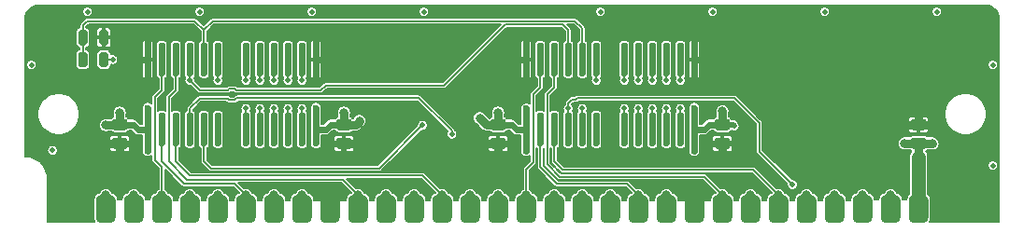
<source format=gtl>
G04 #@! TF.GenerationSoftware,KiCad,Pcbnew,(5.1.10-1-10_14)*
G04 #@! TF.CreationDate,2021-06-21T04:47:16-04:00*
G04 #@! TF.ProjectId,GW4190-SOJ,47573431-3930-42d5-934f-4a2e6b696361,2.0-SOJ*
G04 #@! TF.SameCoordinates,Original*
G04 #@! TF.FileFunction,Copper,L1,Top*
G04 #@! TF.FilePolarity,Positive*
%FSLAX46Y46*%
G04 Gerber Fmt 4.6, Leading zero omitted, Abs format (unit mm)*
G04 Created by KiCad (PCBNEW (5.1.10-1-10_14)) date 2021-06-21 04:47:16*
%MOMM*%
%LPD*%
G01*
G04 APERTURE LIST*
G04 #@! TA.AperFunction,ComponentPad*
%ADD10C,0.800000*%
G04 #@! TD*
G04 #@! TA.AperFunction,ViaPad*
%ADD11C,0.800000*%
G04 #@! TD*
G04 #@! TA.AperFunction,ViaPad*
%ADD12C,1.000000*%
G04 #@! TD*
G04 #@! TA.AperFunction,ViaPad*
%ADD13C,0.600000*%
G04 #@! TD*
G04 #@! TA.AperFunction,ViaPad*
%ADD14C,0.508000*%
G04 #@! TD*
G04 #@! TA.AperFunction,Conductor*
%ADD15C,0.508000*%
G04 #@! TD*
G04 #@! TA.AperFunction,Conductor*
%ADD16C,1.270000*%
G04 #@! TD*
G04 #@! TA.AperFunction,Conductor*
%ADD17C,0.762000*%
G04 #@! TD*
G04 #@! TA.AperFunction,Conductor*
%ADD18C,0.800000*%
G04 #@! TD*
G04 #@! TA.AperFunction,Conductor*
%ADD19C,0.600000*%
G04 #@! TD*
G04 #@! TA.AperFunction,Conductor*
%ADD20C,0.152400*%
G04 #@! TD*
G04 #@! TA.AperFunction,Conductor*
%ADD21C,0.100000*%
G04 #@! TD*
G04 APERTURE END LIST*
G04 #@! TA.AperFunction,SMDPad,CuDef*
G36*
G01*
X137310000Y-88011000D02*
X137010000Y-88011000D01*
G75*
G02*
X136860000Y-87861000I0J150000D01*
G01*
X136860000Y-85113000D01*
G75*
G02*
X137010000Y-84963000I150000J0D01*
G01*
X137310000Y-84963000D01*
G75*
G02*
X137460000Y-85113000I0J-150000D01*
G01*
X137460000Y-87861000D01*
G75*
G02*
X137310000Y-88011000I-150000J0D01*
G01*
G37*
G04 #@! TD.AperFunction*
G04 #@! TA.AperFunction,SMDPad,CuDef*
G36*
G01*
X122070000Y-88011000D02*
X121770000Y-88011000D01*
G75*
G02*
X121620000Y-87861000I0J150000D01*
G01*
X121620000Y-85113000D01*
G75*
G02*
X121770000Y-84963000I150000J0D01*
G01*
X122070000Y-84963000D01*
G75*
G02*
X122220000Y-85113000I0J-150000D01*
G01*
X122220000Y-87861000D01*
G75*
G02*
X122070000Y-88011000I-150000J0D01*
G01*
G37*
G04 #@! TD.AperFunction*
G04 #@! TA.AperFunction,SMDPad,CuDef*
G36*
G01*
X123340000Y-88011000D02*
X123040000Y-88011000D01*
G75*
G02*
X122890000Y-87861000I0J150000D01*
G01*
X122890000Y-85113000D01*
G75*
G02*
X123040000Y-84963000I150000J0D01*
G01*
X123340000Y-84963000D01*
G75*
G02*
X123490000Y-85113000I0J-150000D01*
G01*
X123490000Y-87861000D01*
G75*
G02*
X123340000Y-88011000I-150000J0D01*
G01*
G37*
G04 #@! TD.AperFunction*
G04 #@! TA.AperFunction,SMDPad,CuDef*
G36*
G01*
X124610000Y-88011000D02*
X124310000Y-88011000D01*
G75*
G02*
X124160000Y-87861000I0J150000D01*
G01*
X124160000Y-85113000D01*
G75*
G02*
X124310000Y-84963000I150000J0D01*
G01*
X124610000Y-84963000D01*
G75*
G02*
X124760000Y-85113000I0J-150000D01*
G01*
X124760000Y-87861000D01*
G75*
G02*
X124610000Y-88011000I-150000J0D01*
G01*
G37*
G04 #@! TD.AperFunction*
G04 #@! TA.AperFunction,SMDPad,CuDef*
G36*
G01*
X125880000Y-88011000D02*
X125580000Y-88011000D01*
G75*
G02*
X125430000Y-87861000I0J150000D01*
G01*
X125430000Y-85113000D01*
G75*
G02*
X125580000Y-84963000I150000J0D01*
G01*
X125880000Y-84963000D01*
G75*
G02*
X126030000Y-85113000I0J-150000D01*
G01*
X126030000Y-87861000D01*
G75*
G02*
X125880000Y-88011000I-150000J0D01*
G01*
G37*
G04 #@! TD.AperFunction*
G04 #@! TA.AperFunction,SMDPad,CuDef*
G36*
G01*
X127150000Y-88011000D02*
X126850000Y-88011000D01*
G75*
G02*
X126700000Y-87861000I0J150000D01*
G01*
X126700000Y-85113000D01*
G75*
G02*
X126850000Y-84963000I150000J0D01*
G01*
X127150000Y-84963000D01*
G75*
G02*
X127300000Y-85113000I0J-150000D01*
G01*
X127300000Y-87861000D01*
G75*
G02*
X127150000Y-88011000I-150000J0D01*
G01*
G37*
G04 #@! TD.AperFunction*
G04 #@! TA.AperFunction,SMDPad,CuDef*
G36*
G01*
X132230000Y-88011000D02*
X131930000Y-88011000D01*
G75*
G02*
X131780000Y-87861000I0J150000D01*
G01*
X131780000Y-85113000D01*
G75*
G02*
X131930000Y-84963000I150000J0D01*
G01*
X132230000Y-84963000D01*
G75*
G02*
X132380000Y-85113000I0J-150000D01*
G01*
X132380000Y-87861000D01*
G75*
G02*
X132230000Y-88011000I-150000J0D01*
G01*
G37*
G04 #@! TD.AperFunction*
G04 #@! TA.AperFunction,SMDPad,CuDef*
G36*
G01*
X133500000Y-88011000D02*
X133200000Y-88011000D01*
G75*
G02*
X133050000Y-87861000I0J150000D01*
G01*
X133050000Y-85113000D01*
G75*
G02*
X133200000Y-84963000I150000J0D01*
G01*
X133500000Y-84963000D01*
G75*
G02*
X133650000Y-85113000I0J-150000D01*
G01*
X133650000Y-87861000D01*
G75*
G02*
X133500000Y-88011000I-150000J0D01*
G01*
G37*
G04 #@! TD.AperFunction*
G04 #@! TA.AperFunction,SMDPad,CuDef*
G36*
G01*
X134770000Y-88011000D02*
X134470000Y-88011000D01*
G75*
G02*
X134320000Y-87861000I0J150000D01*
G01*
X134320000Y-85113000D01*
G75*
G02*
X134470000Y-84963000I150000J0D01*
G01*
X134770000Y-84963000D01*
G75*
G02*
X134920000Y-85113000I0J-150000D01*
G01*
X134920000Y-87861000D01*
G75*
G02*
X134770000Y-88011000I-150000J0D01*
G01*
G37*
G04 #@! TD.AperFunction*
G04 #@! TA.AperFunction,SMDPad,CuDef*
G36*
G01*
X136040000Y-88011000D02*
X135740000Y-88011000D01*
G75*
G02*
X135590000Y-87861000I0J150000D01*
G01*
X135590000Y-85113000D01*
G75*
G02*
X135740000Y-84963000I150000J0D01*
G01*
X136040000Y-84963000D01*
G75*
G02*
X136190000Y-85113000I0J-150000D01*
G01*
X136190000Y-87861000D01*
G75*
G02*
X136040000Y-88011000I-150000J0D01*
G01*
G37*
G04 #@! TD.AperFunction*
G04 #@! TA.AperFunction,SMDPad,CuDef*
G36*
G01*
X137310000Y-94361000D02*
X137010000Y-94361000D01*
G75*
G02*
X136860000Y-94211000I0J150000D01*
G01*
X136860000Y-91463000D01*
G75*
G02*
X137010000Y-91313000I150000J0D01*
G01*
X137310000Y-91313000D01*
G75*
G02*
X137460000Y-91463000I0J-150000D01*
G01*
X137460000Y-94211000D01*
G75*
G02*
X137310000Y-94361000I-150000J0D01*
G01*
G37*
G04 #@! TD.AperFunction*
G04 #@! TA.AperFunction,SMDPad,CuDef*
G36*
G01*
X136040000Y-94361000D02*
X135740000Y-94361000D01*
G75*
G02*
X135590000Y-94211000I0J150000D01*
G01*
X135590000Y-91463000D01*
G75*
G02*
X135740000Y-91313000I150000J0D01*
G01*
X136040000Y-91313000D01*
G75*
G02*
X136190000Y-91463000I0J-150000D01*
G01*
X136190000Y-94211000D01*
G75*
G02*
X136040000Y-94361000I-150000J0D01*
G01*
G37*
G04 #@! TD.AperFunction*
G04 #@! TA.AperFunction,SMDPad,CuDef*
G36*
G01*
X134770000Y-94361000D02*
X134470000Y-94361000D01*
G75*
G02*
X134320000Y-94211000I0J150000D01*
G01*
X134320000Y-91463000D01*
G75*
G02*
X134470000Y-91313000I150000J0D01*
G01*
X134770000Y-91313000D01*
G75*
G02*
X134920000Y-91463000I0J-150000D01*
G01*
X134920000Y-94211000D01*
G75*
G02*
X134770000Y-94361000I-150000J0D01*
G01*
G37*
G04 #@! TD.AperFunction*
G04 #@! TA.AperFunction,SMDPad,CuDef*
G36*
G01*
X133500000Y-94361000D02*
X133200000Y-94361000D01*
G75*
G02*
X133050000Y-94211000I0J150000D01*
G01*
X133050000Y-91463000D01*
G75*
G02*
X133200000Y-91313000I150000J0D01*
G01*
X133500000Y-91313000D01*
G75*
G02*
X133650000Y-91463000I0J-150000D01*
G01*
X133650000Y-94211000D01*
G75*
G02*
X133500000Y-94361000I-150000J0D01*
G01*
G37*
G04 #@! TD.AperFunction*
G04 #@! TA.AperFunction,SMDPad,CuDef*
G36*
G01*
X132230000Y-94361000D02*
X131930000Y-94361000D01*
G75*
G02*
X131780000Y-94211000I0J150000D01*
G01*
X131780000Y-91463000D01*
G75*
G02*
X131930000Y-91313000I150000J0D01*
G01*
X132230000Y-91313000D01*
G75*
G02*
X132380000Y-91463000I0J-150000D01*
G01*
X132380000Y-94211000D01*
G75*
G02*
X132230000Y-94361000I-150000J0D01*
G01*
G37*
G04 #@! TD.AperFunction*
G04 #@! TA.AperFunction,SMDPad,CuDef*
G36*
G01*
X127150000Y-94361000D02*
X126850000Y-94361000D01*
G75*
G02*
X126700000Y-94211000I0J150000D01*
G01*
X126700000Y-91463000D01*
G75*
G02*
X126850000Y-91313000I150000J0D01*
G01*
X127150000Y-91313000D01*
G75*
G02*
X127300000Y-91463000I0J-150000D01*
G01*
X127300000Y-94211000D01*
G75*
G02*
X127150000Y-94361000I-150000J0D01*
G01*
G37*
G04 #@! TD.AperFunction*
G04 #@! TA.AperFunction,SMDPad,CuDef*
G36*
G01*
X125880000Y-94361000D02*
X125580000Y-94361000D01*
G75*
G02*
X125430000Y-94211000I0J150000D01*
G01*
X125430000Y-91463000D01*
G75*
G02*
X125580000Y-91313000I150000J0D01*
G01*
X125880000Y-91313000D01*
G75*
G02*
X126030000Y-91463000I0J-150000D01*
G01*
X126030000Y-94211000D01*
G75*
G02*
X125880000Y-94361000I-150000J0D01*
G01*
G37*
G04 #@! TD.AperFunction*
G04 #@! TA.AperFunction,SMDPad,CuDef*
G36*
G01*
X124610000Y-94361000D02*
X124310000Y-94361000D01*
G75*
G02*
X124160000Y-94211000I0J150000D01*
G01*
X124160000Y-91463000D01*
G75*
G02*
X124310000Y-91313000I150000J0D01*
G01*
X124610000Y-91313000D01*
G75*
G02*
X124760000Y-91463000I0J-150000D01*
G01*
X124760000Y-94211000D01*
G75*
G02*
X124610000Y-94361000I-150000J0D01*
G01*
G37*
G04 #@! TD.AperFunction*
G04 #@! TA.AperFunction,SMDPad,CuDef*
G36*
G01*
X123340000Y-94361000D02*
X123040000Y-94361000D01*
G75*
G02*
X122890000Y-94211000I0J150000D01*
G01*
X122890000Y-91463000D01*
G75*
G02*
X123040000Y-91313000I150000J0D01*
G01*
X123340000Y-91313000D01*
G75*
G02*
X123490000Y-91463000I0J-150000D01*
G01*
X123490000Y-94211000D01*
G75*
G02*
X123340000Y-94361000I-150000J0D01*
G01*
G37*
G04 #@! TD.AperFunction*
G04 #@! TA.AperFunction,SMDPad,CuDef*
G36*
G01*
X122070000Y-94361000D02*
X121770000Y-94361000D01*
G75*
G02*
X121620000Y-94211000I0J150000D01*
G01*
X121620000Y-91463000D01*
G75*
G02*
X121770000Y-91313000I150000J0D01*
G01*
X122070000Y-91313000D01*
G75*
G02*
X122220000Y-91463000I0J-150000D01*
G01*
X122220000Y-94211000D01*
G75*
G02*
X122070000Y-94361000I-150000J0D01*
G01*
G37*
G04 #@! TD.AperFunction*
G04 #@! TA.AperFunction,SMDPad,CuDef*
G36*
G01*
X128420000Y-88011000D02*
X128120000Y-88011000D01*
G75*
G02*
X127970000Y-87861000I0J150000D01*
G01*
X127970000Y-85113000D01*
G75*
G02*
X128120000Y-84963000I150000J0D01*
G01*
X128420000Y-84963000D01*
G75*
G02*
X128570000Y-85113000I0J-150000D01*
G01*
X128570000Y-87861000D01*
G75*
G02*
X128420000Y-88011000I-150000J0D01*
G01*
G37*
G04 #@! TD.AperFunction*
G04 #@! TA.AperFunction,SMDPad,CuDef*
G36*
G01*
X128420000Y-94361000D02*
X128120000Y-94361000D01*
G75*
G02*
X127970000Y-94211000I0J150000D01*
G01*
X127970000Y-91463000D01*
G75*
G02*
X128120000Y-91313000I150000J0D01*
G01*
X128420000Y-91313000D01*
G75*
G02*
X128570000Y-91463000I0J-150000D01*
G01*
X128570000Y-94211000D01*
G75*
G02*
X128420000Y-94361000I-150000J0D01*
G01*
G37*
G04 #@! TD.AperFunction*
G04 #@! TA.AperFunction,SMDPad,CuDef*
G36*
G01*
X130960000Y-88011000D02*
X130660000Y-88011000D01*
G75*
G02*
X130510000Y-87861000I0J150000D01*
G01*
X130510000Y-85113000D01*
G75*
G02*
X130660000Y-84963000I150000J0D01*
G01*
X130960000Y-84963000D01*
G75*
G02*
X131110000Y-85113000I0J-150000D01*
G01*
X131110000Y-87861000D01*
G75*
G02*
X130960000Y-88011000I-150000J0D01*
G01*
G37*
G04 #@! TD.AperFunction*
G04 #@! TA.AperFunction,SMDPad,CuDef*
G36*
G01*
X130960000Y-94361000D02*
X130660000Y-94361000D01*
G75*
G02*
X130510000Y-94211000I0J150000D01*
G01*
X130510000Y-91463000D01*
G75*
G02*
X130660000Y-91313000I150000J0D01*
G01*
X130960000Y-91313000D01*
G75*
G02*
X131110000Y-91463000I0J-150000D01*
G01*
X131110000Y-94211000D01*
G75*
G02*
X130960000Y-94361000I-150000J0D01*
G01*
G37*
G04 #@! TD.AperFunction*
G04 #@! TA.AperFunction,SMDPad,CuDef*
G36*
G01*
X103020000Y-88011000D02*
X102720000Y-88011000D01*
G75*
G02*
X102570000Y-87861000I0J150000D01*
G01*
X102570000Y-85113000D01*
G75*
G02*
X102720000Y-84963000I150000J0D01*
G01*
X103020000Y-84963000D01*
G75*
G02*
X103170000Y-85113000I0J-150000D01*
G01*
X103170000Y-87861000D01*
G75*
G02*
X103020000Y-88011000I-150000J0D01*
G01*
G37*
G04 #@! TD.AperFunction*
G04 #@! TA.AperFunction,SMDPad,CuDef*
G36*
G01*
X87780000Y-88011000D02*
X87480000Y-88011000D01*
G75*
G02*
X87330000Y-87861000I0J150000D01*
G01*
X87330000Y-85113000D01*
G75*
G02*
X87480000Y-84963000I150000J0D01*
G01*
X87780000Y-84963000D01*
G75*
G02*
X87930000Y-85113000I0J-150000D01*
G01*
X87930000Y-87861000D01*
G75*
G02*
X87780000Y-88011000I-150000J0D01*
G01*
G37*
G04 #@! TD.AperFunction*
G04 #@! TA.AperFunction,SMDPad,CuDef*
G36*
G01*
X89050000Y-88011000D02*
X88750000Y-88011000D01*
G75*
G02*
X88600000Y-87861000I0J150000D01*
G01*
X88600000Y-85113000D01*
G75*
G02*
X88750000Y-84963000I150000J0D01*
G01*
X89050000Y-84963000D01*
G75*
G02*
X89200000Y-85113000I0J-150000D01*
G01*
X89200000Y-87861000D01*
G75*
G02*
X89050000Y-88011000I-150000J0D01*
G01*
G37*
G04 #@! TD.AperFunction*
G04 #@! TA.AperFunction,SMDPad,CuDef*
G36*
G01*
X90320000Y-88011000D02*
X90020000Y-88011000D01*
G75*
G02*
X89870000Y-87861000I0J150000D01*
G01*
X89870000Y-85113000D01*
G75*
G02*
X90020000Y-84963000I150000J0D01*
G01*
X90320000Y-84963000D01*
G75*
G02*
X90470000Y-85113000I0J-150000D01*
G01*
X90470000Y-87861000D01*
G75*
G02*
X90320000Y-88011000I-150000J0D01*
G01*
G37*
G04 #@! TD.AperFunction*
G04 #@! TA.AperFunction,SMDPad,CuDef*
G36*
G01*
X91590000Y-88011000D02*
X91290000Y-88011000D01*
G75*
G02*
X91140000Y-87861000I0J150000D01*
G01*
X91140000Y-85113000D01*
G75*
G02*
X91290000Y-84963000I150000J0D01*
G01*
X91590000Y-84963000D01*
G75*
G02*
X91740000Y-85113000I0J-150000D01*
G01*
X91740000Y-87861000D01*
G75*
G02*
X91590000Y-88011000I-150000J0D01*
G01*
G37*
G04 #@! TD.AperFunction*
G04 #@! TA.AperFunction,SMDPad,CuDef*
G36*
G01*
X92860000Y-88011000D02*
X92560000Y-88011000D01*
G75*
G02*
X92410000Y-87861000I0J150000D01*
G01*
X92410000Y-85113000D01*
G75*
G02*
X92560000Y-84963000I150000J0D01*
G01*
X92860000Y-84963000D01*
G75*
G02*
X93010000Y-85113000I0J-150000D01*
G01*
X93010000Y-87861000D01*
G75*
G02*
X92860000Y-88011000I-150000J0D01*
G01*
G37*
G04 #@! TD.AperFunction*
G04 #@! TA.AperFunction,SMDPad,CuDef*
G36*
G01*
X97940000Y-88011000D02*
X97640000Y-88011000D01*
G75*
G02*
X97490000Y-87861000I0J150000D01*
G01*
X97490000Y-85113000D01*
G75*
G02*
X97640000Y-84963000I150000J0D01*
G01*
X97940000Y-84963000D01*
G75*
G02*
X98090000Y-85113000I0J-150000D01*
G01*
X98090000Y-87861000D01*
G75*
G02*
X97940000Y-88011000I-150000J0D01*
G01*
G37*
G04 #@! TD.AperFunction*
G04 #@! TA.AperFunction,SMDPad,CuDef*
G36*
G01*
X99210000Y-88011000D02*
X98910000Y-88011000D01*
G75*
G02*
X98760000Y-87861000I0J150000D01*
G01*
X98760000Y-85113000D01*
G75*
G02*
X98910000Y-84963000I150000J0D01*
G01*
X99210000Y-84963000D01*
G75*
G02*
X99360000Y-85113000I0J-150000D01*
G01*
X99360000Y-87861000D01*
G75*
G02*
X99210000Y-88011000I-150000J0D01*
G01*
G37*
G04 #@! TD.AperFunction*
G04 #@! TA.AperFunction,SMDPad,CuDef*
G36*
G01*
X100480000Y-88011000D02*
X100180000Y-88011000D01*
G75*
G02*
X100030000Y-87861000I0J150000D01*
G01*
X100030000Y-85113000D01*
G75*
G02*
X100180000Y-84963000I150000J0D01*
G01*
X100480000Y-84963000D01*
G75*
G02*
X100630000Y-85113000I0J-150000D01*
G01*
X100630000Y-87861000D01*
G75*
G02*
X100480000Y-88011000I-150000J0D01*
G01*
G37*
G04 #@! TD.AperFunction*
G04 #@! TA.AperFunction,SMDPad,CuDef*
G36*
G01*
X101750000Y-88011000D02*
X101450000Y-88011000D01*
G75*
G02*
X101300000Y-87861000I0J150000D01*
G01*
X101300000Y-85113000D01*
G75*
G02*
X101450000Y-84963000I150000J0D01*
G01*
X101750000Y-84963000D01*
G75*
G02*
X101900000Y-85113000I0J-150000D01*
G01*
X101900000Y-87861000D01*
G75*
G02*
X101750000Y-88011000I-150000J0D01*
G01*
G37*
G04 #@! TD.AperFunction*
G04 #@! TA.AperFunction,SMDPad,CuDef*
G36*
G01*
X103020000Y-94361000D02*
X102720000Y-94361000D01*
G75*
G02*
X102570000Y-94211000I0J150000D01*
G01*
X102570000Y-91463000D01*
G75*
G02*
X102720000Y-91313000I150000J0D01*
G01*
X103020000Y-91313000D01*
G75*
G02*
X103170000Y-91463000I0J-150000D01*
G01*
X103170000Y-94211000D01*
G75*
G02*
X103020000Y-94361000I-150000J0D01*
G01*
G37*
G04 #@! TD.AperFunction*
G04 #@! TA.AperFunction,SMDPad,CuDef*
G36*
G01*
X101750000Y-94361000D02*
X101450000Y-94361000D01*
G75*
G02*
X101300000Y-94211000I0J150000D01*
G01*
X101300000Y-91463000D01*
G75*
G02*
X101450000Y-91313000I150000J0D01*
G01*
X101750000Y-91313000D01*
G75*
G02*
X101900000Y-91463000I0J-150000D01*
G01*
X101900000Y-94211000D01*
G75*
G02*
X101750000Y-94361000I-150000J0D01*
G01*
G37*
G04 #@! TD.AperFunction*
G04 #@! TA.AperFunction,SMDPad,CuDef*
G36*
G01*
X100480000Y-94361000D02*
X100180000Y-94361000D01*
G75*
G02*
X100030000Y-94211000I0J150000D01*
G01*
X100030000Y-91463000D01*
G75*
G02*
X100180000Y-91313000I150000J0D01*
G01*
X100480000Y-91313000D01*
G75*
G02*
X100630000Y-91463000I0J-150000D01*
G01*
X100630000Y-94211000D01*
G75*
G02*
X100480000Y-94361000I-150000J0D01*
G01*
G37*
G04 #@! TD.AperFunction*
G04 #@! TA.AperFunction,SMDPad,CuDef*
G36*
G01*
X99210000Y-94361000D02*
X98910000Y-94361000D01*
G75*
G02*
X98760000Y-94211000I0J150000D01*
G01*
X98760000Y-91463000D01*
G75*
G02*
X98910000Y-91313000I150000J0D01*
G01*
X99210000Y-91313000D01*
G75*
G02*
X99360000Y-91463000I0J-150000D01*
G01*
X99360000Y-94211000D01*
G75*
G02*
X99210000Y-94361000I-150000J0D01*
G01*
G37*
G04 #@! TD.AperFunction*
G04 #@! TA.AperFunction,SMDPad,CuDef*
G36*
G01*
X97940000Y-94361000D02*
X97640000Y-94361000D01*
G75*
G02*
X97490000Y-94211000I0J150000D01*
G01*
X97490000Y-91463000D01*
G75*
G02*
X97640000Y-91313000I150000J0D01*
G01*
X97940000Y-91313000D01*
G75*
G02*
X98090000Y-91463000I0J-150000D01*
G01*
X98090000Y-94211000D01*
G75*
G02*
X97940000Y-94361000I-150000J0D01*
G01*
G37*
G04 #@! TD.AperFunction*
G04 #@! TA.AperFunction,SMDPad,CuDef*
G36*
G01*
X92860000Y-94361000D02*
X92560000Y-94361000D01*
G75*
G02*
X92410000Y-94211000I0J150000D01*
G01*
X92410000Y-91463000D01*
G75*
G02*
X92560000Y-91313000I150000J0D01*
G01*
X92860000Y-91313000D01*
G75*
G02*
X93010000Y-91463000I0J-150000D01*
G01*
X93010000Y-94211000D01*
G75*
G02*
X92860000Y-94361000I-150000J0D01*
G01*
G37*
G04 #@! TD.AperFunction*
G04 #@! TA.AperFunction,SMDPad,CuDef*
G36*
G01*
X91590000Y-94361000D02*
X91290000Y-94361000D01*
G75*
G02*
X91140000Y-94211000I0J150000D01*
G01*
X91140000Y-91463000D01*
G75*
G02*
X91290000Y-91313000I150000J0D01*
G01*
X91590000Y-91313000D01*
G75*
G02*
X91740000Y-91463000I0J-150000D01*
G01*
X91740000Y-94211000D01*
G75*
G02*
X91590000Y-94361000I-150000J0D01*
G01*
G37*
G04 #@! TD.AperFunction*
G04 #@! TA.AperFunction,SMDPad,CuDef*
G36*
G01*
X90320000Y-94361000D02*
X90020000Y-94361000D01*
G75*
G02*
X89870000Y-94211000I0J150000D01*
G01*
X89870000Y-91463000D01*
G75*
G02*
X90020000Y-91313000I150000J0D01*
G01*
X90320000Y-91313000D01*
G75*
G02*
X90470000Y-91463000I0J-150000D01*
G01*
X90470000Y-94211000D01*
G75*
G02*
X90320000Y-94361000I-150000J0D01*
G01*
G37*
G04 #@! TD.AperFunction*
G04 #@! TA.AperFunction,SMDPad,CuDef*
G36*
G01*
X89050000Y-94361000D02*
X88750000Y-94361000D01*
G75*
G02*
X88600000Y-94211000I0J150000D01*
G01*
X88600000Y-91463000D01*
G75*
G02*
X88750000Y-91313000I150000J0D01*
G01*
X89050000Y-91313000D01*
G75*
G02*
X89200000Y-91463000I0J-150000D01*
G01*
X89200000Y-94211000D01*
G75*
G02*
X89050000Y-94361000I-150000J0D01*
G01*
G37*
G04 #@! TD.AperFunction*
G04 #@! TA.AperFunction,SMDPad,CuDef*
G36*
G01*
X87780000Y-94361000D02*
X87480000Y-94361000D01*
G75*
G02*
X87330000Y-94211000I0J150000D01*
G01*
X87330000Y-91463000D01*
G75*
G02*
X87480000Y-91313000I150000J0D01*
G01*
X87780000Y-91313000D01*
G75*
G02*
X87930000Y-91463000I0J-150000D01*
G01*
X87930000Y-94211000D01*
G75*
G02*
X87780000Y-94361000I-150000J0D01*
G01*
G37*
G04 #@! TD.AperFunction*
G04 #@! TA.AperFunction,SMDPad,CuDef*
G36*
G01*
X94130000Y-88011000D02*
X93830000Y-88011000D01*
G75*
G02*
X93680000Y-87861000I0J150000D01*
G01*
X93680000Y-85113000D01*
G75*
G02*
X93830000Y-84963000I150000J0D01*
G01*
X94130000Y-84963000D01*
G75*
G02*
X94280000Y-85113000I0J-150000D01*
G01*
X94280000Y-87861000D01*
G75*
G02*
X94130000Y-88011000I-150000J0D01*
G01*
G37*
G04 #@! TD.AperFunction*
G04 #@! TA.AperFunction,SMDPad,CuDef*
G36*
G01*
X94130000Y-94361000D02*
X93830000Y-94361000D01*
G75*
G02*
X93680000Y-94211000I0J150000D01*
G01*
X93680000Y-91463000D01*
G75*
G02*
X93830000Y-91313000I150000J0D01*
G01*
X94130000Y-91313000D01*
G75*
G02*
X94280000Y-91463000I0J-150000D01*
G01*
X94280000Y-94211000D01*
G75*
G02*
X94130000Y-94361000I-150000J0D01*
G01*
G37*
G04 #@! TD.AperFunction*
G04 #@! TA.AperFunction,SMDPad,CuDef*
G36*
G01*
X96670000Y-88011000D02*
X96370000Y-88011000D01*
G75*
G02*
X96220000Y-87861000I0J150000D01*
G01*
X96220000Y-85113000D01*
G75*
G02*
X96370000Y-84963000I150000J0D01*
G01*
X96670000Y-84963000D01*
G75*
G02*
X96820000Y-85113000I0J-150000D01*
G01*
X96820000Y-87861000D01*
G75*
G02*
X96670000Y-88011000I-150000J0D01*
G01*
G37*
G04 #@! TD.AperFunction*
G04 #@! TA.AperFunction,SMDPad,CuDef*
G36*
G01*
X96670000Y-94361000D02*
X96370000Y-94361000D01*
G75*
G02*
X96220000Y-94211000I0J150000D01*
G01*
X96220000Y-91463000D01*
G75*
G02*
X96370000Y-91313000I150000J0D01*
G01*
X96670000Y-91313000D01*
G75*
G02*
X96820000Y-91463000I0J-150000D01*
G01*
X96820000Y-94211000D01*
G75*
G02*
X96670000Y-94361000I-150000J0D01*
G01*
G37*
G04 #@! TD.AperFunction*
G04 #@! TA.AperFunction,SMDPad,CuDef*
G36*
G01*
X84652500Y-93582000D02*
X85527500Y-93582000D01*
G75*
G02*
X85790000Y-93844500I0J-262500D01*
G01*
X85790000Y-94369500D01*
G75*
G02*
X85527500Y-94632000I-262500J0D01*
G01*
X84652500Y-94632000D01*
G75*
G02*
X84390000Y-94369500I0J262500D01*
G01*
X84390000Y-93844500D01*
G75*
G02*
X84652500Y-93582000I262500J0D01*
G01*
G37*
G04 #@! TD.AperFunction*
G04 #@! TA.AperFunction,SMDPad,CuDef*
G36*
G01*
X84652500Y-91882000D02*
X85527500Y-91882000D01*
G75*
G02*
X85790000Y-92144500I0J-262500D01*
G01*
X85790000Y-92669500D01*
G75*
G02*
X85527500Y-92932000I-262500J0D01*
G01*
X84652500Y-92932000D01*
G75*
G02*
X84390000Y-92669500I0J262500D01*
G01*
X84390000Y-92144500D01*
G75*
G02*
X84652500Y-91882000I262500J0D01*
G01*
G37*
G04 #@! TD.AperFunction*
G04 #@! TA.AperFunction,SMDPad,CuDef*
G36*
G01*
X104972500Y-93582000D02*
X105847500Y-93582000D01*
G75*
G02*
X106110000Y-93844500I0J-262500D01*
G01*
X106110000Y-94369500D01*
G75*
G02*
X105847500Y-94632000I-262500J0D01*
G01*
X104972500Y-94632000D01*
G75*
G02*
X104710000Y-94369500I0J262500D01*
G01*
X104710000Y-93844500D01*
G75*
G02*
X104972500Y-93582000I262500J0D01*
G01*
G37*
G04 #@! TD.AperFunction*
G04 #@! TA.AperFunction,SMDPad,CuDef*
G36*
G01*
X104972500Y-91882000D02*
X105847500Y-91882000D01*
G75*
G02*
X106110000Y-92144500I0J-262500D01*
G01*
X106110000Y-92669500D01*
G75*
G02*
X105847500Y-92932000I-262500J0D01*
G01*
X104972500Y-92932000D01*
G75*
G02*
X104710000Y-92669500I0J262500D01*
G01*
X104710000Y-92144500D01*
G75*
G02*
X104972500Y-91882000I262500J0D01*
G01*
G37*
G04 #@! TD.AperFunction*
G04 #@! TA.AperFunction,SMDPad,CuDef*
G36*
G01*
X118942500Y-93582000D02*
X119817500Y-93582000D01*
G75*
G02*
X120080000Y-93844500I0J-262500D01*
G01*
X120080000Y-94369500D01*
G75*
G02*
X119817500Y-94632000I-262500J0D01*
G01*
X118942500Y-94632000D01*
G75*
G02*
X118680000Y-94369500I0J262500D01*
G01*
X118680000Y-93844500D01*
G75*
G02*
X118942500Y-93582000I262500J0D01*
G01*
G37*
G04 #@! TD.AperFunction*
G04 #@! TA.AperFunction,SMDPad,CuDef*
G36*
G01*
X118942500Y-91882000D02*
X119817500Y-91882000D01*
G75*
G02*
X120080000Y-92144500I0J-262500D01*
G01*
X120080000Y-92669500D01*
G75*
G02*
X119817500Y-92932000I-262500J0D01*
G01*
X118942500Y-92932000D01*
G75*
G02*
X118680000Y-92669500I0J262500D01*
G01*
X118680000Y-92144500D01*
G75*
G02*
X118942500Y-91882000I262500J0D01*
G01*
G37*
G04 #@! TD.AperFunction*
G04 #@! TA.AperFunction,SMDPad,CuDef*
G36*
G01*
X157917500Y-92932000D02*
X157042500Y-92932000D01*
G75*
G02*
X156780000Y-92669500I0J262500D01*
G01*
X156780000Y-92144500D01*
G75*
G02*
X157042500Y-91882000I262500J0D01*
G01*
X157917500Y-91882000D01*
G75*
G02*
X158180000Y-92144500I0J-262500D01*
G01*
X158180000Y-92669500D01*
G75*
G02*
X157917500Y-92932000I-262500J0D01*
G01*
G37*
G04 #@! TD.AperFunction*
G04 #@! TA.AperFunction,SMDPad,CuDef*
G36*
G01*
X157917500Y-94632000D02*
X157042500Y-94632000D01*
G75*
G02*
X156780000Y-94369500I0J262500D01*
G01*
X156780000Y-93844500D01*
G75*
G02*
X157042500Y-93582000I262500J0D01*
G01*
X157917500Y-93582000D01*
G75*
G02*
X158180000Y-93844500I0J-262500D01*
G01*
X158180000Y-94369500D01*
G75*
G02*
X157917500Y-94632000I-262500J0D01*
G01*
G37*
G04 #@! TD.AperFunction*
G04 #@! TA.AperFunction,SMDPad,CuDef*
G36*
G01*
X139262500Y-93582000D02*
X140137500Y-93582000D01*
G75*
G02*
X140400000Y-93844500I0J-262500D01*
G01*
X140400000Y-94369500D01*
G75*
G02*
X140137500Y-94632000I-262500J0D01*
G01*
X139262500Y-94632000D01*
G75*
G02*
X139000000Y-94369500I0J262500D01*
G01*
X139000000Y-93844500D01*
G75*
G02*
X139262500Y-93582000I262500J0D01*
G01*
G37*
G04 #@! TD.AperFunction*
G04 #@! TA.AperFunction,SMDPad,CuDef*
G36*
G01*
X139262500Y-91882000D02*
X140137500Y-91882000D01*
G75*
G02*
X140400000Y-92144500I0J-262500D01*
G01*
X140400000Y-92669500D01*
G75*
G02*
X140137500Y-92932000I-262500J0D01*
G01*
X139262500Y-92932000D01*
G75*
G02*
X139000000Y-92669500I0J262500D01*
G01*
X139000000Y-92144500D01*
G75*
G02*
X139262500Y-91882000I262500J0D01*
G01*
G37*
G04 #@! TD.AperFunction*
G04 #@! TA.AperFunction,SMDPad,CuDef*
G36*
G01*
X82931000Y-100901500D02*
X82931000Y-99250500D01*
G75*
G02*
X83375500Y-98806000I444500J0D01*
G01*
X84264500Y-98806000D01*
G75*
G02*
X84709000Y-99250500I0J-444500D01*
G01*
X84709000Y-100901500D01*
G75*
G02*
X84264500Y-101346000I-444500J0D01*
G01*
X83375500Y-101346000D01*
G75*
G02*
X82931000Y-100901500I0J444500D01*
G01*
G37*
G04 #@! TD.AperFunction*
G04 #@! TA.AperFunction,SMDPad,CuDef*
G36*
G01*
X85471000Y-100901500D02*
X85471000Y-99250500D01*
G75*
G02*
X85915500Y-98806000I444500J0D01*
G01*
X86804500Y-98806000D01*
G75*
G02*
X87249000Y-99250500I0J-444500D01*
G01*
X87249000Y-100901500D01*
G75*
G02*
X86804500Y-101346000I-444500J0D01*
G01*
X85915500Y-101346000D01*
G75*
G02*
X85471000Y-100901500I0J444500D01*
G01*
G37*
G04 #@! TD.AperFunction*
D10*
X88900000Y-98806000D03*
G04 #@! TA.AperFunction,SMDPad,CuDef*
G36*
G01*
X108331000Y-100901500D02*
X108331000Y-99250500D01*
G75*
G02*
X108775500Y-98806000I444500J0D01*
G01*
X109664500Y-98806000D01*
G75*
G02*
X110109000Y-99250500I0J-444500D01*
G01*
X110109000Y-100901500D01*
G75*
G02*
X109664500Y-101346000I-444500J0D01*
G01*
X108775500Y-101346000D01*
G75*
G02*
X108331000Y-100901500I0J444500D01*
G01*
G37*
G04 #@! TD.AperFunction*
G04 #@! TA.AperFunction,SMDPad,CuDef*
G36*
G01*
X93091000Y-100901500D02*
X93091000Y-99250500D01*
G75*
G02*
X93535500Y-98806000I444500J0D01*
G01*
X94424500Y-98806000D01*
G75*
G02*
X94869000Y-99250500I0J-444500D01*
G01*
X94869000Y-100901500D01*
G75*
G02*
X94424500Y-101346000I-444500J0D01*
G01*
X93535500Y-101346000D01*
G75*
G02*
X93091000Y-100901500I0J444500D01*
G01*
G37*
G04 #@! TD.AperFunction*
G04 #@! TA.AperFunction,SMDPad,CuDef*
G36*
G01*
X110871000Y-100901500D02*
X110871000Y-99250500D01*
G75*
G02*
X111315500Y-98806000I444500J0D01*
G01*
X112204500Y-98806000D01*
G75*
G02*
X112649000Y-99250500I0J-444500D01*
G01*
X112649000Y-100901500D01*
G75*
G02*
X112204500Y-101346000I-444500J0D01*
G01*
X111315500Y-101346000D01*
G75*
G02*
X110871000Y-100901500I0J444500D01*
G01*
G37*
G04 #@! TD.AperFunction*
G04 #@! TA.AperFunction,SMDPad,CuDef*
G36*
G01*
X146431000Y-100901500D02*
X146431000Y-99250500D01*
G75*
G02*
X146875500Y-98806000I444500J0D01*
G01*
X147764500Y-98806000D01*
G75*
G02*
X148209000Y-99250500I0J-444500D01*
G01*
X148209000Y-100901500D01*
G75*
G02*
X147764500Y-101346000I-444500J0D01*
G01*
X146875500Y-101346000D01*
G75*
G02*
X146431000Y-100901500I0J444500D01*
G01*
G37*
G04 #@! TD.AperFunction*
G04 #@! TA.AperFunction,SMDPad,CuDef*
G36*
G01*
X113411000Y-100901500D02*
X113411000Y-99250500D01*
G75*
G02*
X113855500Y-98806000I444500J0D01*
G01*
X114744500Y-98806000D01*
G75*
G02*
X115189000Y-99250500I0J-444500D01*
G01*
X115189000Y-100901500D01*
G75*
G02*
X114744500Y-101346000I-444500J0D01*
G01*
X113855500Y-101346000D01*
G75*
G02*
X113411000Y-100901500I0J444500D01*
G01*
G37*
G04 #@! TD.AperFunction*
G04 #@! TA.AperFunction,SMDPad,CuDef*
G36*
G01*
X115951000Y-100901500D02*
X115951000Y-99250500D01*
G75*
G02*
X116395500Y-98806000I444500J0D01*
G01*
X117284500Y-98806000D01*
G75*
G02*
X117729000Y-99250500I0J-444500D01*
G01*
X117729000Y-100901500D01*
G75*
G02*
X117284500Y-101346000I-444500J0D01*
G01*
X116395500Y-101346000D01*
G75*
G02*
X115951000Y-100901500I0J444500D01*
G01*
G37*
G04 #@! TD.AperFunction*
G04 #@! TA.AperFunction,SMDPad,CuDef*
G36*
G01*
X90551000Y-100901500D02*
X90551000Y-99250500D01*
G75*
G02*
X90995500Y-98806000I444500J0D01*
G01*
X91884500Y-98806000D01*
G75*
G02*
X92329000Y-99250500I0J-444500D01*
G01*
X92329000Y-100901500D01*
G75*
G02*
X91884500Y-101346000I-444500J0D01*
G01*
X90995500Y-101346000D01*
G75*
G02*
X90551000Y-100901500I0J444500D01*
G01*
G37*
G04 #@! TD.AperFunction*
G04 #@! TA.AperFunction,SMDPad,CuDef*
G36*
G01*
X154051000Y-100901500D02*
X154051000Y-99250500D01*
G75*
G02*
X154495500Y-98806000I444500J0D01*
G01*
X155384500Y-98806000D01*
G75*
G02*
X155829000Y-99250500I0J-444500D01*
G01*
X155829000Y-100901500D01*
G75*
G02*
X155384500Y-101346000I-444500J0D01*
G01*
X154495500Y-101346000D01*
G75*
G02*
X154051000Y-100901500I0J444500D01*
G01*
G37*
G04 #@! TD.AperFunction*
G04 #@! TA.AperFunction,SMDPad,CuDef*
G36*
G01*
X88011000Y-100901500D02*
X88011000Y-99250500D01*
G75*
G02*
X88455500Y-98806000I444500J0D01*
G01*
X89344500Y-98806000D01*
G75*
G02*
X89789000Y-99250500I0J-444500D01*
G01*
X89789000Y-100901500D01*
G75*
G02*
X89344500Y-101346000I-444500J0D01*
G01*
X88455500Y-101346000D01*
G75*
G02*
X88011000Y-100901500I0J444500D01*
G01*
G37*
G04 #@! TD.AperFunction*
G04 #@! TA.AperFunction,SMDPad,CuDef*
G36*
G01*
X141351000Y-100901500D02*
X141351000Y-99250500D01*
G75*
G02*
X141795500Y-98806000I444500J0D01*
G01*
X142684500Y-98806000D01*
G75*
G02*
X143129000Y-99250500I0J-444500D01*
G01*
X143129000Y-100901500D01*
G75*
G02*
X142684500Y-101346000I-444500J0D01*
G01*
X141795500Y-101346000D01*
G75*
G02*
X141351000Y-100901500I0J444500D01*
G01*
G37*
G04 #@! TD.AperFunction*
G04 #@! TA.AperFunction,SMDPad,CuDef*
G36*
G01*
X121031000Y-100901500D02*
X121031000Y-99250500D01*
G75*
G02*
X121475500Y-98806000I444500J0D01*
G01*
X122364500Y-98806000D01*
G75*
G02*
X122809000Y-99250500I0J-444500D01*
G01*
X122809000Y-100901500D01*
G75*
G02*
X122364500Y-101346000I-444500J0D01*
G01*
X121475500Y-101346000D01*
G75*
G02*
X121031000Y-100901500I0J444500D01*
G01*
G37*
G04 #@! TD.AperFunction*
G04 #@! TA.AperFunction,SMDPad,CuDef*
G36*
G01*
X131191000Y-100901500D02*
X131191000Y-99250500D01*
G75*
G02*
X131635500Y-98806000I444500J0D01*
G01*
X132524500Y-98806000D01*
G75*
G02*
X132969000Y-99250500I0J-444500D01*
G01*
X132969000Y-100901500D01*
G75*
G02*
X132524500Y-101346000I-444500J0D01*
G01*
X131635500Y-101346000D01*
G75*
G02*
X131191000Y-100901500I0J444500D01*
G01*
G37*
G04 #@! TD.AperFunction*
G04 #@! TA.AperFunction,SMDPad,CuDef*
G36*
G01*
X138811000Y-100901500D02*
X138811000Y-99250500D01*
G75*
G02*
X139255500Y-98806000I444500J0D01*
G01*
X140144500Y-98806000D01*
G75*
G02*
X140589000Y-99250500I0J-444500D01*
G01*
X140589000Y-100901500D01*
G75*
G02*
X140144500Y-101346000I-444500J0D01*
G01*
X139255500Y-101346000D01*
G75*
G02*
X138811000Y-100901500I0J444500D01*
G01*
G37*
G04 #@! TD.AperFunction*
G04 #@! TA.AperFunction,SMDPad,CuDef*
G36*
G01*
X103251000Y-100901500D02*
X103251000Y-99250500D01*
G75*
G02*
X103695500Y-98806000I444500J0D01*
G01*
X104584500Y-98806000D01*
G75*
G02*
X105029000Y-99250500I0J-444500D01*
G01*
X105029000Y-100901500D01*
G75*
G02*
X104584500Y-101346000I-444500J0D01*
G01*
X103695500Y-101346000D01*
G75*
G02*
X103251000Y-100901500I0J444500D01*
G01*
G37*
G04 #@! TD.AperFunction*
G04 #@! TA.AperFunction,SMDPad,CuDef*
G36*
G01*
X126111000Y-100901500D02*
X126111000Y-99250500D01*
G75*
G02*
X126555500Y-98806000I444500J0D01*
G01*
X127444500Y-98806000D01*
G75*
G02*
X127889000Y-99250500I0J-444500D01*
G01*
X127889000Y-100901500D01*
G75*
G02*
X127444500Y-101346000I-444500J0D01*
G01*
X126555500Y-101346000D01*
G75*
G02*
X126111000Y-100901500I0J444500D01*
G01*
G37*
G04 #@! TD.AperFunction*
G04 #@! TA.AperFunction,SMDPad,CuDef*
G36*
G01*
X133731000Y-100901500D02*
X133731000Y-99250500D01*
G75*
G02*
X134175500Y-98806000I444500J0D01*
G01*
X135064500Y-98806000D01*
G75*
G02*
X135509000Y-99250500I0J-444500D01*
G01*
X135509000Y-100901500D01*
G75*
G02*
X135064500Y-101346000I-444500J0D01*
G01*
X134175500Y-101346000D01*
G75*
G02*
X133731000Y-100901500I0J444500D01*
G01*
G37*
G04 #@! TD.AperFunction*
G04 #@! TA.AperFunction,SMDPad,CuDef*
G36*
G01*
X128651000Y-100901500D02*
X128651000Y-99250500D01*
G75*
G02*
X129095500Y-98806000I444500J0D01*
G01*
X129984500Y-98806000D01*
G75*
G02*
X130429000Y-99250500I0J-444500D01*
G01*
X130429000Y-100901500D01*
G75*
G02*
X129984500Y-101346000I-444500J0D01*
G01*
X129095500Y-101346000D01*
G75*
G02*
X128651000Y-100901500I0J444500D01*
G01*
G37*
G04 #@! TD.AperFunction*
G04 #@! TA.AperFunction,SMDPad,CuDef*
G36*
G01*
X105791000Y-100901500D02*
X105791000Y-99250500D01*
G75*
G02*
X106235500Y-98806000I444500J0D01*
G01*
X107124500Y-98806000D01*
G75*
G02*
X107569000Y-99250500I0J-444500D01*
G01*
X107569000Y-100901500D01*
G75*
G02*
X107124500Y-101346000I-444500J0D01*
G01*
X106235500Y-101346000D01*
G75*
G02*
X105791000Y-100901500I0J444500D01*
G01*
G37*
G04 #@! TD.AperFunction*
G04 #@! TA.AperFunction,SMDPad,CuDef*
G36*
G01*
X136271000Y-100901500D02*
X136271000Y-99250500D01*
G75*
G02*
X136715500Y-98806000I444500J0D01*
G01*
X137604500Y-98806000D01*
G75*
G02*
X138049000Y-99250500I0J-444500D01*
G01*
X138049000Y-100901500D01*
G75*
G02*
X137604500Y-101346000I-444500J0D01*
G01*
X136715500Y-101346000D01*
G75*
G02*
X136271000Y-100901500I0J444500D01*
G01*
G37*
G04 #@! TD.AperFunction*
G04 #@! TA.AperFunction,SMDPad,CuDef*
G36*
G01*
X95631000Y-100901500D02*
X95631000Y-99250500D01*
G75*
G02*
X96075500Y-98806000I444500J0D01*
G01*
X96964500Y-98806000D01*
G75*
G02*
X97409000Y-99250500I0J-444500D01*
G01*
X97409000Y-100901500D01*
G75*
G02*
X96964500Y-101346000I-444500J0D01*
G01*
X96075500Y-101346000D01*
G75*
G02*
X95631000Y-100901500I0J444500D01*
G01*
G37*
G04 #@! TD.AperFunction*
G04 #@! TA.AperFunction,SMDPad,CuDef*
G36*
G01*
X123571000Y-100901500D02*
X123571000Y-99250500D01*
G75*
G02*
X124015500Y-98806000I444500J0D01*
G01*
X124904500Y-98806000D01*
G75*
G02*
X125349000Y-99250500I0J-444500D01*
G01*
X125349000Y-100901500D01*
G75*
G02*
X124904500Y-101346000I-444500J0D01*
G01*
X124015500Y-101346000D01*
G75*
G02*
X123571000Y-100901500I0J444500D01*
G01*
G37*
G04 #@! TD.AperFunction*
G04 #@! TA.AperFunction,SMDPad,CuDef*
G36*
G01*
X98171000Y-100901500D02*
X98171000Y-99250500D01*
G75*
G02*
X98615500Y-98806000I444500J0D01*
G01*
X99504500Y-98806000D01*
G75*
G02*
X99949000Y-99250500I0J-444500D01*
G01*
X99949000Y-100901500D01*
G75*
G02*
X99504500Y-101346000I-444500J0D01*
G01*
X98615500Y-101346000D01*
G75*
G02*
X98171000Y-100901500I0J444500D01*
G01*
G37*
G04 #@! TD.AperFunction*
G04 #@! TA.AperFunction,SMDPad,CuDef*
G36*
G01*
X100711000Y-100901500D02*
X100711000Y-99250500D01*
G75*
G02*
X101155500Y-98806000I444500J0D01*
G01*
X102044500Y-98806000D01*
G75*
G02*
X102489000Y-99250500I0J-444500D01*
G01*
X102489000Y-100901500D01*
G75*
G02*
X102044500Y-101346000I-444500J0D01*
G01*
X101155500Y-101346000D01*
G75*
G02*
X100711000Y-100901500I0J444500D01*
G01*
G37*
G04 #@! TD.AperFunction*
G04 #@! TA.AperFunction,SMDPad,CuDef*
G36*
G01*
X148971000Y-100901500D02*
X148971000Y-99250500D01*
G75*
G02*
X149415500Y-98806000I444500J0D01*
G01*
X150304500Y-98806000D01*
G75*
G02*
X150749000Y-99250500I0J-444500D01*
G01*
X150749000Y-100901500D01*
G75*
G02*
X150304500Y-101346000I-444500J0D01*
G01*
X149415500Y-101346000D01*
G75*
G02*
X148971000Y-100901500I0J444500D01*
G01*
G37*
G04 #@! TD.AperFunction*
G04 #@! TA.AperFunction,SMDPad,CuDef*
G36*
G01*
X151511000Y-100901500D02*
X151511000Y-99250500D01*
G75*
G02*
X151955500Y-98806000I444500J0D01*
G01*
X152844500Y-98806000D01*
G75*
G02*
X153289000Y-99250500I0J-444500D01*
G01*
X153289000Y-100901500D01*
G75*
G02*
X152844500Y-101346000I-444500J0D01*
G01*
X151955500Y-101346000D01*
G75*
G02*
X151511000Y-100901500I0J444500D01*
G01*
G37*
G04 #@! TD.AperFunction*
G04 #@! TA.AperFunction,SMDPad,CuDef*
G36*
G01*
X156591000Y-100901500D02*
X156591000Y-99250500D01*
G75*
G02*
X157035500Y-98806000I444500J0D01*
G01*
X157924500Y-98806000D01*
G75*
G02*
X158369000Y-99250500I0J-444500D01*
G01*
X158369000Y-100901500D01*
G75*
G02*
X157924500Y-101346000I-444500J0D01*
G01*
X157035500Y-101346000D01*
G75*
G02*
X156591000Y-100901500I0J444500D01*
G01*
G37*
G04 #@! TD.AperFunction*
G04 #@! TA.AperFunction,SMDPad,CuDef*
G36*
G01*
X118491000Y-100901500D02*
X118491000Y-99250500D01*
G75*
G02*
X118935500Y-98806000I444500J0D01*
G01*
X119824500Y-98806000D01*
G75*
G02*
X120269000Y-99250500I0J-444500D01*
G01*
X120269000Y-100901500D01*
G75*
G02*
X119824500Y-101346000I-444500J0D01*
G01*
X118935500Y-101346000D01*
G75*
G02*
X118491000Y-100901500I0J444500D01*
G01*
G37*
G04 #@! TD.AperFunction*
G04 #@! TA.AperFunction,SMDPad,CuDef*
G36*
G01*
X143891000Y-100901500D02*
X143891000Y-99250500D01*
G75*
G02*
X144335500Y-98806000I444500J0D01*
G01*
X145224500Y-98806000D01*
G75*
G02*
X145669000Y-99250500I0J-444500D01*
G01*
X145669000Y-100901500D01*
G75*
G02*
X145224500Y-101346000I-444500J0D01*
G01*
X144335500Y-101346000D01*
G75*
G02*
X143891000Y-100901500I0J444500D01*
G01*
G37*
G04 #@! TD.AperFunction*
X86360000Y-98806000D03*
X83820000Y-98806000D03*
X93980000Y-98806000D03*
X91440000Y-98806000D03*
X96520000Y-98806000D03*
X99060000Y-98806000D03*
X104140000Y-98806000D03*
X101600000Y-98806000D03*
X109220000Y-98806000D03*
X106680000Y-98806000D03*
X111760000Y-98806000D03*
X116840000Y-98806000D03*
X114300000Y-98806000D03*
X119380000Y-98806000D03*
X124460000Y-98806000D03*
X121920000Y-98806000D03*
X127000000Y-98806000D03*
X149860000Y-98806000D03*
X147320000Y-98806000D03*
X152400000Y-98806000D03*
X134620000Y-98806000D03*
X132080000Y-98806000D03*
X137160000Y-98806000D03*
X142240000Y-98806000D03*
X139700000Y-98806000D03*
X144780000Y-98806000D03*
X129540000Y-98806000D03*
X154940000Y-98806000D03*
X157480000Y-98806000D03*
G04 #@! TA.AperFunction,SMDPad,CuDef*
G36*
G01*
X82175000Y-86012500D02*
X82175000Y-86987500D01*
G75*
G02*
X81962500Y-87200000I-212500J0D01*
G01*
X81537500Y-87200000D01*
G75*
G02*
X81325000Y-86987500I0J212500D01*
G01*
X81325000Y-86012500D01*
G75*
G02*
X81537500Y-85800000I212500J0D01*
G01*
X81962500Y-85800000D01*
G75*
G02*
X82175000Y-86012500I0J-212500D01*
G01*
G37*
G04 #@! TD.AperFunction*
G04 #@! TA.AperFunction,SMDPad,CuDef*
G36*
G01*
X84075000Y-86012500D02*
X84075000Y-86987500D01*
G75*
G02*
X83862500Y-87200000I-212500J0D01*
G01*
X83437500Y-87200000D01*
G75*
G02*
X83225000Y-86987500I0J212500D01*
G01*
X83225000Y-86012500D01*
G75*
G02*
X83437500Y-85800000I212500J0D01*
G01*
X83862500Y-85800000D01*
G75*
G02*
X84075000Y-86012500I0J-212500D01*
G01*
G37*
G04 #@! TD.AperFunction*
G04 #@! TA.AperFunction,SMDPad,CuDef*
G36*
G01*
X81325000Y-84987500D02*
X81325000Y-84012500D01*
G75*
G02*
X81537500Y-83800000I212500J0D01*
G01*
X81962500Y-83800000D01*
G75*
G02*
X82175000Y-84012500I0J-212500D01*
G01*
X82175000Y-84987500D01*
G75*
G02*
X81962500Y-85200000I-212500J0D01*
G01*
X81537500Y-85200000D01*
G75*
G02*
X81325000Y-84987500I0J212500D01*
G01*
G37*
G04 #@! TD.AperFunction*
G04 #@! TA.AperFunction,SMDPad,CuDef*
G36*
G01*
X83225000Y-84987500D02*
X83225000Y-84012500D01*
G75*
G02*
X83437500Y-83800000I212500J0D01*
G01*
X83862500Y-83800000D01*
G75*
G02*
X84075000Y-84012500I0J-212500D01*
G01*
X84075000Y-84987500D01*
G75*
G02*
X83862500Y-85200000I-212500J0D01*
G01*
X83437500Y-85200000D01*
G75*
G02*
X83225000Y-84987500I0J212500D01*
G01*
G37*
G04 #@! TD.AperFunction*
D11*
X156210000Y-94107000D03*
X158750000Y-94107000D03*
D12*
X157480000Y-95377000D03*
D13*
X121920000Y-90932000D03*
D14*
X159131000Y-82169000D03*
X148971000Y-82169000D03*
X92329000Y-82169000D03*
X102489000Y-82169000D03*
X138811000Y-82169000D03*
X128651000Y-82169000D03*
X112649000Y-82169000D03*
X82169000Y-82169000D03*
X77089000Y-86995000D03*
X164211000Y-86995000D03*
X164211000Y-96139000D03*
X78994000Y-94742000D03*
D13*
X137160000Y-90868500D03*
X137160000Y-94805500D03*
D11*
X83820000Y-92456000D03*
X85090000Y-91313000D03*
X105410000Y-91313000D03*
X119380000Y-91313000D03*
X117729000Y-91821000D03*
X106807000Y-92075000D03*
X139700000Y-91186000D03*
D14*
X140779500Y-92519500D03*
D13*
X121920000Y-94805500D03*
X87630000Y-94805500D03*
X87630000Y-90868500D03*
X102870000Y-90868500D03*
D14*
X146050000Y-97853500D03*
X125730000Y-90932000D03*
X115189000Y-93281500D03*
X127000000Y-90932000D03*
X112522000Y-92456000D03*
X91440000Y-88392000D03*
X84450000Y-86500000D03*
D11*
X83820000Y-94107000D03*
X85090000Y-95250000D03*
X106680000Y-94107000D03*
X118110000Y-94107000D03*
X119380000Y-95250000D03*
D14*
X105410000Y-94996000D03*
D11*
X139700000Y-95250000D03*
D14*
X140779500Y-93980000D03*
D13*
X138557000Y-94107000D03*
D14*
X164211000Y-91567000D03*
X77089000Y-91440000D03*
X151511000Y-89789000D03*
X156591000Y-89789000D03*
X146431000Y-89789000D03*
X141351000Y-89789000D03*
X143891000Y-92329000D03*
X148971000Y-92329000D03*
X143891000Y-87249000D03*
X154051000Y-87249000D03*
X159131000Y-87249000D03*
X148971000Y-87249000D03*
X151511000Y-94869000D03*
X154051000Y-97409000D03*
X146431000Y-94869000D03*
X141351000Y-84709000D03*
X151511000Y-84709000D03*
X146431000Y-84709000D03*
X156591000Y-84709000D03*
X161290000Y-84709000D03*
D11*
X121031000Y-84836000D03*
X103759000Y-84836000D03*
D14*
X108839000Y-95377000D03*
X95250000Y-89662000D03*
X112395000Y-89408000D03*
X119634000Y-89408000D03*
X92710000Y-96520000D03*
X111252000Y-97536000D03*
X117729000Y-97917000D03*
X118872000Y-97536000D03*
X139065000Y-97409000D03*
X89408000Y-97028000D03*
X88138000Y-96266000D03*
X143510000Y-98298000D03*
X114681000Y-95758000D03*
X144145000Y-97409000D03*
X143129000Y-96393000D03*
X112014000Y-90551000D03*
X88900000Y-90043000D03*
X87630000Y-90043000D03*
X90170000Y-90043000D03*
X91948000Y-89662000D03*
X126238000Y-89598500D03*
X121412000Y-97536000D03*
X122428000Y-97536000D03*
X77279500Y-82359500D03*
X164020500Y-82359500D03*
X164211000Y-100711000D03*
X79121000Y-100711000D03*
X77089000Y-94742000D03*
X79883000Y-84709000D03*
X161290000Y-89281000D03*
X161290000Y-93853000D03*
X161290000Y-98552000D03*
X80899000Y-97790000D03*
X79883000Y-89281000D03*
X133350000Y-98298000D03*
X110109000Y-97917000D03*
X102743000Y-97917000D03*
X99949000Y-97917000D03*
X97409000Y-97917000D03*
X128270000Y-98298000D03*
X158623000Y-96139000D03*
X113411000Y-91948000D03*
X116205000Y-92964000D03*
X114935000Y-91948000D03*
X114173000Y-92964000D03*
X112395000Y-93472000D03*
X112776000Y-95377000D03*
X110363000Y-95377000D03*
X111506000Y-92583000D03*
X110617000Y-93345000D03*
X111569500Y-94234000D03*
X104013000Y-89408000D03*
D11*
X156210000Y-92456000D03*
X158750000Y-92456000D03*
D14*
X84450000Y-84500000D03*
D13*
X87630000Y-88392000D03*
D11*
X157480000Y-91313000D03*
D14*
X154051000Y-82169000D03*
X87249000Y-82169000D03*
X97409000Y-82169000D03*
X143891000Y-82169000D03*
X133731000Y-82169000D03*
X107569000Y-82169000D03*
X117729000Y-82169000D03*
X123571000Y-82169000D03*
X110109000Y-84963000D03*
X105029000Y-84963000D03*
X115189000Y-84963000D03*
X126111000Y-83502500D03*
X154051000Y-92329000D03*
D13*
X102870000Y-83629500D03*
X87630000Y-84518500D03*
X86931500Y-86487000D03*
X121920000Y-83947000D03*
X137160000Y-84518500D03*
X137858500Y-86487000D03*
X137160000Y-88455500D03*
X120523000Y-94107000D03*
X104267000Y-94107000D03*
X86233000Y-94107000D03*
D14*
X132080000Y-90932000D03*
X100330000Y-90932000D03*
X133350000Y-90932000D03*
X99060000Y-90932000D03*
X134620000Y-90932000D03*
X97790000Y-90932000D03*
X135890000Y-90932000D03*
X96520000Y-90932000D03*
X93980000Y-88392000D03*
X135890000Y-88392000D03*
X134620000Y-88392000D03*
X96520000Y-88392000D03*
X97790000Y-88392000D03*
X133350000Y-88392000D03*
X99060000Y-88392000D03*
X132080000Y-88392000D03*
X100330000Y-88392000D03*
X130810000Y-88392000D03*
X130810000Y-90932000D03*
X101600000Y-90932000D03*
X101600000Y-88392000D03*
X128270000Y-88392000D03*
D15*
X121915000Y-94107000D02*
X121920000Y-94112000D01*
D16*
X157480000Y-98806000D02*
X157480000Y-95377000D01*
D17*
X157480000Y-95377000D02*
X157480000Y-94107000D01*
D18*
X157480000Y-94107000D02*
X156210000Y-94107000D01*
X157480000Y-94107000D02*
X158750000Y-94107000D01*
D19*
X121920000Y-94112000D02*
X121920000Y-90932000D01*
X137160000Y-92837000D02*
X137160000Y-90868500D01*
X137160000Y-92837000D02*
X137160000Y-94805500D01*
D17*
X83869000Y-92407000D02*
X83820000Y-92456000D01*
X85090000Y-92407000D02*
X83869000Y-92407000D01*
X85090000Y-92407000D02*
X85090000Y-91313000D01*
X105410000Y-92407000D02*
X105410000Y-91313000D01*
X119380000Y-92407000D02*
X119380000Y-91313000D01*
X118315000Y-92407000D02*
X117729000Y-91821000D01*
X119380000Y-92407000D02*
X118315000Y-92407000D01*
X106475000Y-92407000D02*
X106807000Y-92075000D01*
X105410000Y-92407000D02*
X106475000Y-92407000D01*
X139700000Y-92407000D02*
X139700000Y-91186000D01*
D15*
X140667000Y-92407000D02*
X140779500Y-92519500D01*
X139700000Y-92407000D02*
X140667000Y-92407000D01*
D19*
X139700000Y-92407000D02*
X138479000Y-92407000D01*
X138049000Y-92837000D02*
X137160000Y-92837000D01*
X138479000Y-92407000D02*
X138049000Y-92837000D01*
X121920000Y-92837000D02*
X121920000Y-94805500D01*
X119380000Y-92407000D02*
X120601000Y-92407000D01*
X121031000Y-92837000D02*
X121920000Y-92837000D01*
X120601000Y-92407000D02*
X121031000Y-92837000D01*
X85090000Y-92407000D02*
X86311000Y-92407000D01*
X86741000Y-92837000D02*
X87630000Y-92837000D01*
X86311000Y-92407000D02*
X86741000Y-92837000D01*
X87630000Y-92837000D02*
X87630000Y-94805500D01*
X87630000Y-92837000D02*
X87630000Y-90868500D01*
X105410000Y-92407000D02*
X104189000Y-92407000D01*
X103759000Y-92837000D02*
X102870000Y-92837000D01*
X104189000Y-92407000D02*
X103759000Y-92837000D01*
X102870000Y-92837000D02*
X102870000Y-90868500D01*
D20*
X88900000Y-89281000D02*
X88900000Y-85962000D01*
X88265000Y-89916000D02*
X88900000Y-89281000D01*
X88900000Y-98806000D02*
X88900000Y-96266000D01*
X88265000Y-95631000D02*
X88265000Y-89916000D01*
X88900000Y-96266000D02*
X88265000Y-95631000D01*
X88900000Y-95758000D02*
X88900000Y-94112000D01*
X95504000Y-97790000D02*
X90932000Y-97790000D01*
X96520000Y-98806000D02*
X95504000Y-97790000D01*
X90932000Y-97790000D02*
X88900000Y-95758000D01*
X125730000Y-94112000D02*
X125730000Y-90932000D01*
X91440000Y-90932000D02*
X91440000Y-94112000D01*
X92329000Y-90043000D02*
X91440000Y-90932000D01*
X95504000Y-90170000D02*
X94996000Y-90170000D01*
X94869000Y-90043000D02*
X92329000Y-90043000D01*
X94996000Y-90170000D02*
X94869000Y-90043000D01*
X112204500Y-89979500D02*
X95694500Y-89979500D01*
X115189000Y-92964000D02*
X112204500Y-89979500D01*
X95694500Y-89979500D02*
X95504000Y-90170000D01*
X115189000Y-93281500D02*
X115189000Y-92964000D01*
X125730000Y-90470000D02*
X125730000Y-90932000D01*
X126428500Y-90106500D02*
X126093500Y-90106500D01*
X126535000Y-90000000D02*
X126428500Y-90106500D01*
X126093500Y-90106500D02*
X125730000Y-90470000D01*
X143050000Y-92250000D02*
X140800000Y-90000000D01*
X143050000Y-94853500D02*
X143050000Y-92250000D01*
X140800000Y-90000000D02*
X126535000Y-90000000D01*
X146050000Y-97853500D02*
X143050000Y-94853500D01*
X127000000Y-94112000D02*
X127000000Y-90932000D01*
X92710000Y-95758000D02*
X92710000Y-93362000D01*
X93345000Y-96393000D02*
X92710000Y-95758000D01*
X108585000Y-96393000D02*
X93345000Y-96393000D01*
X112522000Y-92456000D02*
X108585000Y-96393000D01*
X91440000Y-88392000D02*
X91440000Y-85212000D01*
X84450000Y-86500000D02*
X83650000Y-86500000D01*
X92329000Y-89281000D02*
X91440000Y-88392000D01*
X94869000Y-89281000D02*
X92329000Y-89281000D01*
X95504000Y-89154000D02*
X94996000Y-89154000D01*
X94996000Y-89154000D02*
X94869000Y-89281000D01*
X95631000Y-89281000D02*
X95504000Y-89154000D01*
X103759000Y-88836500D02*
X103314500Y-89281000D01*
X125222000Y-83312000D02*
X120015000Y-83312000D01*
X125730000Y-85212000D02*
X125730000Y-83820000D01*
X125730000Y-83820000D02*
X125222000Y-83312000D01*
X103314500Y-89281000D02*
X95631000Y-89281000D01*
X114490500Y-88836500D02*
X103759000Y-88836500D01*
X120015000Y-83312000D02*
X114490500Y-88836500D01*
X105283000Y-97409000D02*
X106680000Y-98806000D01*
X89535000Y-89916000D02*
X89535000Y-95758000D01*
X91186000Y-97409000D02*
X105283000Y-97409000D01*
X89535000Y-95758000D02*
X91186000Y-97409000D01*
X90170000Y-89281000D02*
X89535000Y-89916000D01*
X90170000Y-85212000D02*
X90170000Y-89281000D01*
X112522000Y-97028000D02*
X114300000Y-98806000D01*
X91440000Y-97028000D02*
X112522000Y-97028000D01*
X90170000Y-94112000D02*
X90170000Y-95758000D01*
X90170000Y-95758000D02*
X91440000Y-97028000D01*
D17*
X85090000Y-94107000D02*
X83820000Y-94107000D01*
X85090000Y-94107000D02*
X85090000Y-95250000D01*
X105410000Y-94107000D02*
X106680000Y-94107000D01*
X119380000Y-94107000D02*
X118110000Y-94107000D01*
X119380000Y-94107000D02*
X119380000Y-95250000D01*
D15*
X105410000Y-94107000D02*
X105410000Y-94996000D01*
D17*
X139700000Y-94107000D02*
X139700000Y-95250000D01*
D15*
X140652500Y-94107000D02*
X140779500Y-93980000D01*
X139700000Y-94107000D02*
X140652500Y-94107000D01*
D19*
X139700000Y-94107000D02*
X138557000Y-94107000D01*
D18*
X156259000Y-92407000D02*
X156210000Y-92456000D01*
X157480000Y-92407000D02*
X156259000Y-92407000D01*
X158701000Y-92407000D02*
X158750000Y-92456000D01*
X157480000Y-92407000D02*
X158701000Y-92407000D01*
D20*
X83650000Y-84500000D02*
X84450000Y-84500000D01*
D19*
X87630000Y-85212000D02*
X87630000Y-88392000D01*
D18*
X157480000Y-92407000D02*
X157480000Y-91313000D01*
D19*
X102870000Y-86487000D02*
X102870000Y-83629500D01*
X102870000Y-86487000D02*
X103378000Y-86487000D01*
X87630000Y-86487000D02*
X87630000Y-84518500D01*
X87630000Y-86487000D02*
X86931500Y-86487000D01*
X121920000Y-86487000D02*
X121920000Y-83947000D01*
X121920000Y-86487000D02*
X121475500Y-86487000D01*
X137160000Y-86487000D02*
X137160000Y-84518500D01*
X137160000Y-86487000D02*
X137858500Y-86487000D01*
X137160000Y-86487000D02*
X137160000Y-88455500D01*
X119380000Y-94107000D02*
X120523000Y-94107000D01*
X105410000Y-94107000D02*
X104267000Y-94107000D01*
X85090000Y-94107000D02*
X86233000Y-94107000D01*
X102870000Y-86487000D02*
X102870000Y-88201500D01*
X121920000Y-86487000D02*
X121920000Y-88201500D01*
D20*
X122555000Y-95821500D02*
X121920000Y-96456500D01*
X122555000Y-89662000D02*
X122555000Y-95821500D01*
X121920000Y-96456500D02*
X121920000Y-98806000D01*
X123190000Y-89027000D02*
X122555000Y-89662000D01*
X123190000Y-85962000D02*
X123190000Y-89027000D01*
X131064000Y-97790000D02*
X132080000Y-98806000D01*
X123190000Y-96266000D02*
X124714000Y-97790000D01*
X124714000Y-97790000D02*
X131064000Y-97790000D01*
X123190000Y-93362000D02*
X123190000Y-96266000D01*
X138049000Y-97155000D02*
X139700000Y-98806000D01*
X124968000Y-97155000D02*
X138049000Y-97155000D01*
X123825000Y-96012000D02*
X124968000Y-97155000D01*
X124460000Y-85212000D02*
X124460000Y-89027000D01*
X124460000Y-89027000D02*
X123825000Y-89662000D01*
X123825000Y-89662000D02*
X123825000Y-96012000D01*
X142494000Y-96520000D02*
X144780000Y-98806000D01*
X124460000Y-95758000D02*
X125222000Y-96520000D01*
X125222000Y-96520000D02*
X142494000Y-96520000D01*
X124460000Y-93362000D02*
X124460000Y-95758000D01*
X132080000Y-93362000D02*
X132080000Y-90932000D01*
X100330000Y-94112000D02*
X100330000Y-90932000D01*
X133350000Y-94112000D02*
X133350000Y-90932000D01*
X99060000Y-90932000D02*
X99060000Y-93362000D01*
X134620000Y-94112000D02*
X134620000Y-90932000D01*
X97790000Y-90932000D02*
X97790000Y-93362000D01*
X135890000Y-94112000D02*
X135890000Y-90932000D01*
X96520000Y-90932000D02*
X96520000Y-93362000D01*
X93980000Y-85212000D02*
X93980000Y-88392000D01*
X135890000Y-85212000D02*
X135890000Y-88392000D01*
X134620000Y-85962000D02*
X134620000Y-88392000D01*
X96520000Y-88392000D02*
X96520000Y-85962000D01*
X133350000Y-85212000D02*
X133350000Y-88392000D01*
X97790000Y-88392000D02*
X97790000Y-85962000D01*
X132080000Y-85212000D02*
X132080000Y-88392000D01*
X99060000Y-88392000D02*
X99060000Y-85962000D01*
X130810000Y-85212000D02*
X130810000Y-88392000D01*
X100330000Y-85212000D02*
X100330000Y-88392000D01*
X130810000Y-94112000D02*
X130810000Y-90932000D01*
X101600000Y-94112000D02*
X101600000Y-90932000D01*
X128270000Y-85212000D02*
X128270000Y-88392000D01*
X101600000Y-85212000D02*
X101600000Y-88392000D01*
X81750000Y-84500000D02*
X81750000Y-86500000D01*
X92710000Y-83820000D02*
X92710000Y-85212000D01*
X127000000Y-83661250D02*
X127000000Y-85212000D01*
X126333250Y-82994500D02*
X127000000Y-83661250D01*
X93535500Y-82994500D02*
X126333250Y-82994500D01*
X92710000Y-83820000D02*
X93535500Y-82994500D01*
X91884500Y-82994500D02*
X92710000Y-83820000D01*
X82155500Y-82994500D02*
X91884500Y-82994500D01*
X81750000Y-83400000D02*
X82155500Y-82994500D01*
X81750000Y-84500000D02*
X81750000Y-83400000D01*
X163807884Y-81632912D02*
X164030929Y-81700254D01*
X164236653Y-81809639D01*
X164417209Y-81956896D01*
X164565723Y-82136420D01*
X164676544Y-82341378D01*
X164745441Y-82563947D01*
X164771400Y-82810934D01*
X164771401Y-101271400D01*
X158487578Y-101271400D01*
X158547385Y-101159507D01*
X158585751Y-101033031D01*
X158598706Y-100901500D01*
X158598706Y-99250500D01*
X158585751Y-99118969D01*
X158547385Y-98992493D01*
X158485082Y-98875931D01*
X158401236Y-98773764D01*
X158343600Y-98726464D01*
X158343600Y-96091468D01*
X163728400Y-96091468D01*
X163728400Y-96186532D01*
X163746946Y-96279769D01*
X163783326Y-96367597D01*
X163836140Y-96446640D01*
X163903360Y-96513860D01*
X163982403Y-96566674D01*
X164070231Y-96603054D01*
X164163468Y-96621600D01*
X164258532Y-96621600D01*
X164351769Y-96603054D01*
X164439597Y-96566674D01*
X164518640Y-96513860D01*
X164585860Y-96446640D01*
X164638674Y-96367597D01*
X164675054Y-96279769D01*
X164693600Y-96186532D01*
X164693600Y-96091468D01*
X164675054Y-95998231D01*
X164638674Y-95910403D01*
X164585860Y-95831360D01*
X164518640Y-95764140D01*
X164439597Y-95711326D01*
X164351769Y-95674946D01*
X164258532Y-95656400D01*
X164163468Y-95656400D01*
X164070231Y-95674946D01*
X163982403Y-95711326D01*
X163903360Y-95764140D01*
X163836140Y-95831360D01*
X163783326Y-95910403D01*
X163746946Y-95998231D01*
X163728400Y-96091468D01*
X158343600Y-96091468D01*
X158343600Y-95334580D01*
X158331104Y-95207705D01*
X158281722Y-95044916D01*
X158201531Y-94894888D01*
X158132058Y-94810235D01*
X158190955Y-94778754D01*
X158243538Y-94735600D01*
X158811912Y-94735600D01*
X158842355Y-94729545D01*
X158873227Y-94726504D01*
X158902909Y-94717500D01*
X158933356Y-94711444D01*
X158962038Y-94699564D01*
X158991719Y-94690560D01*
X159019072Y-94675939D01*
X159047754Y-94664059D01*
X159073567Y-94646811D01*
X159100921Y-94632190D01*
X159124900Y-94612511D01*
X159150709Y-94595266D01*
X159172654Y-94573321D01*
X159196638Y-94553638D01*
X159216321Y-94529654D01*
X159238266Y-94507709D01*
X159255511Y-94481900D01*
X159275190Y-94457921D01*
X159289811Y-94430567D01*
X159307059Y-94404754D01*
X159318939Y-94376072D01*
X159333560Y-94348719D01*
X159342564Y-94319038D01*
X159354444Y-94290356D01*
X159360500Y-94259909D01*
X159369504Y-94230227D01*
X159372545Y-94199355D01*
X159378600Y-94168912D01*
X159378600Y-94137875D01*
X159381641Y-94107000D01*
X159378600Y-94076125D01*
X159378600Y-94045088D01*
X159372545Y-94014645D01*
X159369504Y-93983773D01*
X159360500Y-93954091D01*
X159354444Y-93923644D01*
X159342564Y-93894962D01*
X159333560Y-93865281D01*
X159318939Y-93837928D01*
X159307059Y-93809246D01*
X159289811Y-93783433D01*
X159275190Y-93756079D01*
X159255511Y-93732100D01*
X159238266Y-93706291D01*
X159216321Y-93684346D01*
X159196638Y-93660362D01*
X159172654Y-93640679D01*
X159150709Y-93618734D01*
X159124900Y-93601489D01*
X159100921Y-93581810D01*
X159073567Y-93567189D01*
X159047754Y-93549941D01*
X159019072Y-93538061D01*
X158991719Y-93523440D01*
X158962038Y-93514436D01*
X158933356Y-93502556D01*
X158902909Y-93496500D01*
X158873227Y-93487496D01*
X158842355Y-93484455D01*
X158811912Y-93478400D01*
X158243538Y-93478400D01*
X158190955Y-93435246D01*
X158105859Y-93389761D01*
X158013525Y-93361752D01*
X157917500Y-93352294D01*
X157042500Y-93352294D01*
X156946475Y-93361752D01*
X156854141Y-93389761D01*
X156769045Y-93435246D01*
X156716462Y-93478400D01*
X156148088Y-93478400D01*
X156117645Y-93484455D01*
X156086773Y-93487496D01*
X156057091Y-93496500D01*
X156026644Y-93502556D01*
X155997962Y-93514436D01*
X155968281Y-93523440D01*
X155940928Y-93538061D01*
X155912246Y-93549941D01*
X155886433Y-93567189D01*
X155859079Y-93581810D01*
X155835100Y-93601489D01*
X155809291Y-93618734D01*
X155787346Y-93640679D01*
X155763362Y-93660362D01*
X155743679Y-93684346D01*
X155721734Y-93706291D01*
X155704489Y-93732100D01*
X155684810Y-93756079D01*
X155670189Y-93783433D01*
X155652941Y-93809246D01*
X155641061Y-93837928D01*
X155626440Y-93865281D01*
X155617436Y-93894962D01*
X155605556Y-93923644D01*
X155599500Y-93954091D01*
X155590496Y-93983773D01*
X155587455Y-94014645D01*
X155581400Y-94045088D01*
X155581400Y-94076125D01*
X155578359Y-94107000D01*
X155581400Y-94137875D01*
X155581400Y-94168912D01*
X155587455Y-94199355D01*
X155590496Y-94230227D01*
X155599500Y-94259909D01*
X155605556Y-94290356D01*
X155617436Y-94319038D01*
X155626440Y-94348719D01*
X155641061Y-94376072D01*
X155652941Y-94404754D01*
X155670189Y-94430567D01*
X155684810Y-94457921D01*
X155704489Y-94481900D01*
X155721734Y-94507709D01*
X155743679Y-94529654D01*
X155763362Y-94553638D01*
X155787346Y-94573321D01*
X155809291Y-94595266D01*
X155835100Y-94612511D01*
X155859079Y-94632190D01*
X155886433Y-94646811D01*
X155912246Y-94664059D01*
X155940928Y-94675939D01*
X155968281Y-94690560D01*
X155997962Y-94699564D01*
X156026644Y-94711444D01*
X156057091Y-94717500D01*
X156086773Y-94726504D01*
X156117645Y-94729545D01*
X156148088Y-94735600D01*
X156716462Y-94735600D01*
X156769045Y-94778754D01*
X156827942Y-94810235D01*
X156758470Y-94894888D01*
X156678279Y-95044916D01*
X156628897Y-95207705D01*
X156616401Y-95334580D01*
X156616400Y-98726463D01*
X156558764Y-98773764D01*
X156474918Y-98875931D01*
X156412615Y-98992493D01*
X156374249Y-99118969D01*
X156362220Y-99241100D01*
X156057830Y-99241601D01*
X156045751Y-99118969D01*
X156007385Y-98992493D01*
X155945082Y-98875931D01*
X155861236Y-98773764D01*
X155759069Y-98689918D01*
X155642507Y-98627615D01*
X155532707Y-98594308D01*
X155497059Y-98508246D01*
X155428266Y-98405291D01*
X155340709Y-98317734D01*
X155237754Y-98248941D01*
X155123356Y-98201556D01*
X155001912Y-98177400D01*
X154878088Y-98177400D01*
X154756644Y-98201556D01*
X154642246Y-98248941D01*
X154539291Y-98317734D01*
X154451734Y-98405291D01*
X154382941Y-98508246D01*
X154347293Y-98594308D01*
X154237493Y-98627615D01*
X154120931Y-98689918D01*
X154018764Y-98773764D01*
X153934918Y-98875931D01*
X153872615Y-98992493D01*
X153834249Y-99118969D01*
X153821808Y-99245279D01*
X153518241Y-99245778D01*
X153505751Y-99118969D01*
X153467385Y-98992493D01*
X153405082Y-98875931D01*
X153321236Y-98773764D01*
X153219069Y-98689918D01*
X153102507Y-98627615D01*
X152992707Y-98594308D01*
X152957059Y-98508246D01*
X152888266Y-98405291D01*
X152800709Y-98317734D01*
X152697754Y-98248941D01*
X152583356Y-98201556D01*
X152461912Y-98177400D01*
X152338088Y-98177400D01*
X152216644Y-98201556D01*
X152102246Y-98248941D01*
X151999291Y-98317734D01*
X151911734Y-98405291D01*
X151842941Y-98508246D01*
X151807293Y-98594308D01*
X151697493Y-98627615D01*
X151580931Y-98689918D01*
X151478764Y-98773764D01*
X151394918Y-98875931D01*
X151332615Y-98992493D01*
X151294249Y-99118969D01*
X151281397Y-99249457D01*
X150978652Y-99249955D01*
X150965751Y-99118969D01*
X150927385Y-98992493D01*
X150865082Y-98875931D01*
X150781236Y-98773764D01*
X150679069Y-98689918D01*
X150562507Y-98627615D01*
X150452707Y-98594308D01*
X150417059Y-98508246D01*
X150348266Y-98405291D01*
X150260709Y-98317734D01*
X150157754Y-98248941D01*
X150043356Y-98201556D01*
X149921912Y-98177400D01*
X149798088Y-98177400D01*
X149676644Y-98201556D01*
X149562246Y-98248941D01*
X149459291Y-98317734D01*
X149371734Y-98405291D01*
X149302941Y-98508246D01*
X149267293Y-98594308D01*
X149157493Y-98627615D01*
X149040931Y-98689918D01*
X148938764Y-98773764D01*
X148854918Y-98875931D01*
X148792615Y-98992493D01*
X148754249Y-99118969D01*
X148741294Y-99250500D01*
X148741294Y-99253635D01*
X148438706Y-99254133D01*
X148438706Y-99250500D01*
X148425751Y-99118969D01*
X148387385Y-98992493D01*
X148325082Y-98875931D01*
X148241236Y-98773764D01*
X148139069Y-98689918D01*
X148022507Y-98627615D01*
X147912707Y-98594308D01*
X147877059Y-98508246D01*
X147808266Y-98405291D01*
X147720709Y-98317734D01*
X147617754Y-98248941D01*
X147503356Y-98201556D01*
X147381912Y-98177400D01*
X147258088Y-98177400D01*
X147136644Y-98201556D01*
X147022246Y-98248941D01*
X146919291Y-98317734D01*
X146831734Y-98405291D01*
X146762941Y-98508246D01*
X146727293Y-98594308D01*
X146617493Y-98627615D01*
X146500931Y-98689918D01*
X146398764Y-98773764D01*
X146314918Y-98875931D01*
X146252615Y-98992493D01*
X146214249Y-99118969D01*
X146201294Y-99250500D01*
X146201294Y-99257813D01*
X145898706Y-99258310D01*
X145898706Y-99250500D01*
X145885751Y-99118969D01*
X145847385Y-98992493D01*
X145785082Y-98875931D01*
X145701236Y-98773764D01*
X145599069Y-98689918D01*
X145482507Y-98627615D01*
X145372707Y-98594308D01*
X145337059Y-98508246D01*
X145268266Y-98405291D01*
X145180709Y-98317734D01*
X145077754Y-98248941D01*
X144963356Y-98201556D01*
X144841912Y-98177400D01*
X144718088Y-98177400D01*
X144604955Y-98199903D01*
X142720112Y-96315061D01*
X142710568Y-96303432D01*
X142664157Y-96265342D01*
X142611206Y-96237040D01*
X142553751Y-96219611D01*
X142508966Y-96215200D01*
X142508958Y-96215200D01*
X142494000Y-96213727D01*
X142479042Y-96215200D01*
X125348252Y-96215200D01*
X124764800Y-95631749D01*
X124764800Y-94556729D01*
X124820953Y-94526714D01*
X124878493Y-94479493D01*
X124925714Y-94421953D01*
X124960803Y-94356307D01*
X124982410Y-94285077D01*
X124989706Y-94211000D01*
X124989706Y-91463000D01*
X125200294Y-91463000D01*
X125200294Y-94211000D01*
X125207590Y-94285077D01*
X125229197Y-94356307D01*
X125264286Y-94421953D01*
X125311507Y-94479493D01*
X125369047Y-94526714D01*
X125434693Y-94561803D01*
X125505923Y-94583410D01*
X125580000Y-94590706D01*
X125880000Y-94590706D01*
X125954077Y-94583410D01*
X126025307Y-94561803D01*
X126090953Y-94526714D01*
X126148493Y-94479493D01*
X126195714Y-94421953D01*
X126230803Y-94356307D01*
X126252410Y-94285077D01*
X126259706Y-94211000D01*
X126259706Y-91463000D01*
X126470294Y-91463000D01*
X126470294Y-94211000D01*
X126477590Y-94285077D01*
X126499197Y-94356307D01*
X126534286Y-94421953D01*
X126581507Y-94479493D01*
X126639047Y-94526714D01*
X126704693Y-94561803D01*
X126775923Y-94583410D01*
X126850000Y-94590706D01*
X127150000Y-94590706D01*
X127224077Y-94583410D01*
X127295307Y-94561803D01*
X127360953Y-94526714D01*
X127418493Y-94479493D01*
X127465714Y-94421953D01*
X127500803Y-94356307D01*
X127522410Y-94285077D01*
X127529706Y-94211000D01*
X127529706Y-91463000D01*
X127740294Y-91463000D01*
X127740294Y-94211000D01*
X127747590Y-94285077D01*
X127769197Y-94356307D01*
X127804286Y-94421953D01*
X127851507Y-94479493D01*
X127909047Y-94526714D01*
X127974693Y-94561803D01*
X128045923Y-94583410D01*
X128120000Y-94590706D01*
X128420000Y-94590706D01*
X128494077Y-94583410D01*
X128565307Y-94561803D01*
X128630953Y-94526714D01*
X128688493Y-94479493D01*
X128735714Y-94421953D01*
X128770803Y-94356307D01*
X128792410Y-94285077D01*
X128799706Y-94211000D01*
X128799706Y-91463000D01*
X130280294Y-91463000D01*
X130280294Y-94211000D01*
X130287590Y-94285077D01*
X130309197Y-94356307D01*
X130344286Y-94421953D01*
X130391507Y-94479493D01*
X130449047Y-94526714D01*
X130514693Y-94561803D01*
X130585923Y-94583410D01*
X130660000Y-94590706D01*
X130960000Y-94590706D01*
X131034077Y-94583410D01*
X131105307Y-94561803D01*
X131170953Y-94526714D01*
X131228493Y-94479493D01*
X131275714Y-94421953D01*
X131310803Y-94356307D01*
X131332410Y-94285077D01*
X131339706Y-94211000D01*
X131339706Y-91463000D01*
X131550294Y-91463000D01*
X131550294Y-94211000D01*
X131557590Y-94285077D01*
X131579197Y-94356307D01*
X131614286Y-94421953D01*
X131661507Y-94479493D01*
X131719047Y-94526714D01*
X131784693Y-94561803D01*
X131855923Y-94583410D01*
X131930000Y-94590706D01*
X132230000Y-94590706D01*
X132304077Y-94583410D01*
X132375307Y-94561803D01*
X132440953Y-94526714D01*
X132498493Y-94479493D01*
X132545714Y-94421953D01*
X132580803Y-94356307D01*
X132602410Y-94285077D01*
X132609706Y-94211000D01*
X132609706Y-91463000D01*
X132820294Y-91463000D01*
X132820294Y-94211000D01*
X132827590Y-94285077D01*
X132849197Y-94356307D01*
X132884286Y-94421953D01*
X132931507Y-94479493D01*
X132989047Y-94526714D01*
X133054693Y-94561803D01*
X133125923Y-94583410D01*
X133200000Y-94590706D01*
X133500000Y-94590706D01*
X133574077Y-94583410D01*
X133645307Y-94561803D01*
X133710953Y-94526714D01*
X133768493Y-94479493D01*
X133815714Y-94421953D01*
X133850803Y-94356307D01*
X133872410Y-94285077D01*
X133879706Y-94211000D01*
X133879706Y-91463000D01*
X134090294Y-91463000D01*
X134090294Y-94211000D01*
X134097590Y-94285077D01*
X134119197Y-94356307D01*
X134154286Y-94421953D01*
X134201507Y-94479493D01*
X134259047Y-94526714D01*
X134324693Y-94561803D01*
X134395923Y-94583410D01*
X134470000Y-94590706D01*
X134770000Y-94590706D01*
X134844077Y-94583410D01*
X134915307Y-94561803D01*
X134980953Y-94526714D01*
X135038493Y-94479493D01*
X135085714Y-94421953D01*
X135120803Y-94356307D01*
X135142410Y-94285077D01*
X135149706Y-94211000D01*
X135149706Y-91463000D01*
X135360294Y-91463000D01*
X135360294Y-94211000D01*
X135367590Y-94285077D01*
X135389197Y-94356307D01*
X135424286Y-94421953D01*
X135471507Y-94479493D01*
X135529047Y-94526714D01*
X135594693Y-94561803D01*
X135665923Y-94583410D01*
X135740000Y-94590706D01*
X136040000Y-94590706D01*
X136114077Y-94583410D01*
X136185307Y-94561803D01*
X136250953Y-94526714D01*
X136308493Y-94479493D01*
X136355714Y-94421953D01*
X136390803Y-94356307D01*
X136412410Y-94285077D01*
X136419706Y-94211000D01*
X136419706Y-92837000D01*
X136628843Y-92837000D01*
X136630294Y-92851732D01*
X136630294Y-94211000D01*
X136631401Y-94222236D01*
X136631401Y-94753432D01*
X136631400Y-94753437D01*
X136631400Y-94857563D01*
X136636494Y-94883174D01*
X136639050Y-94909124D01*
X136646618Y-94934073D01*
X136651713Y-94959687D01*
X136661708Y-94983818D01*
X136669276Y-95008765D01*
X136681565Y-95031757D01*
X136691560Y-95055886D01*
X136706069Y-95077601D01*
X136718360Y-95100595D01*
X136734901Y-95120751D01*
X136749409Y-95142463D01*
X136767872Y-95160926D01*
X136784416Y-95181085D01*
X136804575Y-95197629D01*
X136823037Y-95216091D01*
X136844748Y-95230598D01*
X136864906Y-95247141D01*
X136887903Y-95259433D01*
X136909614Y-95273940D01*
X136933739Y-95283933D01*
X136956736Y-95296225D01*
X136981689Y-95303794D01*
X137005813Y-95313787D01*
X137031420Y-95318880D01*
X137056377Y-95326451D01*
X137082335Y-95329008D01*
X137107937Y-95334100D01*
X137134038Y-95334100D01*
X137160000Y-95336657D01*
X137185962Y-95334100D01*
X137212063Y-95334100D01*
X137237664Y-95329008D01*
X137263624Y-95326451D01*
X137288582Y-95318880D01*
X137314187Y-95313787D01*
X137338309Y-95303796D01*
X137363265Y-95296225D01*
X137386265Y-95283931D01*
X137410386Y-95273940D01*
X137432093Y-95259436D01*
X137455095Y-95247141D01*
X137475257Y-95230594D01*
X137496963Y-95216091D01*
X137515421Y-95197633D01*
X137535585Y-95181085D01*
X137552133Y-95160921D01*
X137570591Y-95142463D01*
X137585094Y-95120757D01*
X137601641Y-95100595D01*
X137613936Y-95077593D01*
X137628440Y-95055886D01*
X137638431Y-95031765D01*
X137650725Y-95008765D01*
X137658296Y-94983809D01*
X137668287Y-94959687D01*
X137673380Y-94934082D01*
X137680951Y-94909124D01*
X137683508Y-94883164D01*
X137688600Y-94857563D01*
X137688600Y-94632000D01*
X138770294Y-94632000D01*
X138774708Y-94676813D01*
X138787779Y-94719905D01*
X138809006Y-94759618D01*
X138837573Y-94794427D01*
X138872382Y-94822994D01*
X138912095Y-94844221D01*
X138955187Y-94857292D01*
X139000000Y-94861706D01*
X139569050Y-94860600D01*
X139626200Y-94803450D01*
X139626200Y-94180800D01*
X139773800Y-94180800D01*
X139773800Y-94803450D01*
X139830950Y-94860600D01*
X140400000Y-94861706D01*
X140444813Y-94857292D01*
X140487905Y-94844221D01*
X140527618Y-94822994D01*
X140562427Y-94794427D01*
X140590994Y-94759618D01*
X140612221Y-94719905D01*
X140625292Y-94676813D01*
X140629706Y-94632000D01*
X140628600Y-94237950D01*
X140571450Y-94180800D01*
X139773800Y-94180800D01*
X139626200Y-94180800D01*
X138828550Y-94180800D01*
X138771400Y-94237950D01*
X138770294Y-94632000D01*
X137688600Y-94632000D01*
X137688600Y-94222229D01*
X137689706Y-94211000D01*
X137689706Y-93582000D01*
X138770294Y-93582000D01*
X138771400Y-93976050D01*
X138828550Y-94033200D01*
X139626200Y-94033200D01*
X139626200Y-93410550D01*
X139773800Y-93410550D01*
X139773800Y-94033200D01*
X140571450Y-94033200D01*
X140628600Y-93976050D01*
X140629706Y-93582000D01*
X140625292Y-93537187D01*
X140612221Y-93494095D01*
X140590994Y-93454382D01*
X140562427Y-93419573D01*
X140527618Y-93391006D01*
X140487905Y-93369779D01*
X140444813Y-93356708D01*
X140400000Y-93352294D01*
X139830950Y-93353400D01*
X139773800Y-93410550D01*
X139626200Y-93410550D01*
X139569050Y-93353400D01*
X139000000Y-93352294D01*
X138955187Y-93356708D01*
X138912095Y-93369779D01*
X138872382Y-93391006D01*
X138837573Y-93419573D01*
X138809006Y-93454382D01*
X138787779Y-93494095D01*
X138774708Y-93537187D01*
X138770294Y-93582000D01*
X137689706Y-93582000D01*
X137689706Y-93365600D01*
X138023038Y-93365600D01*
X138049000Y-93368157D01*
X138074962Y-93365600D01*
X138152624Y-93357951D01*
X138252265Y-93327725D01*
X138344095Y-93278641D01*
X138424585Y-93212585D01*
X138441142Y-93192410D01*
X138697953Y-92935600D01*
X138849315Y-92935600D01*
X138853246Y-92942955D01*
X138914458Y-93017542D01*
X138989045Y-93078754D01*
X139074141Y-93124239D01*
X139166475Y-93152248D01*
X139262500Y-93161706D01*
X140137500Y-93161706D01*
X140233525Y-93152248D01*
X140325859Y-93124239D01*
X140410955Y-93078754D01*
X140485542Y-93017542D01*
X140545987Y-92943889D01*
X140550903Y-92947174D01*
X140572912Y-92956290D01*
X140593924Y-92967522D01*
X140616722Y-92974437D01*
X140638731Y-92983554D01*
X140662103Y-92988203D01*
X140684893Y-92995116D01*
X140708594Y-92997451D01*
X140731968Y-93002100D01*
X140755794Y-93002100D01*
X140779499Y-93004435D01*
X140803204Y-93002100D01*
X140827032Y-93002100D01*
X140850407Y-92997450D01*
X140874106Y-92995116D01*
X140896895Y-92988203D01*
X140920269Y-92983554D01*
X140942279Y-92974437D01*
X140965076Y-92967522D01*
X140986088Y-92956290D01*
X141008097Y-92947174D01*
X141027909Y-92933936D01*
X141048915Y-92922708D01*
X141067321Y-92907602D01*
X141087140Y-92894360D01*
X141103997Y-92877503D01*
X141122400Y-92862400D01*
X141137503Y-92843997D01*
X141154360Y-92827140D01*
X141167602Y-92807321D01*
X141182708Y-92788915D01*
X141193936Y-92767909D01*
X141207174Y-92748097D01*
X141216290Y-92726088D01*
X141227522Y-92705076D01*
X141234437Y-92682279D01*
X141243554Y-92660269D01*
X141248203Y-92636895D01*
X141255116Y-92614106D01*
X141257450Y-92590407D01*
X141262100Y-92567032D01*
X141262100Y-92543204D01*
X141264435Y-92519499D01*
X141262100Y-92495794D01*
X141262100Y-92471968D01*
X141257451Y-92448594D01*
X141255116Y-92424893D01*
X141248203Y-92402103D01*
X141243554Y-92378731D01*
X141234437Y-92356722D01*
X141227522Y-92333924D01*
X141216290Y-92312912D01*
X141207174Y-92290903D01*
X141193936Y-92271091D01*
X141182708Y-92250085D01*
X141167601Y-92231677D01*
X141154360Y-92211860D01*
X141087140Y-92144640D01*
X141087137Y-92144638D01*
X141025017Y-92082518D01*
X141009901Y-92064099D01*
X140936415Y-92003791D01*
X140852577Y-91958978D01*
X140761606Y-91931383D01*
X140690707Y-91924400D01*
X140690705Y-91924400D01*
X140667000Y-91922065D01*
X140643295Y-91924400D01*
X140575273Y-91924400D01*
X140546754Y-91871045D01*
X140485542Y-91796458D01*
X140410955Y-91735246D01*
X140325859Y-91689761D01*
X140309600Y-91684829D01*
X140309600Y-91343434D01*
X140328600Y-91247912D01*
X140328600Y-91124088D01*
X140304444Y-91002644D01*
X140257059Y-90888246D01*
X140188266Y-90785291D01*
X140100709Y-90697734D01*
X139997754Y-90628941D01*
X139883356Y-90581556D01*
X139761912Y-90557400D01*
X139638088Y-90557400D01*
X139516644Y-90581556D01*
X139402246Y-90628941D01*
X139299291Y-90697734D01*
X139211734Y-90785291D01*
X139142941Y-90888246D01*
X139095556Y-91002644D01*
X139071400Y-91124088D01*
X139071400Y-91247912D01*
X139090401Y-91343439D01*
X139090401Y-91684829D01*
X139074141Y-91689761D01*
X138989045Y-91735246D01*
X138914458Y-91796458D01*
X138853246Y-91871045D01*
X138849315Y-91878400D01*
X138504962Y-91878400D01*
X138479000Y-91875843D01*
X138453038Y-91878400D01*
X138375376Y-91886049D01*
X138275735Y-91916275D01*
X138183905Y-91965359D01*
X138103415Y-92031415D01*
X138086862Y-92051585D01*
X137830048Y-92308400D01*
X137689706Y-92308400D01*
X137689706Y-91463000D01*
X137688600Y-91451771D01*
X137688600Y-90816437D01*
X137683508Y-90790836D01*
X137680951Y-90764876D01*
X137673380Y-90739918D01*
X137668287Y-90714313D01*
X137658296Y-90690191D01*
X137650725Y-90665235D01*
X137638431Y-90642235D01*
X137628440Y-90618114D01*
X137613936Y-90596407D01*
X137601641Y-90573405D01*
X137585094Y-90553243D01*
X137570591Y-90531537D01*
X137552133Y-90513079D01*
X137535585Y-90492915D01*
X137515421Y-90476367D01*
X137496963Y-90457909D01*
X137475257Y-90443406D01*
X137455095Y-90426859D01*
X137432093Y-90414564D01*
X137410386Y-90400060D01*
X137386265Y-90390069D01*
X137363265Y-90377775D01*
X137338309Y-90370204D01*
X137314187Y-90360213D01*
X137288582Y-90355120D01*
X137263624Y-90347549D01*
X137237664Y-90344992D01*
X137212063Y-90339900D01*
X137185962Y-90339900D01*
X137160000Y-90337343D01*
X137134038Y-90339900D01*
X137107937Y-90339900D01*
X137082335Y-90344992D01*
X137056377Y-90347549D01*
X137031420Y-90355120D01*
X137005813Y-90360213D01*
X136981689Y-90370206D01*
X136956736Y-90377775D01*
X136933739Y-90390067D01*
X136909614Y-90400060D01*
X136887903Y-90414567D01*
X136864906Y-90426859D01*
X136844748Y-90443402D01*
X136823037Y-90457909D01*
X136804575Y-90476371D01*
X136784416Y-90492915D01*
X136767872Y-90513074D01*
X136749409Y-90531537D01*
X136734901Y-90553249D01*
X136718360Y-90573405D01*
X136706069Y-90596399D01*
X136691560Y-90618114D01*
X136681565Y-90642243D01*
X136669276Y-90665235D01*
X136661708Y-90690182D01*
X136651713Y-90714313D01*
X136646618Y-90739927D01*
X136639050Y-90764876D01*
X136636494Y-90790826D01*
X136631400Y-90816437D01*
X136631400Y-90920563D01*
X136631401Y-90920568D01*
X136631401Y-91451764D01*
X136630294Y-91463000D01*
X136630294Y-92822268D01*
X136628843Y-92837000D01*
X136419706Y-92837000D01*
X136419706Y-91463000D01*
X136412410Y-91388923D01*
X136390803Y-91317693D01*
X136355714Y-91252047D01*
X136308493Y-91194507D01*
X136299789Y-91187364D01*
X136317674Y-91160597D01*
X136354054Y-91072769D01*
X136372600Y-90979532D01*
X136372600Y-90884468D01*
X136354054Y-90791231D01*
X136317674Y-90703403D01*
X136264860Y-90624360D01*
X136197640Y-90557140D01*
X136118597Y-90504326D01*
X136030769Y-90467946D01*
X135937532Y-90449400D01*
X135842468Y-90449400D01*
X135749231Y-90467946D01*
X135661403Y-90504326D01*
X135582360Y-90557140D01*
X135515140Y-90624360D01*
X135462326Y-90703403D01*
X135425946Y-90791231D01*
X135407400Y-90884468D01*
X135407400Y-90979532D01*
X135425946Y-91072769D01*
X135462326Y-91160597D01*
X135480211Y-91187364D01*
X135471507Y-91194507D01*
X135424286Y-91252047D01*
X135389197Y-91317693D01*
X135367590Y-91388923D01*
X135360294Y-91463000D01*
X135149706Y-91463000D01*
X135142410Y-91388923D01*
X135120803Y-91317693D01*
X135085714Y-91252047D01*
X135038493Y-91194507D01*
X135029789Y-91187364D01*
X135047674Y-91160597D01*
X135084054Y-91072769D01*
X135102600Y-90979532D01*
X135102600Y-90884468D01*
X135084054Y-90791231D01*
X135047674Y-90703403D01*
X134994860Y-90624360D01*
X134927640Y-90557140D01*
X134848597Y-90504326D01*
X134760769Y-90467946D01*
X134667532Y-90449400D01*
X134572468Y-90449400D01*
X134479231Y-90467946D01*
X134391403Y-90504326D01*
X134312360Y-90557140D01*
X134245140Y-90624360D01*
X134192326Y-90703403D01*
X134155946Y-90791231D01*
X134137400Y-90884468D01*
X134137400Y-90979532D01*
X134155946Y-91072769D01*
X134192326Y-91160597D01*
X134210211Y-91187364D01*
X134201507Y-91194507D01*
X134154286Y-91252047D01*
X134119197Y-91317693D01*
X134097590Y-91388923D01*
X134090294Y-91463000D01*
X133879706Y-91463000D01*
X133872410Y-91388923D01*
X133850803Y-91317693D01*
X133815714Y-91252047D01*
X133768493Y-91194507D01*
X133759789Y-91187364D01*
X133777674Y-91160597D01*
X133814054Y-91072769D01*
X133832600Y-90979532D01*
X133832600Y-90884468D01*
X133814054Y-90791231D01*
X133777674Y-90703403D01*
X133724860Y-90624360D01*
X133657640Y-90557140D01*
X133578597Y-90504326D01*
X133490769Y-90467946D01*
X133397532Y-90449400D01*
X133302468Y-90449400D01*
X133209231Y-90467946D01*
X133121403Y-90504326D01*
X133042360Y-90557140D01*
X132975140Y-90624360D01*
X132922326Y-90703403D01*
X132885946Y-90791231D01*
X132867400Y-90884468D01*
X132867400Y-90979532D01*
X132885946Y-91072769D01*
X132922326Y-91160597D01*
X132940211Y-91187364D01*
X132931507Y-91194507D01*
X132884286Y-91252047D01*
X132849197Y-91317693D01*
X132827590Y-91388923D01*
X132820294Y-91463000D01*
X132609706Y-91463000D01*
X132602410Y-91388923D01*
X132580803Y-91317693D01*
X132545714Y-91252047D01*
X132498493Y-91194507D01*
X132489789Y-91187364D01*
X132507674Y-91160597D01*
X132544054Y-91072769D01*
X132562600Y-90979532D01*
X132562600Y-90884468D01*
X132544054Y-90791231D01*
X132507674Y-90703403D01*
X132454860Y-90624360D01*
X132387640Y-90557140D01*
X132308597Y-90504326D01*
X132220769Y-90467946D01*
X132127532Y-90449400D01*
X132032468Y-90449400D01*
X131939231Y-90467946D01*
X131851403Y-90504326D01*
X131772360Y-90557140D01*
X131705140Y-90624360D01*
X131652326Y-90703403D01*
X131615946Y-90791231D01*
X131597400Y-90884468D01*
X131597400Y-90979532D01*
X131615946Y-91072769D01*
X131652326Y-91160597D01*
X131670211Y-91187364D01*
X131661507Y-91194507D01*
X131614286Y-91252047D01*
X131579197Y-91317693D01*
X131557590Y-91388923D01*
X131550294Y-91463000D01*
X131339706Y-91463000D01*
X131332410Y-91388923D01*
X131310803Y-91317693D01*
X131275714Y-91252047D01*
X131228493Y-91194507D01*
X131219789Y-91187364D01*
X131237674Y-91160597D01*
X131274054Y-91072769D01*
X131292600Y-90979532D01*
X131292600Y-90884468D01*
X131274054Y-90791231D01*
X131237674Y-90703403D01*
X131184860Y-90624360D01*
X131117640Y-90557140D01*
X131038597Y-90504326D01*
X130950769Y-90467946D01*
X130857532Y-90449400D01*
X130762468Y-90449400D01*
X130669231Y-90467946D01*
X130581403Y-90504326D01*
X130502360Y-90557140D01*
X130435140Y-90624360D01*
X130382326Y-90703403D01*
X130345946Y-90791231D01*
X130327400Y-90884468D01*
X130327400Y-90979532D01*
X130345946Y-91072769D01*
X130382326Y-91160597D01*
X130400211Y-91187364D01*
X130391507Y-91194507D01*
X130344286Y-91252047D01*
X130309197Y-91317693D01*
X130287590Y-91388923D01*
X130280294Y-91463000D01*
X128799706Y-91463000D01*
X128792410Y-91388923D01*
X128770803Y-91317693D01*
X128735714Y-91252047D01*
X128688493Y-91194507D01*
X128630953Y-91147286D01*
X128565307Y-91112197D01*
X128494077Y-91090590D01*
X128420000Y-91083294D01*
X128120000Y-91083294D01*
X128045923Y-91090590D01*
X127974693Y-91112197D01*
X127909047Y-91147286D01*
X127851507Y-91194507D01*
X127804286Y-91252047D01*
X127769197Y-91317693D01*
X127747590Y-91388923D01*
X127740294Y-91463000D01*
X127529706Y-91463000D01*
X127522410Y-91388923D01*
X127500803Y-91317693D01*
X127465714Y-91252047D01*
X127418493Y-91194507D01*
X127409789Y-91187364D01*
X127427674Y-91160597D01*
X127464054Y-91072769D01*
X127482600Y-90979532D01*
X127482600Y-90884468D01*
X127464054Y-90791231D01*
X127427674Y-90703403D01*
X127374860Y-90624360D01*
X127307640Y-90557140D01*
X127228597Y-90504326D01*
X127140769Y-90467946D01*
X127047532Y-90449400D01*
X126952468Y-90449400D01*
X126859231Y-90467946D01*
X126771403Y-90504326D01*
X126692360Y-90557140D01*
X126625140Y-90624360D01*
X126572326Y-90703403D01*
X126535946Y-90791231D01*
X126517400Y-90884468D01*
X126517400Y-90979532D01*
X126535946Y-91072769D01*
X126572326Y-91160597D01*
X126590211Y-91187364D01*
X126581507Y-91194507D01*
X126534286Y-91252047D01*
X126499197Y-91317693D01*
X126477590Y-91388923D01*
X126470294Y-91463000D01*
X126259706Y-91463000D01*
X126252410Y-91388923D01*
X126230803Y-91317693D01*
X126195714Y-91252047D01*
X126148493Y-91194507D01*
X126139789Y-91187364D01*
X126157674Y-91160597D01*
X126194054Y-91072769D01*
X126212600Y-90979532D01*
X126212600Y-90884468D01*
X126194054Y-90791231D01*
X126157674Y-90703403D01*
X126104860Y-90624360D01*
X126055776Y-90575276D01*
X126219752Y-90411300D01*
X126413542Y-90411300D01*
X126428500Y-90412773D01*
X126443458Y-90411300D01*
X126443466Y-90411300D01*
X126488251Y-90406889D01*
X126545706Y-90389460D01*
X126598657Y-90361158D01*
X126645068Y-90323068D01*
X126654612Y-90311439D01*
X126661251Y-90304800D01*
X140673749Y-90304800D01*
X142745201Y-92376254D01*
X142745200Y-94838542D01*
X142743727Y-94853500D01*
X142745200Y-94868458D01*
X142745200Y-94868465D01*
X142749055Y-94907610D01*
X142749542Y-94912545D01*
X142749611Y-94913250D01*
X142767040Y-94970705D01*
X142795342Y-95023656D01*
X142833432Y-95070068D01*
X142845061Y-95079612D01*
X145568066Y-97802618D01*
X145567400Y-97805968D01*
X145567400Y-97901032D01*
X145585946Y-97994269D01*
X145622326Y-98082097D01*
X145675140Y-98161140D01*
X145742360Y-98228360D01*
X145821403Y-98281174D01*
X145909231Y-98317554D01*
X146002468Y-98336100D01*
X146097532Y-98336100D01*
X146190769Y-98317554D01*
X146278597Y-98281174D01*
X146357640Y-98228360D01*
X146424860Y-98161140D01*
X146477674Y-98082097D01*
X146514054Y-97994269D01*
X146532600Y-97901032D01*
X146532600Y-97805968D01*
X146514054Y-97712731D01*
X146477674Y-97624903D01*
X146424860Y-97545860D01*
X146357640Y-97478640D01*
X146278597Y-97425826D01*
X146190769Y-97389446D01*
X146097532Y-97370900D01*
X146002468Y-97370900D01*
X145999118Y-97371566D01*
X143354800Y-94727249D01*
X143354800Y-92932000D01*
X156550294Y-92932000D01*
X156554708Y-92976813D01*
X156567779Y-93019905D01*
X156589006Y-93059618D01*
X156617573Y-93094427D01*
X156652382Y-93122994D01*
X156692095Y-93144221D01*
X156735187Y-93157292D01*
X156780000Y-93161706D01*
X157349050Y-93160600D01*
X157406200Y-93103450D01*
X157406200Y-92480800D01*
X157553800Y-92480800D01*
X157553800Y-93103450D01*
X157610950Y-93160600D01*
X158180000Y-93161706D01*
X158224813Y-93157292D01*
X158267905Y-93144221D01*
X158307618Y-93122994D01*
X158342427Y-93094427D01*
X158370994Y-93059618D01*
X158392221Y-93019905D01*
X158405292Y-92976813D01*
X158409706Y-92932000D01*
X158408600Y-92537950D01*
X158351450Y-92480800D01*
X157553800Y-92480800D01*
X157406200Y-92480800D01*
X156608550Y-92480800D01*
X156551400Y-92537950D01*
X156550294Y-92932000D01*
X143354800Y-92932000D01*
X143354800Y-92264958D01*
X143356273Y-92250000D01*
X143354800Y-92235042D01*
X143354800Y-92235034D01*
X143350389Y-92190249D01*
X143332960Y-92132794D01*
X143304658Y-92079843D01*
X143290798Y-92062955D01*
X143276109Y-92045056D01*
X143276103Y-92045050D01*
X143266568Y-92033432D01*
X143254950Y-92023897D01*
X143113053Y-91882000D01*
X156550294Y-91882000D01*
X156551400Y-92276050D01*
X156608550Y-92333200D01*
X157406200Y-92333200D01*
X157406200Y-91710550D01*
X157553800Y-91710550D01*
X157553800Y-92333200D01*
X158351450Y-92333200D01*
X158408600Y-92276050D01*
X158409706Y-91882000D01*
X158405292Y-91837187D01*
X158392221Y-91794095D01*
X158370994Y-91754382D01*
X158342427Y-91719573D01*
X158307618Y-91691006D01*
X158267905Y-91669779D01*
X158224813Y-91656708D01*
X158180000Y-91652294D01*
X157610950Y-91653400D01*
X157553800Y-91710550D01*
X157406200Y-91710550D01*
X157349050Y-91653400D01*
X156780000Y-91652294D01*
X156735187Y-91656708D01*
X156692095Y-91669779D01*
X156652382Y-91691006D01*
X156617573Y-91719573D01*
X156589006Y-91754382D01*
X156567779Y-91794095D01*
X156554708Y-91837187D01*
X156550294Y-91882000D01*
X143113053Y-91882000D01*
X142483732Y-91252679D01*
X159832602Y-91252679D01*
X159832602Y-91627321D01*
X159905691Y-91994763D01*
X160049060Y-92340886D01*
X160257200Y-92652389D01*
X160522111Y-92917300D01*
X160833614Y-93125440D01*
X161179737Y-93268809D01*
X161547179Y-93341898D01*
X161921821Y-93341898D01*
X162289263Y-93268809D01*
X162635386Y-93125440D01*
X162946889Y-92917300D01*
X163211800Y-92652389D01*
X163419940Y-92340886D01*
X163563309Y-91994763D01*
X163636398Y-91627321D01*
X163636398Y-91252679D01*
X163563309Y-90885237D01*
X163419940Y-90539114D01*
X163211800Y-90227611D01*
X162946889Y-89962700D01*
X162635386Y-89754560D01*
X162289263Y-89611191D01*
X161921821Y-89538102D01*
X161547179Y-89538102D01*
X161179737Y-89611191D01*
X160833614Y-89754560D01*
X160522111Y-89962700D01*
X160257200Y-90227611D01*
X160049060Y-90539114D01*
X159905691Y-90885237D01*
X159832602Y-91252679D01*
X142483732Y-91252679D01*
X141026112Y-89795061D01*
X141016568Y-89783432D01*
X140970157Y-89745342D01*
X140917206Y-89717040D01*
X140859751Y-89699611D01*
X140814966Y-89695200D01*
X140814958Y-89695200D01*
X140800000Y-89693727D01*
X140785042Y-89695200D01*
X126549958Y-89695200D01*
X126535000Y-89693727D01*
X126520042Y-89695200D01*
X126520034Y-89695200D01*
X126480403Y-89699103D01*
X126475248Y-89699611D01*
X126446521Y-89708326D01*
X126417794Y-89717040D01*
X126364843Y-89745342D01*
X126318432Y-89783432D01*
X126308888Y-89795061D01*
X126302249Y-89801700D01*
X126108458Y-89801700D01*
X126093500Y-89800227D01*
X126078542Y-89801700D01*
X126078534Y-89801700D01*
X126033749Y-89806111D01*
X125976294Y-89823540D01*
X125923343Y-89851842D01*
X125876932Y-89889932D01*
X125867392Y-89901556D01*
X125525061Y-90243888D01*
X125513432Y-90253432D01*
X125475342Y-90299844D01*
X125449844Y-90347549D01*
X125447040Y-90352795D01*
X125429611Y-90410249D01*
X125429055Y-90415890D01*
X125425200Y-90455035D01*
X125425200Y-90455042D01*
X125423727Y-90470000D01*
X125425200Y-90484959D01*
X125425200Y-90555242D01*
X125422360Y-90557140D01*
X125355140Y-90624360D01*
X125302326Y-90703403D01*
X125265946Y-90791231D01*
X125247400Y-90884468D01*
X125247400Y-90979532D01*
X125265946Y-91072769D01*
X125302326Y-91160597D01*
X125320211Y-91187364D01*
X125311507Y-91194507D01*
X125264286Y-91252047D01*
X125229197Y-91317693D01*
X125207590Y-91388923D01*
X125200294Y-91463000D01*
X124989706Y-91463000D01*
X124982410Y-91388923D01*
X124960803Y-91317693D01*
X124925714Y-91252047D01*
X124878493Y-91194507D01*
X124820953Y-91147286D01*
X124755307Y-91112197D01*
X124684077Y-91090590D01*
X124610000Y-91083294D01*
X124310000Y-91083294D01*
X124235923Y-91090590D01*
X124164693Y-91112197D01*
X124129800Y-91130848D01*
X124129800Y-89788251D01*
X124664944Y-89253108D01*
X124676568Y-89243568D01*
X124714658Y-89197157D01*
X124742960Y-89144206D01*
X124760389Y-89086751D01*
X124764800Y-89041966D01*
X124764800Y-89041958D01*
X124766273Y-89027000D01*
X124764800Y-89012042D01*
X124764800Y-88206729D01*
X124820953Y-88176714D01*
X124878493Y-88129493D01*
X124925714Y-88071953D01*
X124960803Y-88006307D01*
X124982410Y-87935077D01*
X124989706Y-87861000D01*
X124989706Y-85113000D01*
X124982410Y-85038923D01*
X124960803Y-84967693D01*
X124925714Y-84902047D01*
X124878493Y-84844507D01*
X124820953Y-84797286D01*
X124755307Y-84762197D01*
X124684077Y-84740590D01*
X124610000Y-84733294D01*
X124310000Y-84733294D01*
X124235923Y-84740590D01*
X124164693Y-84762197D01*
X124099047Y-84797286D01*
X124041507Y-84844507D01*
X123994286Y-84902047D01*
X123959197Y-84967693D01*
X123937590Y-85038923D01*
X123930294Y-85113000D01*
X123930294Y-87861000D01*
X123937590Y-87935077D01*
X123959197Y-88006307D01*
X123994286Y-88071953D01*
X124041507Y-88129493D01*
X124099047Y-88176714D01*
X124155201Y-88206729D01*
X124155201Y-88900747D01*
X123620061Y-89435888D01*
X123608432Y-89445432D01*
X123570342Y-89491844D01*
X123542040Y-89544795D01*
X123524611Y-89602250D01*
X123520200Y-89647035D01*
X123520200Y-89647042D01*
X123518727Y-89662000D01*
X123520200Y-89676958D01*
X123520200Y-91130848D01*
X123485307Y-91112197D01*
X123414077Y-91090590D01*
X123340000Y-91083294D01*
X123040000Y-91083294D01*
X122965923Y-91090590D01*
X122894693Y-91112197D01*
X122859800Y-91130848D01*
X122859800Y-89788251D01*
X123394944Y-89253108D01*
X123406568Y-89243568D01*
X123444658Y-89197157D01*
X123472960Y-89144206D01*
X123490389Y-89086751D01*
X123494800Y-89041966D01*
X123494800Y-89041958D01*
X123496273Y-89027000D01*
X123494800Y-89012042D01*
X123494800Y-88206729D01*
X123550953Y-88176714D01*
X123608493Y-88129493D01*
X123655714Y-88071953D01*
X123690803Y-88006307D01*
X123712410Y-87935077D01*
X123719706Y-87861000D01*
X123719706Y-85113000D01*
X123712410Y-85038923D01*
X123690803Y-84967693D01*
X123655714Y-84902047D01*
X123608493Y-84844507D01*
X123550953Y-84797286D01*
X123485307Y-84762197D01*
X123414077Y-84740590D01*
X123340000Y-84733294D01*
X123040000Y-84733294D01*
X122965923Y-84740590D01*
X122894693Y-84762197D01*
X122829047Y-84797286D01*
X122771507Y-84844507D01*
X122724286Y-84902047D01*
X122689197Y-84967693D01*
X122667590Y-85038923D01*
X122660294Y-85113000D01*
X122660294Y-87861000D01*
X122667590Y-87935077D01*
X122689197Y-88006307D01*
X122724286Y-88071953D01*
X122771507Y-88129493D01*
X122829047Y-88176714D01*
X122885201Y-88206729D01*
X122885201Y-88900747D01*
X122350061Y-89435888D01*
X122338432Y-89445432D01*
X122300342Y-89491844D01*
X122272040Y-89544795D01*
X122254611Y-89602250D01*
X122250200Y-89647035D01*
X122250200Y-89647042D01*
X122248727Y-89662000D01*
X122250200Y-89676958D01*
X122250200Y-90516890D01*
X122235257Y-90506906D01*
X122215095Y-90490359D01*
X122192093Y-90478064D01*
X122170386Y-90463560D01*
X122146265Y-90453569D01*
X122123265Y-90441275D01*
X122098309Y-90433704D01*
X122074187Y-90423713D01*
X122048582Y-90418620D01*
X122023624Y-90411049D01*
X121997664Y-90408492D01*
X121972063Y-90403400D01*
X121945962Y-90403400D01*
X121920000Y-90400843D01*
X121894038Y-90403400D01*
X121867937Y-90403400D01*
X121842335Y-90408492D01*
X121816377Y-90411049D01*
X121791420Y-90418620D01*
X121765813Y-90423713D01*
X121741689Y-90433706D01*
X121716736Y-90441275D01*
X121693739Y-90453567D01*
X121669614Y-90463560D01*
X121647903Y-90478067D01*
X121624906Y-90490359D01*
X121604748Y-90506902D01*
X121583037Y-90521409D01*
X121564575Y-90539871D01*
X121544416Y-90556415D01*
X121527872Y-90576574D01*
X121509409Y-90595037D01*
X121494901Y-90616749D01*
X121478360Y-90636905D01*
X121466069Y-90659899D01*
X121451560Y-90681614D01*
X121441565Y-90705743D01*
X121429276Y-90728735D01*
X121421708Y-90753682D01*
X121411713Y-90777813D01*
X121406618Y-90803427D01*
X121399050Y-90828376D01*
X121396494Y-90854326D01*
X121391400Y-90879937D01*
X121391400Y-90984063D01*
X121391401Y-90984068D01*
X121391401Y-91451762D01*
X121390294Y-91463000D01*
X121390294Y-92308400D01*
X121249953Y-92308400D01*
X120993142Y-92051590D01*
X120976585Y-92031415D01*
X120896095Y-91965359D01*
X120804265Y-91916275D01*
X120704624Y-91886049D01*
X120626962Y-91878400D01*
X120601000Y-91875843D01*
X120575038Y-91878400D01*
X120230685Y-91878400D01*
X120226754Y-91871045D01*
X120165542Y-91796458D01*
X120090955Y-91735246D01*
X120005859Y-91689761D01*
X119989600Y-91684829D01*
X119989600Y-91470434D01*
X120008600Y-91374912D01*
X120008600Y-91251088D01*
X119984444Y-91129644D01*
X119937059Y-91015246D01*
X119868266Y-90912291D01*
X119780709Y-90824734D01*
X119677754Y-90755941D01*
X119563356Y-90708556D01*
X119441912Y-90684400D01*
X119318088Y-90684400D01*
X119196644Y-90708556D01*
X119082246Y-90755941D01*
X118979291Y-90824734D01*
X118891734Y-90912291D01*
X118822941Y-91015246D01*
X118775556Y-91129644D01*
X118751400Y-91251088D01*
X118751400Y-91374912D01*
X118770401Y-91470438D01*
X118770401Y-91684829D01*
X118754141Y-91689761D01*
X118669045Y-91735246D01*
X118594458Y-91796458D01*
X118593685Y-91797400D01*
X118567504Y-91797400D01*
X118271378Y-91501275D01*
X118217266Y-91420291D01*
X118129709Y-91332734D01*
X118026754Y-91263941D01*
X117912356Y-91216556D01*
X117790912Y-91192400D01*
X117667088Y-91192400D01*
X117545644Y-91216556D01*
X117431246Y-91263941D01*
X117328291Y-91332734D01*
X117240734Y-91420291D01*
X117171941Y-91523246D01*
X117124556Y-91637644D01*
X117100400Y-91759088D01*
X117100400Y-91882912D01*
X117124556Y-92004356D01*
X117171941Y-92118754D01*
X117240734Y-92221709D01*
X117328291Y-92309266D01*
X117409275Y-92363378D01*
X117862769Y-92816873D01*
X117881862Y-92840138D01*
X117974686Y-92916316D01*
X118080588Y-92972921D01*
X118153754Y-92995116D01*
X118195497Y-93007779D01*
X118314999Y-93019549D01*
X118344941Y-93016600D01*
X118593685Y-93016600D01*
X118594458Y-93017542D01*
X118669045Y-93078754D01*
X118754141Y-93124239D01*
X118846475Y-93152248D01*
X118942500Y-93161706D01*
X119817500Y-93161706D01*
X119913525Y-93152248D01*
X120005859Y-93124239D01*
X120090955Y-93078754D01*
X120165542Y-93017542D01*
X120226754Y-92942955D01*
X120230685Y-92935600D01*
X120382048Y-92935600D01*
X120638862Y-93192415D01*
X120655415Y-93212585D01*
X120735905Y-93278641D01*
X120827735Y-93327725D01*
X120927376Y-93357951D01*
X121031000Y-93368157D01*
X121056962Y-93365600D01*
X121390294Y-93365600D01*
X121390294Y-94211000D01*
X121391401Y-94222236D01*
X121391401Y-94753432D01*
X121391400Y-94753437D01*
X121391400Y-94857563D01*
X121396494Y-94883174D01*
X121399050Y-94909124D01*
X121406618Y-94934073D01*
X121411713Y-94959687D01*
X121421708Y-94983818D01*
X121429276Y-95008765D01*
X121441565Y-95031757D01*
X121451560Y-95055886D01*
X121466069Y-95077601D01*
X121478360Y-95100595D01*
X121494901Y-95120751D01*
X121509409Y-95142463D01*
X121527872Y-95160926D01*
X121544416Y-95181085D01*
X121564575Y-95197629D01*
X121583037Y-95216091D01*
X121604748Y-95230598D01*
X121624906Y-95247141D01*
X121647903Y-95259433D01*
X121669614Y-95273940D01*
X121693739Y-95283933D01*
X121716736Y-95296225D01*
X121741689Y-95303794D01*
X121765813Y-95313787D01*
X121791420Y-95318880D01*
X121816377Y-95326451D01*
X121842335Y-95329008D01*
X121867937Y-95334100D01*
X121894038Y-95334100D01*
X121920000Y-95336657D01*
X121945962Y-95334100D01*
X121972063Y-95334100D01*
X121997664Y-95329008D01*
X122023624Y-95326451D01*
X122048582Y-95318880D01*
X122074187Y-95313787D01*
X122098309Y-95303796D01*
X122123265Y-95296225D01*
X122146265Y-95283931D01*
X122170386Y-95273940D01*
X122192093Y-95259436D01*
X122215095Y-95247141D01*
X122235257Y-95230594D01*
X122250201Y-95220609D01*
X122250201Y-95695247D01*
X121715061Y-96230388D01*
X121703432Y-96239932D01*
X121665342Y-96286344D01*
X121640272Y-96333249D01*
X121637040Y-96339295D01*
X121620712Y-96393122D01*
X121619611Y-96396750D01*
X121615200Y-96441535D01*
X121615200Y-96441542D01*
X121613727Y-96456500D01*
X121615200Y-96471458D01*
X121615201Y-98253649D01*
X121519291Y-98317734D01*
X121431734Y-98405291D01*
X121362941Y-98508246D01*
X121327293Y-98594308D01*
X121217493Y-98627615D01*
X121100931Y-98689918D01*
X120998764Y-98773764D01*
X120914918Y-98875931D01*
X120852615Y-98992493D01*
X120814249Y-99118969D01*
X120801294Y-99250500D01*
X120801294Y-99299589D01*
X120498706Y-99300087D01*
X120498706Y-99250500D01*
X120485751Y-99118969D01*
X120447385Y-98992493D01*
X120385082Y-98875931D01*
X120301236Y-98773764D01*
X120199069Y-98689918D01*
X120082507Y-98627615D01*
X119972707Y-98594308D01*
X119937059Y-98508246D01*
X119868266Y-98405291D01*
X119780709Y-98317734D01*
X119677754Y-98248941D01*
X119563356Y-98201556D01*
X119441912Y-98177400D01*
X119318088Y-98177400D01*
X119196644Y-98201556D01*
X119082246Y-98248941D01*
X118979291Y-98317734D01*
X118891734Y-98405291D01*
X118822941Y-98508246D01*
X118787293Y-98594308D01*
X118677493Y-98627615D01*
X118560931Y-98689918D01*
X118458764Y-98773764D01*
X118374918Y-98875931D01*
X118312615Y-98992493D01*
X118274249Y-99118969D01*
X118261294Y-99250500D01*
X118261294Y-99298714D01*
X117958706Y-99298193D01*
X117958706Y-99250500D01*
X117945751Y-99118969D01*
X117907385Y-98992493D01*
X117845082Y-98875931D01*
X117761236Y-98773764D01*
X117659069Y-98689918D01*
X117542507Y-98627615D01*
X117432707Y-98594308D01*
X117397059Y-98508246D01*
X117328266Y-98405291D01*
X117240709Y-98317734D01*
X117137754Y-98248941D01*
X117023356Y-98201556D01*
X116901912Y-98177400D01*
X116778088Y-98177400D01*
X116656644Y-98201556D01*
X116542246Y-98248941D01*
X116439291Y-98317734D01*
X116351734Y-98405291D01*
X116282941Y-98508246D01*
X116247293Y-98594308D01*
X116137493Y-98627615D01*
X116020931Y-98689918D01*
X115918764Y-98773764D01*
X115834918Y-98875931D01*
X115772615Y-98992493D01*
X115734249Y-99118969D01*
X115721294Y-99250500D01*
X115721294Y-99294335D01*
X115418706Y-99293813D01*
X115418706Y-99250500D01*
X115405751Y-99118969D01*
X115367385Y-98992493D01*
X115305082Y-98875931D01*
X115221236Y-98773764D01*
X115119069Y-98689918D01*
X115002507Y-98627615D01*
X114892707Y-98594308D01*
X114857059Y-98508246D01*
X114788266Y-98405291D01*
X114700709Y-98317734D01*
X114597754Y-98248941D01*
X114483356Y-98201556D01*
X114361912Y-98177400D01*
X114238088Y-98177400D01*
X114124955Y-98199903D01*
X112748112Y-96823061D01*
X112738568Y-96811432D01*
X112692157Y-96773342D01*
X112639206Y-96745040D01*
X112581751Y-96727611D01*
X112536966Y-96723200D01*
X112536958Y-96723200D01*
X112522000Y-96721727D01*
X112507042Y-96723200D01*
X91566252Y-96723200D01*
X90474800Y-95631749D01*
X90474800Y-94556729D01*
X90530953Y-94526714D01*
X90588493Y-94479493D01*
X90635714Y-94421953D01*
X90670803Y-94356307D01*
X90692410Y-94285077D01*
X90699706Y-94211000D01*
X90699706Y-91463000D01*
X90910294Y-91463000D01*
X90910294Y-94211000D01*
X90917590Y-94285077D01*
X90939197Y-94356307D01*
X90974286Y-94421953D01*
X91021507Y-94479493D01*
X91079047Y-94526714D01*
X91144693Y-94561803D01*
X91215923Y-94583410D01*
X91290000Y-94590706D01*
X91590000Y-94590706D01*
X91664077Y-94583410D01*
X91735307Y-94561803D01*
X91800953Y-94526714D01*
X91858493Y-94479493D01*
X91905714Y-94421953D01*
X91940803Y-94356307D01*
X91962410Y-94285077D01*
X91969706Y-94211000D01*
X91969706Y-91463000D01*
X92180294Y-91463000D01*
X92180294Y-94211000D01*
X92187590Y-94285077D01*
X92209197Y-94356307D01*
X92244286Y-94421953D01*
X92291507Y-94479493D01*
X92349047Y-94526714D01*
X92405201Y-94556729D01*
X92405200Y-95743042D01*
X92403727Y-95758000D01*
X92405200Y-95772958D01*
X92405200Y-95772965D01*
X92407668Y-95798018D01*
X92409611Y-95817751D01*
X92423507Y-95863557D01*
X92427040Y-95875205D01*
X92455342Y-95928156D01*
X92493432Y-95974568D01*
X92505061Y-95984112D01*
X93118892Y-96597944D01*
X93128432Y-96609568D01*
X93174843Y-96647658D01*
X93227794Y-96675960D01*
X93285249Y-96693389D01*
X93330034Y-96697800D01*
X93330042Y-96697800D01*
X93345000Y-96699273D01*
X93359958Y-96697800D01*
X108570042Y-96697800D01*
X108585000Y-96699273D01*
X108599958Y-96697800D01*
X108599966Y-96697800D01*
X108644751Y-96693389D01*
X108702206Y-96675960D01*
X108755157Y-96647658D01*
X108801568Y-96609568D01*
X108811112Y-96597939D01*
X110777051Y-94632000D01*
X118450294Y-94632000D01*
X118454708Y-94676813D01*
X118467779Y-94719905D01*
X118489006Y-94759618D01*
X118517573Y-94794427D01*
X118552382Y-94822994D01*
X118592095Y-94844221D01*
X118635187Y-94857292D01*
X118680000Y-94861706D01*
X119249050Y-94860600D01*
X119306200Y-94803450D01*
X119306200Y-94180800D01*
X119453800Y-94180800D01*
X119453800Y-94803450D01*
X119510950Y-94860600D01*
X120080000Y-94861706D01*
X120124813Y-94857292D01*
X120167905Y-94844221D01*
X120207618Y-94822994D01*
X120242427Y-94794427D01*
X120270994Y-94759618D01*
X120292221Y-94719905D01*
X120305292Y-94676813D01*
X120309706Y-94632000D01*
X120308600Y-94237950D01*
X120251450Y-94180800D01*
X119453800Y-94180800D01*
X119306200Y-94180800D01*
X118508550Y-94180800D01*
X118451400Y-94237950D01*
X118450294Y-94632000D01*
X110777051Y-94632000D01*
X112471118Y-92937934D01*
X112474468Y-92938600D01*
X112569532Y-92938600D01*
X112662769Y-92920054D01*
X112750597Y-92883674D01*
X112829640Y-92830860D01*
X112896860Y-92763640D01*
X112949674Y-92684597D01*
X112986054Y-92596769D01*
X113004600Y-92503532D01*
X113004600Y-92408468D01*
X112986054Y-92315231D01*
X112949674Y-92227403D01*
X112896860Y-92148360D01*
X112829640Y-92081140D01*
X112750597Y-92028326D01*
X112662769Y-91991946D01*
X112569532Y-91973400D01*
X112474468Y-91973400D01*
X112381231Y-91991946D01*
X112293403Y-92028326D01*
X112214360Y-92081140D01*
X112147140Y-92148360D01*
X112094326Y-92227403D01*
X112057946Y-92315231D01*
X112039400Y-92408468D01*
X112039400Y-92503532D01*
X112040066Y-92506882D01*
X108458749Y-96088200D01*
X93471252Y-96088200D01*
X93014800Y-95631749D01*
X93014800Y-94632000D01*
X104480294Y-94632000D01*
X104484708Y-94676813D01*
X104497779Y-94719905D01*
X104519006Y-94759618D01*
X104547573Y-94794427D01*
X104582382Y-94822994D01*
X104622095Y-94844221D01*
X104665187Y-94857292D01*
X104710000Y-94861706D01*
X105279050Y-94860600D01*
X105336200Y-94803450D01*
X105336200Y-94180800D01*
X105483800Y-94180800D01*
X105483800Y-94803450D01*
X105540950Y-94860600D01*
X106110000Y-94861706D01*
X106154813Y-94857292D01*
X106197905Y-94844221D01*
X106237618Y-94822994D01*
X106272427Y-94794427D01*
X106300994Y-94759618D01*
X106322221Y-94719905D01*
X106335292Y-94676813D01*
X106339706Y-94632000D01*
X106338600Y-94237950D01*
X106281450Y-94180800D01*
X105483800Y-94180800D01*
X105336200Y-94180800D01*
X104538550Y-94180800D01*
X104481400Y-94237950D01*
X104480294Y-94632000D01*
X93014800Y-94632000D01*
X93014800Y-94556729D01*
X93070953Y-94526714D01*
X93128493Y-94479493D01*
X93175714Y-94421953D01*
X93210803Y-94356307D01*
X93232410Y-94285077D01*
X93239706Y-94211000D01*
X93239706Y-91463000D01*
X93450294Y-91463000D01*
X93450294Y-94211000D01*
X93457590Y-94285077D01*
X93479197Y-94356307D01*
X93514286Y-94421953D01*
X93561507Y-94479493D01*
X93619047Y-94526714D01*
X93684693Y-94561803D01*
X93755923Y-94583410D01*
X93830000Y-94590706D01*
X94130000Y-94590706D01*
X94204077Y-94583410D01*
X94275307Y-94561803D01*
X94340953Y-94526714D01*
X94398493Y-94479493D01*
X94445714Y-94421953D01*
X94480803Y-94356307D01*
X94502410Y-94285077D01*
X94509706Y-94211000D01*
X94509706Y-91463000D01*
X95990294Y-91463000D01*
X95990294Y-94211000D01*
X95997590Y-94285077D01*
X96019197Y-94356307D01*
X96054286Y-94421953D01*
X96101507Y-94479493D01*
X96159047Y-94526714D01*
X96224693Y-94561803D01*
X96295923Y-94583410D01*
X96370000Y-94590706D01*
X96670000Y-94590706D01*
X96744077Y-94583410D01*
X96815307Y-94561803D01*
X96880953Y-94526714D01*
X96938493Y-94479493D01*
X96985714Y-94421953D01*
X97020803Y-94356307D01*
X97042410Y-94285077D01*
X97049706Y-94211000D01*
X97049706Y-91463000D01*
X97260294Y-91463000D01*
X97260294Y-94211000D01*
X97267590Y-94285077D01*
X97289197Y-94356307D01*
X97324286Y-94421953D01*
X97371507Y-94479493D01*
X97429047Y-94526714D01*
X97494693Y-94561803D01*
X97565923Y-94583410D01*
X97640000Y-94590706D01*
X97940000Y-94590706D01*
X98014077Y-94583410D01*
X98085307Y-94561803D01*
X98150953Y-94526714D01*
X98208493Y-94479493D01*
X98255714Y-94421953D01*
X98290803Y-94356307D01*
X98312410Y-94285077D01*
X98319706Y-94211000D01*
X98319706Y-91463000D01*
X98530294Y-91463000D01*
X98530294Y-94211000D01*
X98537590Y-94285077D01*
X98559197Y-94356307D01*
X98594286Y-94421953D01*
X98641507Y-94479493D01*
X98699047Y-94526714D01*
X98764693Y-94561803D01*
X98835923Y-94583410D01*
X98910000Y-94590706D01*
X99210000Y-94590706D01*
X99284077Y-94583410D01*
X99355307Y-94561803D01*
X99420953Y-94526714D01*
X99478493Y-94479493D01*
X99525714Y-94421953D01*
X99560803Y-94356307D01*
X99582410Y-94285077D01*
X99589706Y-94211000D01*
X99589706Y-91463000D01*
X99800294Y-91463000D01*
X99800294Y-94211000D01*
X99807590Y-94285077D01*
X99829197Y-94356307D01*
X99864286Y-94421953D01*
X99911507Y-94479493D01*
X99969047Y-94526714D01*
X100034693Y-94561803D01*
X100105923Y-94583410D01*
X100180000Y-94590706D01*
X100480000Y-94590706D01*
X100554077Y-94583410D01*
X100625307Y-94561803D01*
X100690953Y-94526714D01*
X100748493Y-94479493D01*
X100795714Y-94421953D01*
X100830803Y-94356307D01*
X100852410Y-94285077D01*
X100859706Y-94211000D01*
X100859706Y-91463000D01*
X101070294Y-91463000D01*
X101070294Y-94211000D01*
X101077590Y-94285077D01*
X101099197Y-94356307D01*
X101134286Y-94421953D01*
X101181507Y-94479493D01*
X101239047Y-94526714D01*
X101304693Y-94561803D01*
X101375923Y-94583410D01*
X101450000Y-94590706D01*
X101750000Y-94590706D01*
X101824077Y-94583410D01*
X101895307Y-94561803D01*
X101960953Y-94526714D01*
X102018493Y-94479493D01*
X102065714Y-94421953D01*
X102100803Y-94356307D01*
X102122410Y-94285077D01*
X102129706Y-94211000D01*
X102129706Y-92837000D01*
X102338843Y-92837000D01*
X102340294Y-92851732D01*
X102340294Y-94211000D01*
X102347590Y-94285077D01*
X102369197Y-94356307D01*
X102404286Y-94421953D01*
X102451507Y-94479493D01*
X102509047Y-94526714D01*
X102574693Y-94561803D01*
X102645923Y-94583410D01*
X102720000Y-94590706D01*
X103020000Y-94590706D01*
X103094077Y-94583410D01*
X103165307Y-94561803D01*
X103230953Y-94526714D01*
X103288493Y-94479493D01*
X103335714Y-94421953D01*
X103370803Y-94356307D01*
X103392410Y-94285077D01*
X103399706Y-94211000D01*
X103399706Y-93582000D01*
X104480294Y-93582000D01*
X104481400Y-93976050D01*
X104538550Y-94033200D01*
X105336200Y-94033200D01*
X105336200Y-93410550D01*
X105483800Y-93410550D01*
X105483800Y-94033200D01*
X106281450Y-94033200D01*
X106338600Y-93976050D01*
X106339706Y-93582000D01*
X106335292Y-93537187D01*
X106322221Y-93494095D01*
X106300994Y-93454382D01*
X106272427Y-93419573D01*
X106237618Y-93391006D01*
X106197905Y-93369779D01*
X106154813Y-93356708D01*
X106110000Y-93352294D01*
X105540950Y-93353400D01*
X105483800Y-93410550D01*
X105336200Y-93410550D01*
X105279050Y-93353400D01*
X104710000Y-93352294D01*
X104665187Y-93356708D01*
X104622095Y-93369779D01*
X104582382Y-93391006D01*
X104547573Y-93419573D01*
X104519006Y-93454382D01*
X104497779Y-93494095D01*
X104484708Y-93537187D01*
X104480294Y-93582000D01*
X103399706Y-93582000D01*
X103399706Y-93365600D01*
X103733038Y-93365600D01*
X103759000Y-93368157D01*
X103784962Y-93365600D01*
X103862624Y-93357951D01*
X103962265Y-93327725D01*
X104054095Y-93278641D01*
X104134585Y-93212585D01*
X104151142Y-93192410D01*
X104407953Y-92935600D01*
X104559315Y-92935600D01*
X104563246Y-92942955D01*
X104624458Y-93017542D01*
X104699045Y-93078754D01*
X104784141Y-93124239D01*
X104876475Y-93152248D01*
X104972500Y-93161706D01*
X105847500Y-93161706D01*
X105943525Y-93152248D01*
X106035859Y-93124239D01*
X106120955Y-93078754D01*
X106195542Y-93017542D01*
X106196315Y-93016600D01*
X106445059Y-93016600D01*
X106475000Y-93019549D01*
X106504941Y-93016600D01*
X106540894Y-93013059D01*
X106594502Y-93007779D01*
X106709412Y-92972921D01*
X106815314Y-92916316D01*
X106908138Y-92840138D01*
X106927235Y-92816868D01*
X107126724Y-92617379D01*
X107207709Y-92563266D01*
X107295266Y-92475709D01*
X107364059Y-92372754D01*
X107411444Y-92258356D01*
X107435600Y-92136912D01*
X107435600Y-92013088D01*
X107411444Y-91891644D01*
X107364059Y-91777246D01*
X107295266Y-91674291D01*
X107207709Y-91586734D01*
X107104754Y-91517941D01*
X106990356Y-91470556D01*
X106868912Y-91446400D01*
X106745088Y-91446400D01*
X106623644Y-91470556D01*
X106509246Y-91517941D01*
X106406291Y-91586734D01*
X106318734Y-91674291D01*
X106264621Y-91755276D01*
X106222497Y-91797400D01*
X106196315Y-91797400D01*
X106195542Y-91796458D01*
X106120955Y-91735246D01*
X106035859Y-91689761D01*
X106019600Y-91684829D01*
X106019600Y-91470434D01*
X106038600Y-91374912D01*
X106038600Y-91251088D01*
X106014444Y-91129644D01*
X105967059Y-91015246D01*
X105898266Y-90912291D01*
X105810709Y-90824734D01*
X105707754Y-90755941D01*
X105593356Y-90708556D01*
X105471912Y-90684400D01*
X105348088Y-90684400D01*
X105226644Y-90708556D01*
X105112246Y-90755941D01*
X105009291Y-90824734D01*
X104921734Y-90912291D01*
X104852941Y-91015246D01*
X104805556Y-91129644D01*
X104781400Y-91251088D01*
X104781400Y-91374912D01*
X104800401Y-91470438D01*
X104800401Y-91684829D01*
X104784141Y-91689761D01*
X104699045Y-91735246D01*
X104624458Y-91796458D01*
X104563246Y-91871045D01*
X104559315Y-91878400D01*
X104214962Y-91878400D01*
X104189000Y-91875843D01*
X104163038Y-91878400D01*
X104085376Y-91886049D01*
X103985735Y-91916275D01*
X103893905Y-91965359D01*
X103813415Y-92031415D01*
X103796862Y-92051585D01*
X103540048Y-92308400D01*
X103399706Y-92308400D01*
X103399706Y-91463000D01*
X103398600Y-91451771D01*
X103398600Y-90816437D01*
X103393508Y-90790836D01*
X103390951Y-90764876D01*
X103383380Y-90739918D01*
X103378287Y-90714313D01*
X103368296Y-90690191D01*
X103360725Y-90665235D01*
X103348431Y-90642235D01*
X103338440Y-90618114D01*
X103323936Y-90596407D01*
X103311641Y-90573405D01*
X103295094Y-90553243D01*
X103280591Y-90531537D01*
X103262133Y-90513079D01*
X103245585Y-90492915D01*
X103225421Y-90476367D01*
X103206963Y-90457909D01*
X103185257Y-90443406D01*
X103165095Y-90426859D01*
X103142093Y-90414564D01*
X103120386Y-90400060D01*
X103096265Y-90390069D01*
X103073265Y-90377775D01*
X103048309Y-90370204D01*
X103024187Y-90360213D01*
X102998582Y-90355120D01*
X102973624Y-90347549D01*
X102947664Y-90344992D01*
X102922063Y-90339900D01*
X102895962Y-90339900D01*
X102870000Y-90337343D01*
X102844038Y-90339900D01*
X102817937Y-90339900D01*
X102792335Y-90344992D01*
X102766377Y-90347549D01*
X102741420Y-90355120D01*
X102715813Y-90360213D01*
X102691689Y-90370206D01*
X102666736Y-90377775D01*
X102643739Y-90390067D01*
X102619614Y-90400060D01*
X102597903Y-90414567D01*
X102574906Y-90426859D01*
X102554748Y-90443402D01*
X102533037Y-90457909D01*
X102514575Y-90476371D01*
X102494416Y-90492915D01*
X102477872Y-90513074D01*
X102459409Y-90531537D01*
X102444901Y-90553249D01*
X102428360Y-90573405D01*
X102416069Y-90596399D01*
X102401560Y-90618114D01*
X102391565Y-90642243D01*
X102379276Y-90665235D01*
X102371708Y-90690182D01*
X102361713Y-90714313D01*
X102356618Y-90739927D01*
X102349050Y-90764876D01*
X102346494Y-90790826D01*
X102341400Y-90816437D01*
X102341400Y-90920563D01*
X102341401Y-90920568D01*
X102341401Y-91451764D01*
X102340294Y-91463000D01*
X102340294Y-92822268D01*
X102338843Y-92837000D01*
X102129706Y-92837000D01*
X102129706Y-91463000D01*
X102122410Y-91388923D01*
X102100803Y-91317693D01*
X102065714Y-91252047D01*
X102018493Y-91194507D01*
X102009789Y-91187364D01*
X102027674Y-91160597D01*
X102064054Y-91072769D01*
X102082600Y-90979532D01*
X102082600Y-90884468D01*
X102064054Y-90791231D01*
X102027674Y-90703403D01*
X101974860Y-90624360D01*
X101907640Y-90557140D01*
X101828597Y-90504326D01*
X101740769Y-90467946D01*
X101647532Y-90449400D01*
X101552468Y-90449400D01*
X101459231Y-90467946D01*
X101371403Y-90504326D01*
X101292360Y-90557140D01*
X101225140Y-90624360D01*
X101172326Y-90703403D01*
X101135946Y-90791231D01*
X101117400Y-90884468D01*
X101117400Y-90979532D01*
X101135946Y-91072769D01*
X101172326Y-91160597D01*
X101190211Y-91187364D01*
X101181507Y-91194507D01*
X101134286Y-91252047D01*
X101099197Y-91317693D01*
X101077590Y-91388923D01*
X101070294Y-91463000D01*
X100859706Y-91463000D01*
X100852410Y-91388923D01*
X100830803Y-91317693D01*
X100795714Y-91252047D01*
X100748493Y-91194507D01*
X100739789Y-91187364D01*
X100757674Y-91160597D01*
X100794054Y-91072769D01*
X100812600Y-90979532D01*
X100812600Y-90884468D01*
X100794054Y-90791231D01*
X100757674Y-90703403D01*
X100704860Y-90624360D01*
X100637640Y-90557140D01*
X100558597Y-90504326D01*
X100470769Y-90467946D01*
X100377532Y-90449400D01*
X100282468Y-90449400D01*
X100189231Y-90467946D01*
X100101403Y-90504326D01*
X100022360Y-90557140D01*
X99955140Y-90624360D01*
X99902326Y-90703403D01*
X99865946Y-90791231D01*
X99847400Y-90884468D01*
X99847400Y-90979532D01*
X99865946Y-91072769D01*
X99902326Y-91160597D01*
X99920211Y-91187364D01*
X99911507Y-91194507D01*
X99864286Y-91252047D01*
X99829197Y-91317693D01*
X99807590Y-91388923D01*
X99800294Y-91463000D01*
X99589706Y-91463000D01*
X99582410Y-91388923D01*
X99560803Y-91317693D01*
X99525714Y-91252047D01*
X99478493Y-91194507D01*
X99469789Y-91187364D01*
X99487674Y-91160597D01*
X99524054Y-91072769D01*
X99542600Y-90979532D01*
X99542600Y-90884468D01*
X99524054Y-90791231D01*
X99487674Y-90703403D01*
X99434860Y-90624360D01*
X99367640Y-90557140D01*
X99288597Y-90504326D01*
X99200769Y-90467946D01*
X99107532Y-90449400D01*
X99012468Y-90449400D01*
X98919231Y-90467946D01*
X98831403Y-90504326D01*
X98752360Y-90557140D01*
X98685140Y-90624360D01*
X98632326Y-90703403D01*
X98595946Y-90791231D01*
X98577400Y-90884468D01*
X98577400Y-90979532D01*
X98595946Y-91072769D01*
X98632326Y-91160597D01*
X98650211Y-91187364D01*
X98641507Y-91194507D01*
X98594286Y-91252047D01*
X98559197Y-91317693D01*
X98537590Y-91388923D01*
X98530294Y-91463000D01*
X98319706Y-91463000D01*
X98312410Y-91388923D01*
X98290803Y-91317693D01*
X98255714Y-91252047D01*
X98208493Y-91194507D01*
X98199789Y-91187364D01*
X98217674Y-91160597D01*
X98254054Y-91072769D01*
X98272600Y-90979532D01*
X98272600Y-90884468D01*
X98254054Y-90791231D01*
X98217674Y-90703403D01*
X98164860Y-90624360D01*
X98097640Y-90557140D01*
X98018597Y-90504326D01*
X97930769Y-90467946D01*
X97837532Y-90449400D01*
X97742468Y-90449400D01*
X97649231Y-90467946D01*
X97561403Y-90504326D01*
X97482360Y-90557140D01*
X97415140Y-90624360D01*
X97362326Y-90703403D01*
X97325946Y-90791231D01*
X97307400Y-90884468D01*
X97307400Y-90979532D01*
X97325946Y-91072769D01*
X97362326Y-91160597D01*
X97380211Y-91187364D01*
X97371507Y-91194507D01*
X97324286Y-91252047D01*
X97289197Y-91317693D01*
X97267590Y-91388923D01*
X97260294Y-91463000D01*
X97049706Y-91463000D01*
X97042410Y-91388923D01*
X97020803Y-91317693D01*
X96985714Y-91252047D01*
X96938493Y-91194507D01*
X96929789Y-91187364D01*
X96947674Y-91160597D01*
X96984054Y-91072769D01*
X97002600Y-90979532D01*
X97002600Y-90884468D01*
X96984054Y-90791231D01*
X96947674Y-90703403D01*
X96894860Y-90624360D01*
X96827640Y-90557140D01*
X96748597Y-90504326D01*
X96660769Y-90467946D01*
X96567532Y-90449400D01*
X96472468Y-90449400D01*
X96379231Y-90467946D01*
X96291403Y-90504326D01*
X96212360Y-90557140D01*
X96145140Y-90624360D01*
X96092326Y-90703403D01*
X96055946Y-90791231D01*
X96037400Y-90884468D01*
X96037400Y-90979532D01*
X96055946Y-91072769D01*
X96092326Y-91160597D01*
X96110211Y-91187364D01*
X96101507Y-91194507D01*
X96054286Y-91252047D01*
X96019197Y-91317693D01*
X95997590Y-91388923D01*
X95990294Y-91463000D01*
X94509706Y-91463000D01*
X94502410Y-91388923D01*
X94480803Y-91317693D01*
X94445714Y-91252047D01*
X94398493Y-91194507D01*
X94340953Y-91147286D01*
X94275307Y-91112197D01*
X94204077Y-91090590D01*
X94130000Y-91083294D01*
X93830000Y-91083294D01*
X93755923Y-91090590D01*
X93684693Y-91112197D01*
X93619047Y-91147286D01*
X93561507Y-91194507D01*
X93514286Y-91252047D01*
X93479197Y-91317693D01*
X93457590Y-91388923D01*
X93450294Y-91463000D01*
X93239706Y-91463000D01*
X93232410Y-91388923D01*
X93210803Y-91317693D01*
X93175714Y-91252047D01*
X93128493Y-91194507D01*
X93070953Y-91147286D01*
X93005307Y-91112197D01*
X92934077Y-91090590D01*
X92860000Y-91083294D01*
X92560000Y-91083294D01*
X92485923Y-91090590D01*
X92414693Y-91112197D01*
X92349047Y-91147286D01*
X92291507Y-91194507D01*
X92244286Y-91252047D01*
X92209197Y-91317693D01*
X92187590Y-91388923D01*
X92180294Y-91463000D01*
X91969706Y-91463000D01*
X91962410Y-91388923D01*
X91940803Y-91317693D01*
X91905714Y-91252047D01*
X91858493Y-91194507D01*
X91800953Y-91147286D01*
X91744800Y-91117271D01*
X91744800Y-91058251D01*
X92455252Y-90347800D01*
X94742749Y-90347800D01*
X94769888Y-90374939D01*
X94779432Y-90386568D01*
X94825843Y-90424658D01*
X94878794Y-90452960D01*
X94936248Y-90470389D01*
X94941889Y-90470945D01*
X94981034Y-90474800D01*
X94981041Y-90474800D01*
X94995999Y-90476273D01*
X95010957Y-90474800D01*
X95489042Y-90474800D01*
X95504000Y-90476273D01*
X95518958Y-90474800D01*
X95518966Y-90474800D01*
X95563751Y-90470389D01*
X95621206Y-90452960D01*
X95674157Y-90424658D01*
X95720568Y-90386568D01*
X95730112Y-90374939D01*
X95820751Y-90284300D01*
X112078249Y-90284300D01*
X114795582Y-93001634D01*
X114761326Y-93052903D01*
X114724946Y-93140731D01*
X114706400Y-93233968D01*
X114706400Y-93329032D01*
X114724946Y-93422269D01*
X114761326Y-93510097D01*
X114814140Y-93589140D01*
X114881360Y-93656360D01*
X114960403Y-93709174D01*
X115048231Y-93745554D01*
X115141468Y-93764100D01*
X115236532Y-93764100D01*
X115329769Y-93745554D01*
X115417597Y-93709174D01*
X115496640Y-93656360D01*
X115563860Y-93589140D01*
X115568630Y-93582000D01*
X118450294Y-93582000D01*
X118451400Y-93976050D01*
X118508550Y-94033200D01*
X119306200Y-94033200D01*
X119306200Y-93410550D01*
X119453800Y-93410550D01*
X119453800Y-94033200D01*
X120251450Y-94033200D01*
X120308600Y-93976050D01*
X120309706Y-93582000D01*
X120305292Y-93537187D01*
X120292221Y-93494095D01*
X120270994Y-93454382D01*
X120242427Y-93419573D01*
X120207618Y-93391006D01*
X120167905Y-93369779D01*
X120124813Y-93356708D01*
X120080000Y-93352294D01*
X119510950Y-93353400D01*
X119453800Y-93410550D01*
X119306200Y-93410550D01*
X119249050Y-93353400D01*
X118680000Y-93352294D01*
X118635187Y-93356708D01*
X118592095Y-93369779D01*
X118552382Y-93391006D01*
X118517573Y-93419573D01*
X118489006Y-93454382D01*
X118467779Y-93494095D01*
X118454708Y-93537187D01*
X118450294Y-93582000D01*
X115568630Y-93582000D01*
X115616674Y-93510097D01*
X115653054Y-93422269D01*
X115671600Y-93329032D01*
X115671600Y-93233968D01*
X115653054Y-93140731D01*
X115616674Y-93052903D01*
X115563860Y-92973860D01*
X115496640Y-92906640D01*
X115488456Y-92901172D01*
X115482827Y-92882617D01*
X115471960Y-92846794D01*
X115443658Y-92793843D01*
X115405568Y-92747432D01*
X115393944Y-92737892D01*
X112430612Y-89774561D01*
X112421068Y-89762932D01*
X112374657Y-89724842D01*
X112321706Y-89696540D01*
X112264251Y-89679111D01*
X112219466Y-89674700D01*
X112219458Y-89674700D01*
X112204500Y-89673227D01*
X112189542Y-89674700D01*
X95709458Y-89674700D01*
X95694500Y-89673227D01*
X95679542Y-89674700D01*
X95679534Y-89674700D01*
X95639903Y-89678603D01*
X95634748Y-89679111D01*
X95586567Y-89693727D01*
X95577294Y-89696540D01*
X95524343Y-89724842D01*
X95477932Y-89762932D01*
X95468388Y-89774561D01*
X95377749Y-89865200D01*
X95122251Y-89865200D01*
X95095112Y-89838061D01*
X95085568Y-89826432D01*
X95039157Y-89788342D01*
X94986206Y-89760040D01*
X94928751Y-89742611D01*
X94883966Y-89738200D01*
X94883958Y-89738200D01*
X94869000Y-89736727D01*
X94854042Y-89738200D01*
X92343958Y-89738200D01*
X92329000Y-89736727D01*
X92314042Y-89738200D01*
X92314034Y-89738200D01*
X92274403Y-89742103D01*
X92269248Y-89742611D01*
X92258591Y-89745844D01*
X92211794Y-89760040D01*
X92158843Y-89788342D01*
X92112432Y-89826432D01*
X92102892Y-89838056D01*
X91235061Y-90705888D01*
X91223432Y-90715432D01*
X91185342Y-90761844D01*
X91157040Y-90814795D01*
X91139611Y-90872250D01*
X91135200Y-90917035D01*
X91135200Y-90917042D01*
X91133727Y-90932000D01*
X91135200Y-90946958D01*
X91135200Y-91117271D01*
X91079047Y-91147286D01*
X91021507Y-91194507D01*
X90974286Y-91252047D01*
X90939197Y-91317693D01*
X90917590Y-91388923D01*
X90910294Y-91463000D01*
X90699706Y-91463000D01*
X90692410Y-91388923D01*
X90670803Y-91317693D01*
X90635714Y-91252047D01*
X90588493Y-91194507D01*
X90530953Y-91147286D01*
X90465307Y-91112197D01*
X90394077Y-91090590D01*
X90320000Y-91083294D01*
X90020000Y-91083294D01*
X89945923Y-91090590D01*
X89874693Y-91112197D01*
X89839800Y-91130848D01*
X89839800Y-90042251D01*
X90374944Y-89507108D01*
X90386568Y-89497568D01*
X90424658Y-89451157D01*
X90452960Y-89398206D01*
X90470389Y-89340751D01*
X90474800Y-89295966D01*
X90474800Y-89295958D01*
X90476273Y-89281000D01*
X90474800Y-89266042D01*
X90474800Y-88206729D01*
X90530953Y-88176714D01*
X90588493Y-88129493D01*
X90635714Y-88071953D01*
X90670803Y-88006307D01*
X90692410Y-87935077D01*
X90699706Y-87861000D01*
X90699706Y-85113000D01*
X90692410Y-85038923D01*
X90670803Y-84967693D01*
X90635714Y-84902047D01*
X90588493Y-84844507D01*
X90530953Y-84797286D01*
X90465307Y-84762197D01*
X90394077Y-84740590D01*
X90320000Y-84733294D01*
X90020000Y-84733294D01*
X89945923Y-84740590D01*
X89874693Y-84762197D01*
X89809047Y-84797286D01*
X89751507Y-84844507D01*
X89704286Y-84902047D01*
X89669197Y-84967693D01*
X89647590Y-85038923D01*
X89640294Y-85113000D01*
X89640294Y-87861000D01*
X89647590Y-87935077D01*
X89669197Y-88006307D01*
X89704286Y-88071953D01*
X89751507Y-88129493D01*
X89809047Y-88176714D01*
X89865201Y-88206729D01*
X89865201Y-89154747D01*
X89330061Y-89689888D01*
X89318432Y-89699432D01*
X89280342Y-89745844D01*
X89257627Y-89788342D01*
X89252040Y-89798795D01*
X89242622Y-89829843D01*
X89234611Y-89856250D01*
X89230200Y-89901035D01*
X89230200Y-89901042D01*
X89228727Y-89916000D01*
X89230200Y-89930958D01*
X89230200Y-91130848D01*
X89195307Y-91112197D01*
X89124077Y-91090590D01*
X89050000Y-91083294D01*
X88750000Y-91083294D01*
X88675923Y-91090590D01*
X88604693Y-91112197D01*
X88569800Y-91130848D01*
X88569800Y-90042251D01*
X89104945Y-89507107D01*
X89116568Y-89497568D01*
X89154658Y-89451157D01*
X89182960Y-89398206D01*
X89200389Y-89340751D01*
X89204800Y-89295966D01*
X89204800Y-89295958D01*
X89206273Y-89281000D01*
X89204800Y-89266042D01*
X89204800Y-88206729D01*
X89260953Y-88176714D01*
X89318493Y-88129493D01*
X89365714Y-88071953D01*
X89400803Y-88006307D01*
X89422410Y-87935077D01*
X89429706Y-87861000D01*
X89429706Y-85113000D01*
X89422410Y-85038923D01*
X89400803Y-84967693D01*
X89365714Y-84902047D01*
X89318493Y-84844507D01*
X89260953Y-84797286D01*
X89195307Y-84762197D01*
X89124077Y-84740590D01*
X89050000Y-84733294D01*
X88750000Y-84733294D01*
X88675923Y-84740590D01*
X88604693Y-84762197D01*
X88539047Y-84797286D01*
X88481507Y-84844507D01*
X88434286Y-84902047D01*
X88399197Y-84967693D01*
X88377590Y-85038923D01*
X88370294Y-85113000D01*
X88370294Y-87861000D01*
X88377590Y-87935077D01*
X88399197Y-88006307D01*
X88434286Y-88071953D01*
X88481507Y-88129493D01*
X88539047Y-88176714D01*
X88595200Y-88206729D01*
X88595200Y-89154748D01*
X88060056Y-89689892D01*
X88048433Y-89699432D01*
X88010343Y-89745843D01*
X88006308Y-89753392D01*
X87982040Y-89798795D01*
X87964611Y-89856249D01*
X87958727Y-89916000D01*
X87960201Y-89930968D01*
X87960201Y-90453391D01*
X87945257Y-90443406D01*
X87925095Y-90426859D01*
X87902093Y-90414564D01*
X87880386Y-90400060D01*
X87856265Y-90390069D01*
X87833265Y-90377775D01*
X87808309Y-90370204D01*
X87784187Y-90360213D01*
X87758582Y-90355120D01*
X87733624Y-90347549D01*
X87707664Y-90344992D01*
X87682063Y-90339900D01*
X87655962Y-90339900D01*
X87630000Y-90337343D01*
X87604038Y-90339900D01*
X87577937Y-90339900D01*
X87552335Y-90344992D01*
X87526377Y-90347549D01*
X87501420Y-90355120D01*
X87475813Y-90360213D01*
X87451689Y-90370206D01*
X87426736Y-90377775D01*
X87403739Y-90390067D01*
X87379614Y-90400060D01*
X87357903Y-90414567D01*
X87334906Y-90426859D01*
X87314748Y-90443402D01*
X87293037Y-90457909D01*
X87274575Y-90476371D01*
X87254416Y-90492915D01*
X87237872Y-90513074D01*
X87219409Y-90531537D01*
X87204901Y-90553249D01*
X87188360Y-90573405D01*
X87176069Y-90596399D01*
X87161560Y-90618114D01*
X87151565Y-90642243D01*
X87139276Y-90665235D01*
X87131708Y-90690182D01*
X87121713Y-90714313D01*
X87116618Y-90739927D01*
X87109050Y-90764876D01*
X87106494Y-90790826D01*
X87101400Y-90816437D01*
X87101400Y-90920563D01*
X87101401Y-90920568D01*
X87101401Y-91451764D01*
X87100294Y-91463000D01*
X87100294Y-92308400D01*
X86959953Y-92308400D01*
X86703142Y-92051590D01*
X86686585Y-92031415D01*
X86606095Y-91965359D01*
X86514265Y-91916275D01*
X86414624Y-91886049D01*
X86336962Y-91878400D01*
X86311000Y-91875843D01*
X86285038Y-91878400D01*
X85940685Y-91878400D01*
X85936754Y-91871045D01*
X85875542Y-91796458D01*
X85800955Y-91735246D01*
X85715859Y-91689761D01*
X85699600Y-91684829D01*
X85699600Y-91470434D01*
X85718600Y-91374912D01*
X85718600Y-91251088D01*
X85694444Y-91129644D01*
X85647059Y-91015246D01*
X85578266Y-90912291D01*
X85490709Y-90824734D01*
X85387754Y-90755941D01*
X85273356Y-90708556D01*
X85151912Y-90684400D01*
X85028088Y-90684400D01*
X84906644Y-90708556D01*
X84792246Y-90755941D01*
X84689291Y-90824734D01*
X84601734Y-90912291D01*
X84532941Y-91015246D01*
X84485556Y-91129644D01*
X84461400Y-91251088D01*
X84461400Y-91374912D01*
X84480401Y-91470438D01*
X84480401Y-91684829D01*
X84464141Y-91689761D01*
X84379045Y-91735246D01*
X84304458Y-91796458D01*
X84303685Y-91797400D01*
X83898938Y-91797400D01*
X83868999Y-91794451D01*
X83839060Y-91797400D01*
X83839059Y-91797400D01*
X83749498Y-91806221D01*
X83634588Y-91841079D01*
X83540412Y-91891416D01*
X83522246Y-91898941D01*
X83419291Y-91967734D01*
X83331734Y-92055291D01*
X83262941Y-92158246D01*
X83215556Y-92272644D01*
X83191400Y-92394088D01*
X83191400Y-92517912D01*
X83215556Y-92639356D01*
X83262941Y-92753754D01*
X83331734Y-92856709D01*
X83419291Y-92944266D01*
X83522246Y-93013059D01*
X83636644Y-93060444D01*
X83758088Y-93084600D01*
X83881912Y-93084600D01*
X84003356Y-93060444D01*
X84109205Y-93016600D01*
X84303685Y-93016600D01*
X84304458Y-93017542D01*
X84379045Y-93078754D01*
X84464141Y-93124239D01*
X84556475Y-93152248D01*
X84652500Y-93161706D01*
X85527500Y-93161706D01*
X85623525Y-93152248D01*
X85715859Y-93124239D01*
X85800955Y-93078754D01*
X85875542Y-93017542D01*
X85936754Y-92942955D01*
X85940685Y-92935600D01*
X86092048Y-92935600D01*
X86348862Y-93192415D01*
X86365415Y-93212585D01*
X86445905Y-93278641D01*
X86537735Y-93327725D01*
X86637376Y-93357951D01*
X86741000Y-93368157D01*
X86766962Y-93365600D01*
X87100294Y-93365600D01*
X87100294Y-94211000D01*
X87101401Y-94222236D01*
X87101401Y-94753432D01*
X87101400Y-94753437D01*
X87101400Y-94857563D01*
X87106494Y-94883174D01*
X87109050Y-94909124D01*
X87116618Y-94934073D01*
X87121713Y-94959687D01*
X87131708Y-94983818D01*
X87139276Y-95008765D01*
X87151565Y-95031757D01*
X87161560Y-95055886D01*
X87176069Y-95077601D01*
X87188360Y-95100595D01*
X87204901Y-95120751D01*
X87219409Y-95142463D01*
X87237872Y-95160926D01*
X87254416Y-95181085D01*
X87274575Y-95197629D01*
X87293037Y-95216091D01*
X87314748Y-95230598D01*
X87334906Y-95247141D01*
X87357903Y-95259433D01*
X87379614Y-95273940D01*
X87403739Y-95283933D01*
X87426736Y-95296225D01*
X87451689Y-95303794D01*
X87475813Y-95313787D01*
X87501420Y-95318880D01*
X87526377Y-95326451D01*
X87552335Y-95329008D01*
X87577937Y-95334100D01*
X87604038Y-95334100D01*
X87630000Y-95336657D01*
X87655962Y-95334100D01*
X87682063Y-95334100D01*
X87707664Y-95329008D01*
X87733624Y-95326451D01*
X87758582Y-95318880D01*
X87784187Y-95313787D01*
X87808309Y-95303796D01*
X87833265Y-95296225D01*
X87856265Y-95283931D01*
X87880386Y-95273940D01*
X87902093Y-95259436D01*
X87925095Y-95247141D01*
X87945257Y-95230594D01*
X87960200Y-95220610D01*
X87960200Y-95616042D01*
X87958727Y-95631000D01*
X87960200Y-95645958D01*
X87960200Y-95645965D01*
X87963092Y-95675329D01*
X87964611Y-95690751D01*
X87979793Y-95740798D01*
X87982040Y-95748205D01*
X88010342Y-95801156D01*
X88048432Y-95847568D01*
X88060061Y-95857112D01*
X88595201Y-96392253D01*
X88595200Y-98253649D01*
X88499291Y-98317734D01*
X88411734Y-98405291D01*
X88342941Y-98508246D01*
X88307293Y-98594308D01*
X88197493Y-98627615D01*
X88080931Y-98689918D01*
X87978764Y-98773764D01*
X87894918Y-98875931D01*
X87832615Y-98992493D01*
X87794249Y-99118969D01*
X87781721Y-99246163D01*
X87478227Y-99245640D01*
X87465751Y-99118969D01*
X87427385Y-98992493D01*
X87365082Y-98875931D01*
X87281236Y-98773764D01*
X87179069Y-98689918D01*
X87062507Y-98627615D01*
X86952707Y-98594308D01*
X86917059Y-98508246D01*
X86848266Y-98405291D01*
X86760709Y-98317734D01*
X86657754Y-98248941D01*
X86543356Y-98201556D01*
X86421912Y-98177400D01*
X86298088Y-98177400D01*
X86176644Y-98201556D01*
X86062246Y-98248941D01*
X85959291Y-98317734D01*
X85871734Y-98405291D01*
X85802941Y-98508246D01*
X85767293Y-98594308D01*
X85657493Y-98627615D01*
X85540931Y-98689918D01*
X85438764Y-98773764D01*
X85354918Y-98875931D01*
X85292615Y-98992493D01*
X85254249Y-99118969D01*
X85242152Y-99241785D01*
X84937796Y-99241260D01*
X84925751Y-99118969D01*
X84887385Y-98992493D01*
X84825082Y-98875931D01*
X84741236Y-98773764D01*
X84639069Y-98689918D01*
X84522507Y-98627615D01*
X84412707Y-98594308D01*
X84377059Y-98508246D01*
X84308266Y-98405291D01*
X84220709Y-98317734D01*
X84117754Y-98248941D01*
X84003356Y-98201556D01*
X83881912Y-98177400D01*
X83758088Y-98177400D01*
X83636644Y-98201556D01*
X83522246Y-98248941D01*
X83419291Y-98317734D01*
X83331734Y-98405291D01*
X83262941Y-98508246D01*
X83227293Y-98594308D01*
X83117493Y-98627615D01*
X83000931Y-98689918D01*
X82898764Y-98773764D01*
X82814918Y-98875931D01*
X82752615Y-98992493D01*
X82714249Y-99118969D01*
X82701294Y-99250500D01*
X82701294Y-100901500D01*
X82714249Y-101033031D01*
X82752615Y-101159507D01*
X82812422Y-101271400D01*
X78560600Y-101271400D01*
X78560600Y-97265865D01*
X78559136Y-97251000D01*
X78559208Y-97240692D01*
X78558760Y-97236126D01*
X78525079Y-96915672D01*
X78519080Y-96886446D01*
X78513509Y-96857242D01*
X78512185Y-96852858D01*
X78512184Y-96852851D01*
X78512181Y-96852845D01*
X78416900Y-96545042D01*
X78405368Y-96517608D01*
X78394203Y-96489973D01*
X78392049Y-96485922D01*
X78238793Y-96202483D01*
X78222151Y-96177810D01*
X78205832Y-96152871D01*
X78202932Y-96149316D01*
X77997542Y-95901042D01*
X77976410Y-95880057D01*
X77955571Y-95858777D01*
X77952036Y-95855852D01*
X77702334Y-95652200D01*
X77677513Y-95635709D01*
X77652954Y-95618893D01*
X77648918Y-95616711D01*
X77364416Y-95465438D01*
X77336876Y-95454086D01*
X77309505Y-95442355D01*
X77305130Y-95441001D01*
X77305124Y-95440999D01*
X77305118Y-95440998D01*
X76996656Y-95347868D01*
X76967429Y-95342081D01*
X76938310Y-95335891D01*
X76933747Y-95335411D01*
X76613066Y-95303968D01*
X76613056Y-95303968D01*
X76597135Y-95302400D01*
X76528600Y-95302400D01*
X76528600Y-94694468D01*
X78511400Y-94694468D01*
X78511400Y-94789532D01*
X78529946Y-94882769D01*
X78566326Y-94970597D01*
X78619140Y-95049640D01*
X78686360Y-95116860D01*
X78765403Y-95169674D01*
X78853231Y-95206054D01*
X78946468Y-95224600D01*
X79041532Y-95224600D01*
X79134769Y-95206054D01*
X79222597Y-95169674D01*
X79301640Y-95116860D01*
X79368860Y-95049640D01*
X79421674Y-94970597D01*
X79458054Y-94882769D01*
X79476600Y-94789532D01*
X79476600Y-94694468D01*
X79464175Y-94632000D01*
X84160294Y-94632000D01*
X84164708Y-94676813D01*
X84177779Y-94719905D01*
X84199006Y-94759618D01*
X84227573Y-94794427D01*
X84262382Y-94822994D01*
X84302095Y-94844221D01*
X84345187Y-94857292D01*
X84390000Y-94861706D01*
X84959050Y-94860600D01*
X85016200Y-94803450D01*
X85016200Y-94180800D01*
X85163800Y-94180800D01*
X85163800Y-94803450D01*
X85220950Y-94860600D01*
X85790000Y-94861706D01*
X85834813Y-94857292D01*
X85877905Y-94844221D01*
X85917618Y-94822994D01*
X85952427Y-94794427D01*
X85980994Y-94759618D01*
X86002221Y-94719905D01*
X86015292Y-94676813D01*
X86019706Y-94632000D01*
X86018600Y-94237950D01*
X85961450Y-94180800D01*
X85163800Y-94180800D01*
X85016200Y-94180800D01*
X84218550Y-94180800D01*
X84161400Y-94237950D01*
X84160294Y-94632000D01*
X79464175Y-94632000D01*
X79458054Y-94601231D01*
X79421674Y-94513403D01*
X79368860Y-94434360D01*
X79301640Y-94367140D01*
X79222597Y-94314326D01*
X79134769Y-94277946D01*
X79041532Y-94259400D01*
X78946468Y-94259400D01*
X78853231Y-94277946D01*
X78765403Y-94314326D01*
X78686360Y-94367140D01*
X78619140Y-94434360D01*
X78566326Y-94513403D01*
X78529946Y-94601231D01*
X78511400Y-94694468D01*
X76528600Y-94694468D01*
X76528600Y-93582000D01*
X84160294Y-93582000D01*
X84161400Y-93976050D01*
X84218550Y-94033200D01*
X85016200Y-94033200D01*
X85016200Y-93410550D01*
X85163800Y-93410550D01*
X85163800Y-94033200D01*
X85961450Y-94033200D01*
X86018600Y-93976050D01*
X86019706Y-93582000D01*
X86015292Y-93537187D01*
X86002221Y-93494095D01*
X85980994Y-93454382D01*
X85952427Y-93419573D01*
X85917618Y-93391006D01*
X85877905Y-93369779D01*
X85834813Y-93356708D01*
X85790000Y-93352294D01*
X85220950Y-93353400D01*
X85163800Y-93410550D01*
X85016200Y-93410550D01*
X84959050Y-93353400D01*
X84390000Y-93352294D01*
X84345187Y-93356708D01*
X84302095Y-93369779D01*
X84262382Y-93391006D01*
X84227573Y-93419573D01*
X84199006Y-93454382D01*
X84177779Y-93494095D01*
X84164708Y-93537187D01*
X84160294Y-93582000D01*
X76528600Y-93582000D01*
X76528600Y-91252679D01*
X77663602Y-91252679D01*
X77663602Y-91627321D01*
X77736691Y-91994763D01*
X77880060Y-92340886D01*
X78088200Y-92652389D01*
X78353111Y-92917300D01*
X78664614Y-93125440D01*
X79010737Y-93268809D01*
X79378179Y-93341898D01*
X79752821Y-93341898D01*
X80120263Y-93268809D01*
X80466386Y-93125440D01*
X80777889Y-92917300D01*
X81042800Y-92652389D01*
X81250940Y-92340886D01*
X81394309Y-91994763D01*
X81467398Y-91627321D01*
X81467398Y-91252679D01*
X81394309Y-90885237D01*
X81250940Y-90539114D01*
X81042800Y-90227611D01*
X80777889Y-89962700D01*
X80466386Y-89754560D01*
X80120263Y-89611191D01*
X79752821Y-89538102D01*
X79378179Y-89538102D01*
X79010737Y-89611191D01*
X78664614Y-89754560D01*
X78353111Y-89962700D01*
X78088200Y-90227611D01*
X77880060Y-90539114D01*
X77736691Y-90885237D01*
X77663602Y-91252679D01*
X76528600Y-91252679D01*
X76528600Y-88011000D01*
X87100294Y-88011000D01*
X87104708Y-88055813D01*
X87117779Y-88098905D01*
X87139006Y-88138618D01*
X87167573Y-88173427D01*
X87202382Y-88201994D01*
X87242095Y-88223221D01*
X87285187Y-88236292D01*
X87330000Y-88240706D01*
X87499050Y-88239600D01*
X87556200Y-88182450D01*
X87556200Y-86560800D01*
X87703800Y-86560800D01*
X87703800Y-88182450D01*
X87760950Y-88239600D01*
X87930000Y-88240706D01*
X87974813Y-88236292D01*
X88017905Y-88223221D01*
X88057618Y-88201994D01*
X88092427Y-88173427D01*
X88120994Y-88138618D01*
X88142221Y-88098905D01*
X88155292Y-88055813D01*
X88159706Y-88011000D01*
X88158600Y-86617950D01*
X88101450Y-86560800D01*
X87703800Y-86560800D01*
X87556200Y-86560800D01*
X87158550Y-86560800D01*
X87101400Y-86617950D01*
X87100294Y-88011000D01*
X76528600Y-88011000D01*
X76528600Y-86947468D01*
X76606400Y-86947468D01*
X76606400Y-87042532D01*
X76624946Y-87135769D01*
X76661326Y-87223597D01*
X76714140Y-87302640D01*
X76781360Y-87369860D01*
X76860403Y-87422674D01*
X76948231Y-87459054D01*
X77041468Y-87477600D01*
X77136532Y-87477600D01*
X77229769Y-87459054D01*
X77317597Y-87422674D01*
X77396640Y-87369860D01*
X77463860Y-87302640D01*
X77516674Y-87223597D01*
X77553054Y-87135769D01*
X77571600Y-87042532D01*
X77571600Y-86947468D01*
X77553054Y-86854231D01*
X77516674Y-86766403D01*
X77463860Y-86687360D01*
X77396640Y-86620140D01*
X77317597Y-86567326D01*
X77229769Y-86530946D01*
X77136532Y-86512400D01*
X77041468Y-86512400D01*
X76948231Y-86530946D01*
X76860403Y-86567326D01*
X76781360Y-86620140D01*
X76714140Y-86687360D01*
X76661326Y-86766403D01*
X76624946Y-86854231D01*
X76606400Y-86947468D01*
X76528600Y-86947468D01*
X76528600Y-84012500D01*
X81095294Y-84012500D01*
X81095294Y-84987500D01*
X81103791Y-85073770D01*
X81128955Y-85156725D01*
X81169819Y-85233176D01*
X81224813Y-85300187D01*
X81291824Y-85355181D01*
X81368275Y-85396045D01*
X81445200Y-85419380D01*
X81445201Y-85580620D01*
X81368275Y-85603955D01*
X81291824Y-85644819D01*
X81224813Y-85699813D01*
X81169819Y-85766824D01*
X81128955Y-85843275D01*
X81103791Y-85926230D01*
X81095294Y-86012500D01*
X81095294Y-86987500D01*
X81103791Y-87073770D01*
X81128955Y-87156725D01*
X81169819Y-87233176D01*
X81224813Y-87300187D01*
X81291824Y-87355181D01*
X81368275Y-87396045D01*
X81451230Y-87421209D01*
X81537500Y-87429706D01*
X81962500Y-87429706D01*
X82048770Y-87421209D01*
X82131725Y-87396045D01*
X82208176Y-87355181D01*
X82275187Y-87300187D01*
X82330181Y-87233176D01*
X82371045Y-87156725D01*
X82396209Y-87073770D01*
X82404706Y-86987500D01*
X82404706Y-86012500D01*
X82995294Y-86012500D01*
X82995294Y-86987500D01*
X83003791Y-87073770D01*
X83028955Y-87156725D01*
X83069819Y-87233176D01*
X83124813Y-87300187D01*
X83191824Y-87355181D01*
X83268275Y-87396045D01*
X83351230Y-87421209D01*
X83437500Y-87429706D01*
X83862500Y-87429706D01*
X83948770Y-87421209D01*
X84031725Y-87396045D01*
X84108176Y-87355181D01*
X84175187Y-87300187D01*
X84230181Y-87233176D01*
X84271045Y-87156725D01*
X84296209Y-87073770D01*
X84304706Y-86987500D01*
X84304706Y-86962180D01*
X84309231Y-86964054D01*
X84402468Y-86982600D01*
X84497532Y-86982600D01*
X84590769Y-86964054D01*
X84678597Y-86927674D01*
X84757640Y-86874860D01*
X84824860Y-86807640D01*
X84877674Y-86728597D01*
X84914054Y-86640769D01*
X84932600Y-86547532D01*
X84932600Y-86452468D01*
X84914054Y-86359231D01*
X84877674Y-86271403D01*
X84824860Y-86192360D01*
X84757640Y-86125140D01*
X84678597Y-86072326D01*
X84590769Y-86035946D01*
X84497532Y-86017400D01*
X84402468Y-86017400D01*
X84309231Y-86035946D01*
X84304706Y-86037820D01*
X84304706Y-86012500D01*
X84296209Y-85926230D01*
X84271045Y-85843275D01*
X84230181Y-85766824D01*
X84175187Y-85699813D01*
X84108176Y-85644819D01*
X84031725Y-85603955D01*
X83948770Y-85578791D01*
X83862500Y-85570294D01*
X83437500Y-85570294D01*
X83351230Y-85578791D01*
X83268275Y-85603955D01*
X83191824Y-85644819D01*
X83124813Y-85699813D01*
X83069819Y-85766824D01*
X83028955Y-85843275D01*
X83003791Y-85926230D01*
X82995294Y-86012500D01*
X82404706Y-86012500D01*
X82396209Y-85926230D01*
X82371045Y-85843275D01*
X82330181Y-85766824D01*
X82275187Y-85699813D01*
X82208176Y-85644819D01*
X82131725Y-85603955D01*
X82054800Y-85580620D01*
X82054800Y-85419380D01*
X82131725Y-85396045D01*
X82208176Y-85355181D01*
X82275187Y-85300187D01*
X82330181Y-85233176D01*
X82347913Y-85200000D01*
X82995294Y-85200000D01*
X82999708Y-85244813D01*
X83012779Y-85287905D01*
X83034006Y-85327618D01*
X83062573Y-85362427D01*
X83097382Y-85390994D01*
X83137095Y-85412221D01*
X83180187Y-85425292D01*
X83225000Y-85429706D01*
X83519050Y-85428600D01*
X83576200Y-85371450D01*
X83576200Y-84573800D01*
X83723800Y-84573800D01*
X83723800Y-85371450D01*
X83780950Y-85428600D01*
X84075000Y-85429706D01*
X84119813Y-85425292D01*
X84162905Y-85412221D01*
X84202618Y-85390994D01*
X84237427Y-85362427D01*
X84265994Y-85327618D01*
X84287221Y-85287905D01*
X84300292Y-85244813D01*
X84304706Y-85200000D01*
X84304246Y-84963000D01*
X87100294Y-84963000D01*
X87101400Y-86356050D01*
X87158550Y-86413200D01*
X87556200Y-86413200D01*
X87556200Y-84791550D01*
X87703800Y-84791550D01*
X87703800Y-86413200D01*
X88101450Y-86413200D01*
X88158600Y-86356050D01*
X88159706Y-84963000D01*
X88155292Y-84918187D01*
X88142221Y-84875095D01*
X88120994Y-84835382D01*
X88092427Y-84800573D01*
X88057618Y-84772006D01*
X88017905Y-84750779D01*
X87974813Y-84737708D01*
X87930000Y-84733294D01*
X87760950Y-84734400D01*
X87703800Y-84791550D01*
X87556200Y-84791550D01*
X87499050Y-84734400D01*
X87330000Y-84733294D01*
X87285187Y-84737708D01*
X87242095Y-84750779D01*
X87202382Y-84772006D01*
X87167573Y-84800573D01*
X87139006Y-84835382D01*
X87117779Y-84875095D01*
X87104708Y-84918187D01*
X87100294Y-84963000D01*
X84304246Y-84963000D01*
X84303600Y-84630950D01*
X84246450Y-84573800D01*
X83723800Y-84573800D01*
X83576200Y-84573800D01*
X83053550Y-84573800D01*
X82996400Y-84630950D01*
X82995294Y-85200000D01*
X82347913Y-85200000D01*
X82371045Y-85156725D01*
X82396209Y-85073770D01*
X82404706Y-84987500D01*
X82404706Y-84012500D01*
X82396209Y-83926230D01*
X82371045Y-83843275D01*
X82347914Y-83800000D01*
X82995294Y-83800000D01*
X82996400Y-84369050D01*
X83053550Y-84426200D01*
X83576200Y-84426200D01*
X83576200Y-83628550D01*
X83723800Y-83628550D01*
X83723800Y-84426200D01*
X84246450Y-84426200D01*
X84303600Y-84369050D01*
X84304706Y-83800000D01*
X84300292Y-83755187D01*
X84287221Y-83712095D01*
X84265994Y-83672382D01*
X84237427Y-83637573D01*
X84202618Y-83609006D01*
X84162905Y-83587779D01*
X84119813Y-83574708D01*
X84075000Y-83570294D01*
X83780950Y-83571400D01*
X83723800Y-83628550D01*
X83576200Y-83628550D01*
X83519050Y-83571400D01*
X83225000Y-83570294D01*
X83180187Y-83574708D01*
X83137095Y-83587779D01*
X83097382Y-83609006D01*
X83062573Y-83637573D01*
X83034006Y-83672382D01*
X83012779Y-83712095D01*
X82999708Y-83755187D01*
X82995294Y-83800000D01*
X82347914Y-83800000D01*
X82330181Y-83766824D01*
X82275187Y-83699813D01*
X82208176Y-83644819D01*
X82131725Y-83603955D01*
X82054800Y-83580620D01*
X82054800Y-83526251D01*
X82281752Y-83299300D01*
X91758249Y-83299300D01*
X92405200Y-83946252D01*
X92405201Y-84767271D01*
X92349047Y-84797286D01*
X92291507Y-84844507D01*
X92244286Y-84902047D01*
X92209197Y-84967693D01*
X92187590Y-85038923D01*
X92180294Y-85113000D01*
X92180294Y-87861000D01*
X92187590Y-87935077D01*
X92209197Y-88006307D01*
X92244286Y-88071953D01*
X92291507Y-88129493D01*
X92349047Y-88176714D01*
X92414693Y-88211803D01*
X92485923Y-88233410D01*
X92560000Y-88240706D01*
X92860000Y-88240706D01*
X92934077Y-88233410D01*
X93005307Y-88211803D01*
X93070953Y-88176714D01*
X93128493Y-88129493D01*
X93175714Y-88071953D01*
X93210803Y-88006307D01*
X93232410Y-87935077D01*
X93239706Y-87861000D01*
X93239706Y-85113000D01*
X93450294Y-85113000D01*
X93450294Y-87861000D01*
X93457590Y-87935077D01*
X93479197Y-88006307D01*
X93514286Y-88071953D01*
X93561507Y-88129493D01*
X93570211Y-88136636D01*
X93552326Y-88163403D01*
X93515946Y-88251231D01*
X93497400Y-88344468D01*
X93497400Y-88439532D01*
X93515946Y-88532769D01*
X93552326Y-88620597D01*
X93605140Y-88699640D01*
X93672360Y-88766860D01*
X93751403Y-88819674D01*
X93839231Y-88856054D01*
X93932468Y-88874600D01*
X94027532Y-88874600D01*
X94120769Y-88856054D01*
X94208597Y-88819674D01*
X94287640Y-88766860D01*
X94354860Y-88699640D01*
X94407674Y-88620597D01*
X94444054Y-88532769D01*
X94462600Y-88439532D01*
X94462600Y-88344468D01*
X94444054Y-88251231D01*
X94407674Y-88163403D01*
X94389789Y-88136636D01*
X94398493Y-88129493D01*
X94445714Y-88071953D01*
X94480803Y-88006307D01*
X94502410Y-87935077D01*
X94509706Y-87861000D01*
X94509706Y-85113000D01*
X95990294Y-85113000D01*
X95990294Y-87861000D01*
X95997590Y-87935077D01*
X96019197Y-88006307D01*
X96054286Y-88071953D01*
X96101507Y-88129493D01*
X96110211Y-88136636D01*
X96092326Y-88163403D01*
X96055946Y-88251231D01*
X96037400Y-88344468D01*
X96037400Y-88439532D01*
X96055946Y-88532769D01*
X96092326Y-88620597D01*
X96145140Y-88699640D01*
X96212360Y-88766860D01*
X96291403Y-88819674D01*
X96379231Y-88856054D01*
X96472468Y-88874600D01*
X96567532Y-88874600D01*
X96660769Y-88856054D01*
X96748597Y-88819674D01*
X96827640Y-88766860D01*
X96894860Y-88699640D01*
X96947674Y-88620597D01*
X96984054Y-88532769D01*
X97002600Y-88439532D01*
X97002600Y-88344468D01*
X96984054Y-88251231D01*
X96947674Y-88163403D01*
X96929789Y-88136636D01*
X96938493Y-88129493D01*
X96985714Y-88071953D01*
X97020803Y-88006307D01*
X97042410Y-87935077D01*
X97049706Y-87861000D01*
X97049706Y-85113000D01*
X97260294Y-85113000D01*
X97260294Y-87861000D01*
X97267590Y-87935077D01*
X97289197Y-88006307D01*
X97324286Y-88071953D01*
X97371507Y-88129493D01*
X97380211Y-88136636D01*
X97362326Y-88163403D01*
X97325946Y-88251231D01*
X97307400Y-88344468D01*
X97307400Y-88439532D01*
X97325946Y-88532769D01*
X97362326Y-88620597D01*
X97415140Y-88699640D01*
X97482360Y-88766860D01*
X97561403Y-88819674D01*
X97649231Y-88856054D01*
X97742468Y-88874600D01*
X97837532Y-88874600D01*
X97930769Y-88856054D01*
X98018597Y-88819674D01*
X98097640Y-88766860D01*
X98164860Y-88699640D01*
X98217674Y-88620597D01*
X98254054Y-88532769D01*
X98272600Y-88439532D01*
X98272600Y-88344468D01*
X98254054Y-88251231D01*
X98217674Y-88163403D01*
X98199789Y-88136636D01*
X98208493Y-88129493D01*
X98255714Y-88071953D01*
X98290803Y-88006307D01*
X98312410Y-87935077D01*
X98319706Y-87861000D01*
X98319706Y-85113000D01*
X98530294Y-85113000D01*
X98530294Y-87861000D01*
X98537590Y-87935077D01*
X98559197Y-88006307D01*
X98594286Y-88071953D01*
X98641507Y-88129493D01*
X98650211Y-88136636D01*
X98632326Y-88163403D01*
X98595946Y-88251231D01*
X98577400Y-88344468D01*
X98577400Y-88439532D01*
X98595946Y-88532769D01*
X98632326Y-88620597D01*
X98685140Y-88699640D01*
X98752360Y-88766860D01*
X98831403Y-88819674D01*
X98919231Y-88856054D01*
X99012468Y-88874600D01*
X99107532Y-88874600D01*
X99200769Y-88856054D01*
X99288597Y-88819674D01*
X99367640Y-88766860D01*
X99434860Y-88699640D01*
X99487674Y-88620597D01*
X99524054Y-88532769D01*
X99542600Y-88439532D01*
X99542600Y-88344468D01*
X99524054Y-88251231D01*
X99487674Y-88163403D01*
X99469789Y-88136636D01*
X99478493Y-88129493D01*
X99525714Y-88071953D01*
X99560803Y-88006307D01*
X99582410Y-87935077D01*
X99589706Y-87861000D01*
X99589706Y-85113000D01*
X99800294Y-85113000D01*
X99800294Y-87861000D01*
X99807590Y-87935077D01*
X99829197Y-88006307D01*
X99864286Y-88071953D01*
X99911507Y-88129493D01*
X99920211Y-88136636D01*
X99902326Y-88163403D01*
X99865946Y-88251231D01*
X99847400Y-88344468D01*
X99847400Y-88439532D01*
X99865946Y-88532769D01*
X99902326Y-88620597D01*
X99955140Y-88699640D01*
X100022360Y-88766860D01*
X100101403Y-88819674D01*
X100189231Y-88856054D01*
X100282468Y-88874600D01*
X100377532Y-88874600D01*
X100470769Y-88856054D01*
X100558597Y-88819674D01*
X100637640Y-88766860D01*
X100704860Y-88699640D01*
X100757674Y-88620597D01*
X100794054Y-88532769D01*
X100812600Y-88439532D01*
X100812600Y-88344468D01*
X100794054Y-88251231D01*
X100757674Y-88163403D01*
X100739789Y-88136636D01*
X100748493Y-88129493D01*
X100795714Y-88071953D01*
X100830803Y-88006307D01*
X100852410Y-87935077D01*
X100859706Y-87861000D01*
X100859706Y-85113000D01*
X101070294Y-85113000D01*
X101070294Y-87861000D01*
X101077590Y-87935077D01*
X101099197Y-88006307D01*
X101134286Y-88071953D01*
X101181507Y-88129493D01*
X101190211Y-88136636D01*
X101172326Y-88163403D01*
X101135946Y-88251231D01*
X101117400Y-88344468D01*
X101117400Y-88439532D01*
X101135946Y-88532769D01*
X101172326Y-88620597D01*
X101225140Y-88699640D01*
X101292360Y-88766860D01*
X101371403Y-88819674D01*
X101459231Y-88856054D01*
X101552468Y-88874600D01*
X101647532Y-88874600D01*
X101740769Y-88856054D01*
X101828597Y-88819674D01*
X101907640Y-88766860D01*
X101974860Y-88699640D01*
X102027674Y-88620597D01*
X102064054Y-88532769D01*
X102082600Y-88439532D01*
X102082600Y-88344468D01*
X102064054Y-88251231D01*
X102027674Y-88163403D01*
X102009789Y-88136636D01*
X102018493Y-88129493D01*
X102065714Y-88071953D01*
X102098294Y-88011000D01*
X102340294Y-88011000D01*
X102344708Y-88055813D01*
X102357779Y-88098905D01*
X102379006Y-88138618D01*
X102407573Y-88173427D01*
X102442382Y-88201994D01*
X102482095Y-88223221D01*
X102525187Y-88236292D01*
X102570000Y-88240706D01*
X102739050Y-88239600D01*
X102796200Y-88182450D01*
X102796200Y-86560800D01*
X102943800Y-86560800D01*
X102943800Y-88182450D01*
X103000950Y-88239600D01*
X103170000Y-88240706D01*
X103214813Y-88236292D01*
X103257905Y-88223221D01*
X103297618Y-88201994D01*
X103332427Y-88173427D01*
X103360994Y-88138618D01*
X103382221Y-88098905D01*
X103395292Y-88055813D01*
X103399706Y-88011000D01*
X103398600Y-86617950D01*
X103341450Y-86560800D01*
X102943800Y-86560800D01*
X102796200Y-86560800D01*
X102398550Y-86560800D01*
X102341400Y-86617950D01*
X102340294Y-88011000D01*
X102098294Y-88011000D01*
X102100803Y-88006307D01*
X102122410Y-87935077D01*
X102129706Y-87861000D01*
X102129706Y-85113000D01*
X102122410Y-85038923D01*
X102100803Y-84967693D01*
X102098295Y-84963000D01*
X102340294Y-84963000D01*
X102341400Y-86356050D01*
X102398550Y-86413200D01*
X102796200Y-86413200D01*
X102796200Y-84791550D01*
X102943800Y-84791550D01*
X102943800Y-86413200D01*
X103341450Y-86413200D01*
X103398600Y-86356050D01*
X103399706Y-84963000D01*
X103395292Y-84918187D01*
X103382221Y-84875095D01*
X103360994Y-84835382D01*
X103332427Y-84800573D01*
X103297618Y-84772006D01*
X103257905Y-84750779D01*
X103214813Y-84737708D01*
X103170000Y-84733294D01*
X103000950Y-84734400D01*
X102943800Y-84791550D01*
X102796200Y-84791550D01*
X102739050Y-84734400D01*
X102570000Y-84733294D01*
X102525187Y-84737708D01*
X102482095Y-84750779D01*
X102442382Y-84772006D01*
X102407573Y-84800573D01*
X102379006Y-84835382D01*
X102357779Y-84875095D01*
X102344708Y-84918187D01*
X102340294Y-84963000D01*
X102098295Y-84963000D01*
X102065714Y-84902047D01*
X102018493Y-84844507D01*
X101960953Y-84797286D01*
X101895307Y-84762197D01*
X101824077Y-84740590D01*
X101750000Y-84733294D01*
X101450000Y-84733294D01*
X101375923Y-84740590D01*
X101304693Y-84762197D01*
X101239047Y-84797286D01*
X101181507Y-84844507D01*
X101134286Y-84902047D01*
X101099197Y-84967693D01*
X101077590Y-85038923D01*
X101070294Y-85113000D01*
X100859706Y-85113000D01*
X100852410Y-85038923D01*
X100830803Y-84967693D01*
X100795714Y-84902047D01*
X100748493Y-84844507D01*
X100690953Y-84797286D01*
X100625307Y-84762197D01*
X100554077Y-84740590D01*
X100480000Y-84733294D01*
X100180000Y-84733294D01*
X100105923Y-84740590D01*
X100034693Y-84762197D01*
X99969047Y-84797286D01*
X99911507Y-84844507D01*
X99864286Y-84902047D01*
X99829197Y-84967693D01*
X99807590Y-85038923D01*
X99800294Y-85113000D01*
X99589706Y-85113000D01*
X99582410Y-85038923D01*
X99560803Y-84967693D01*
X99525714Y-84902047D01*
X99478493Y-84844507D01*
X99420953Y-84797286D01*
X99355307Y-84762197D01*
X99284077Y-84740590D01*
X99210000Y-84733294D01*
X98910000Y-84733294D01*
X98835923Y-84740590D01*
X98764693Y-84762197D01*
X98699047Y-84797286D01*
X98641507Y-84844507D01*
X98594286Y-84902047D01*
X98559197Y-84967693D01*
X98537590Y-85038923D01*
X98530294Y-85113000D01*
X98319706Y-85113000D01*
X98312410Y-85038923D01*
X98290803Y-84967693D01*
X98255714Y-84902047D01*
X98208493Y-84844507D01*
X98150953Y-84797286D01*
X98085307Y-84762197D01*
X98014077Y-84740590D01*
X97940000Y-84733294D01*
X97640000Y-84733294D01*
X97565923Y-84740590D01*
X97494693Y-84762197D01*
X97429047Y-84797286D01*
X97371507Y-84844507D01*
X97324286Y-84902047D01*
X97289197Y-84967693D01*
X97267590Y-85038923D01*
X97260294Y-85113000D01*
X97049706Y-85113000D01*
X97042410Y-85038923D01*
X97020803Y-84967693D01*
X96985714Y-84902047D01*
X96938493Y-84844507D01*
X96880953Y-84797286D01*
X96815307Y-84762197D01*
X96744077Y-84740590D01*
X96670000Y-84733294D01*
X96370000Y-84733294D01*
X96295923Y-84740590D01*
X96224693Y-84762197D01*
X96159047Y-84797286D01*
X96101507Y-84844507D01*
X96054286Y-84902047D01*
X96019197Y-84967693D01*
X95997590Y-85038923D01*
X95990294Y-85113000D01*
X94509706Y-85113000D01*
X94502410Y-85038923D01*
X94480803Y-84967693D01*
X94445714Y-84902047D01*
X94398493Y-84844507D01*
X94340953Y-84797286D01*
X94275307Y-84762197D01*
X94204077Y-84740590D01*
X94130000Y-84733294D01*
X93830000Y-84733294D01*
X93755923Y-84740590D01*
X93684693Y-84762197D01*
X93619047Y-84797286D01*
X93561507Y-84844507D01*
X93514286Y-84902047D01*
X93479197Y-84967693D01*
X93457590Y-85038923D01*
X93450294Y-85113000D01*
X93239706Y-85113000D01*
X93232410Y-85038923D01*
X93210803Y-84967693D01*
X93175714Y-84902047D01*
X93128493Y-84844507D01*
X93070953Y-84797286D01*
X93014800Y-84767271D01*
X93014800Y-83946251D01*
X93661752Y-83299300D01*
X119596648Y-83299300D01*
X114364249Y-88531700D01*
X103773958Y-88531700D01*
X103759000Y-88530227D01*
X103744042Y-88531700D01*
X103744034Y-88531700D01*
X103704403Y-88535603D01*
X103699248Y-88536111D01*
X103641794Y-88553540D01*
X103588843Y-88581842D01*
X103542432Y-88619932D01*
X103532892Y-88631556D01*
X103188249Y-88976200D01*
X95757251Y-88976200D01*
X95730112Y-88949061D01*
X95720568Y-88937432D01*
X95674157Y-88899342D01*
X95621206Y-88871040D01*
X95563751Y-88853611D01*
X95518966Y-88849200D01*
X95518958Y-88849200D01*
X95504000Y-88847727D01*
X95489042Y-88849200D01*
X95010957Y-88849200D01*
X94995999Y-88847727D01*
X94981041Y-88849200D01*
X94981034Y-88849200D01*
X94941889Y-88853055D01*
X94936248Y-88853611D01*
X94878794Y-88871040D01*
X94825843Y-88899342D01*
X94779432Y-88937432D01*
X94769888Y-88949061D01*
X94742749Y-88976200D01*
X92455252Y-88976200D01*
X91921934Y-88442882D01*
X91922600Y-88439532D01*
X91922600Y-88344468D01*
X91904054Y-88251231D01*
X91867674Y-88163403D01*
X91849789Y-88136636D01*
X91858493Y-88129493D01*
X91905714Y-88071953D01*
X91940803Y-88006307D01*
X91962410Y-87935077D01*
X91969706Y-87861000D01*
X91969706Y-85113000D01*
X91962410Y-85038923D01*
X91940803Y-84967693D01*
X91905714Y-84902047D01*
X91858493Y-84844507D01*
X91800953Y-84797286D01*
X91735307Y-84762197D01*
X91664077Y-84740590D01*
X91590000Y-84733294D01*
X91290000Y-84733294D01*
X91215923Y-84740590D01*
X91144693Y-84762197D01*
X91079047Y-84797286D01*
X91021507Y-84844507D01*
X90974286Y-84902047D01*
X90939197Y-84967693D01*
X90917590Y-85038923D01*
X90910294Y-85113000D01*
X90910294Y-87861000D01*
X90917590Y-87935077D01*
X90939197Y-88006307D01*
X90974286Y-88071953D01*
X91021507Y-88129493D01*
X91030211Y-88136636D01*
X91012326Y-88163403D01*
X90975946Y-88251231D01*
X90957400Y-88344468D01*
X90957400Y-88439532D01*
X90975946Y-88532769D01*
X91012326Y-88620597D01*
X91065140Y-88699640D01*
X91132360Y-88766860D01*
X91211403Y-88819674D01*
X91299231Y-88856054D01*
X91392468Y-88874600D01*
X91487532Y-88874600D01*
X91490882Y-88873934D01*
X92102892Y-89485944D01*
X92112432Y-89497568D01*
X92158843Y-89535658D01*
X92211794Y-89563960D01*
X92269248Y-89581389D01*
X92274403Y-89581897D01*
X92314034Y-89585800D01*
X92314042Y-89585800D01*
X92329000Y-89587273D01*
X92343958Y-89585800D01*
X94854042Y-89585800D01*
X94869000Y-89587273D01*
X94883958Y-89585800D01*
X94883966Y-89585800D01*
X94928751Y-89581389D01*
X94986206Y-89563960D01*
X95039157Y-89535658D01*
X95085568Y-89497568D01*
X95095112Y-89485939D01*
X95122251Y-89458800D01*
X95377749Y-89458800D01*
X95404888Y-89485939D01*
X95414432Y-89497568D01*
X95460843Y-89535658D01*
X95513794Y-89563960D01*
X95571248Y-89581389D01*
X95576889Y-89581945D01*
X95616034Y-89585800D01*
X95616041Y-89585800D01*
X95630999Y-89587273D01*
X95645957Y-89585800D01*
X103299542Y-89585800D01*
X103314500Y-89587273D01*
X103329458Y-89585800D01*
X103329466Y-89585800D01*
X103374251Y-89581389D01*
X103431706Y-89563960D01*
X103484657Y-89535658D01*
X103531068Y-89497568D01*
X103540612Y-89485939D01*
X103885252Y-89141300D01*
X114475542Y-89141300D01*
X114490500Y-89142773D01*
X114505458Y-89141300D01*
X114505466Y-89141300D01*
X114550251Y-89136889D01*
X114607706Y-89119460D01*
X114660657Y-89091158D01*
X114707068Y-89053068D01*
X114716612Y-89041439D01*
X115747051Y-88011000D01*
X121390294Y-88011000D01*
X121394708Y-88055813D01*
X121407779Y-88098905D01*
X121429006Y-88138618D01*
X121457573Y-88173427D01*
X121492382Y-88201994D01*
X121532095Y-88223221D01*
X121575187Y-88236292D01*
X121620000Y-88240706D01*
X121789050Y-88239600D01*
X121846200Y-88182450D01*
X121846200Y-86560800D01*
X121993800Y-86560800D01*
X121993800Y-88182450D01*
X122050950Y-88239600D01*
X122220000Y-88240706D01*
X122264813Y-88236292D01*
X122307905Y-88223221D01*
X122347618Y-88201994D01*
X122382427Y-88173427D01*
X122410994Y-88138618D01*
X122432221Y-88098905D01*
X122445292Y-88055813D01*
X122449706Y-88011000D01*
X122448600Y-86617950D01*
X122391450Y-86560800D01*
X121993800Y-86560800D01*
X121846200Y-86560800D01*
X121448550Y-86560800D01*
X121391400Y-86617950D01*
X121390294Y-88011000D01*
X115747051Y-88011000D01*
X118795051Y-84963000D01*
X121390294Y-84963000D01*
X121391400Y-86356050D01*
X121448550Y-86413200D01*
X121846200Y-86413200D01*
X121846200Y-84791550D01*
X121993800Y-84791550D01*
X121993800Y-86413200D01*
X122391450Y-86413200D01*
X122448600Y-86356050D01*
X122449706Y-84963000D01*
X122445292Y-84918187D01*
X122432221Y-84875095D01*
X122410994Y-84835382D01*
X122382427Y-84800573D01*
X122347618Y-84772006D01*
X122307905Y-84750779D01*
X122264813Y-84737708D01*
X122220000Y-84733294D01*
X122050950Y-84734400D01*
X121993800Y-84791550D01*
X121846200Y-84791550D01*
X121789050Y-84734400D01*
X121620000Y-84733294D01*
X121575187Y-84737708D01*
X121532095Y-84750779D01*
X121492382Y-84772006D01*
X121457573Y-84800573D01*
X121429006Y-84835382D01*
X121407779Y-84875095D01*
X121394708Y-84918187D01*
X121390294Y-84963000D01*
X118795051Y-84963000D01*
X120141252Y-83616800D01*
X125095749Y-83616800D01*
X125425201Y-83946253D01*
X125425200Y-84767271D01*
X125369047Y-84797286D01*
X125311507Y-84844507D01*
X125264286Y-84902047D01*
X125229197Y-84967693D01*
X125207590Y-85038923D01*
X125200294Y-85113000D01*
X125200294Y-87861000D01*
X125207590Y-87935077D01*
X125229197Y-88006307D01*
X125264286Y-88071953D01*
X125311507Y-88129493D01*
X125369047Y-88176714D01*
X125434693Y-88211803D01*
X125505923Y-88233410D01*
X125580000Y-88240706D01*
X125880000Y-88240706D01*
X125954077Y-88233410D01*
X126025307Y-88211803D01*
X126090953Y-88176714D01*
X126148493Y-88129493D01*
X126195714Y-88071953D01*
X126230803Y-88006307D01*
X126252410Y-87935077D01*
X126259706Y-87861000D01*
X126259706Y-85113000D01*
X126252410Y-85038923D01*
X126230803Y-84967693D01*
X126195714Y-84902047D01*
X126148493Y-84844507D01*
X126090953Y-84797286D01*
X126034800Y-84767271D01*
X126034800Y-83834957D01*
X126036273Y-83819999D01*
X126034800Y-83805041D01*
X126034800Y-83805034D01*
X126030389Y-83760249D01*
X126028854Y-83755187D01*
X126012960Y-83702795D01*
X126012960Y-83702794D01*
X125984658Y-83649843D01*
X125946568Y-83603432D01*
X125934944Y-83593892D01*
X125640351Y-83299300D01*
X126206999Y-83299300D01*
X126695200Y-83787502D01*
X126695201Y-84767271D01*
X126639047Y-84797286D01*
X126581507Y-84844507D01*
X126534286Y-84902047D01*
X126499197Y-84967693D01*
X126477590Y-85038923D01*
X126470294Y-85113000D01*
X126470294Y-87861000D01*
X126477590Y-87935077D01*
X126499197Y-88006307D01*
X126534286Y-88071953D01*
X126581507Y-88129493D01*
X126639047Y-88176714D01*
X126704693Y-88211803D01*
X126775923Y-88233410D01*
X126850000Y-88240706D01*
X127150000Y-88240706D01*
X127224077Y-88233410D01*
X127295307Y-88211803D01*
X127360953Y-88176714D01*
X127418493Y-88129493D01*
X127465714Y-88071953D01*
X127500803Y-88006307D01*
X127522410Y-87935077D01*
X127529706Y-87861000D01*
X127529706Y-85113000D01*
X127740294Y-85113000D01*
X127740294Y-87861000D01*
X127747590Y-87935077D01*
X127769197Y-88006307D01*
X127804286Y-88071953D01*
X127851507Y-88129493D01*
X127860211Y-88136636D01*
X127842326Y-88163403D01*
X127805946Y-88251231D01*
X127787400Y-88344468D01*
X127787400Y-88439532D01*
X127805946Y-88532769D01*
X127842326Y-88620597D01*
X127895140Y-88699640D01*
X127962360Y-88766860D01*
X128041403Y-88819674D01*
X128129231Y-88856054D01*
X128222468Y-88874600D01*
X128317532Y-88874600D01*
X128410769Y-88856054D01*
X128498597Y-88819674D01*
X128577640Y-88766860D01*
X128644860Y-88699640D01*
X128697674Y-88620597D01*
X128734054Y-88532769D01*
X128752600Y-88439532D01*
X128752600Y-88344468D01*
X128734054Y-88251231D01*
X128697674Y-88163403D01*
X128679789Y-88136636D01*
X128688493Y-88129493D01*
X128735714Y-88071953D01*
X128770803Y-88006307D01*
X128792410Y-87935077D01*
X128799706Y-87861000D01*
X128799706Y-85113000D01*
X130280294Y-85113000D01*
X130280294Y-87861000D01*
X130287590Y-87935077D01*
X130309197Y-88006307D01*
X130344286Y-88071953D01*
X130391507Y-88129493D01*
X130400211Y-88136636D01*
X130382326Y-88163403D01*
X130345946Y-88251231D01*
X130327400Y-88344468D01*
X130327400Y-88439532D01*
X130345946Y-88532769D01*
X130382326Y-88620597D01*
X130435140Y-88699640D01*
X130502360Y-88766860D01*
X130581403Y-88819674D01*
X130669231Y-88856054D01*
X130762468Y-88874600D01*
X130857532Y-88874600D01*
X130950769Y-88856054D01*
X131038597Y-88819674D01*
X131117640Y-88766860D01*
X131184860Y-88699640D01*
X131237674Y-88620597D01*
X131274054Y-88532769D01*
X131292600Y-88439532D01*
X131292600Y-88344468D01*
X131274054Y-88251231D01*
X131237674Y-88163403D01*
X131219789Y-88136636D01*
X131228493Y-88129493D01*
X131275714Y-88071953D01*
X131310803Y-88006307D01*
X131332410Y-87935077D01*
X131339706Y-87861000D01*
X131339706Y-85113000D01*
X131550294Y-85113000D01*
X131550294Y-87861000D01*
X131557590Y-87935077D01*
X131579197Y-88006307D01*
X131614286Y-88071953D01*
X131661507Y-88129493D01*
X131670211Y-88136636D01*
X131652326Y-88163403D01*
X131615946Y-88251231D01*
X131597400Y-88344468D01*
X131597400Y-88439532D01*
X131615946Y-88532769D01*
X131652326Y-88620597D01*
X131705140Y-88699640D01*
X131772360Y-88766860D01*
X131851403Y-88819674D01*
X131939231Y-88856054D01*
X132032468Y-88874600D01*
X132127532Y-88874600D01*
X132220769Y-88856054D01*
X132308597Y-88819674D01*
X132387640Y-88766860D01*
X132454860Y-88699640D01*
X132507674Y-88620597D01*
X132544054Y-88532769D01*
X132562600Y-88439532D01*
X132562600Y-88344468D01*
X132544054Y-88251231D01*
X132507674Y-88163403D01*
X132489789Y-88136636D01*
X132498493Y-88129493D01*
X132545714Y-88071953D01*
X132580803Y-88006307D01*
X132602410Y-87935077D01*
X132609706Y-87861000D01*
X132609706Y-85113000D01*
X132820294Y-85113000D01*
X132820294Y-87861000D01*
X132827590Y-87935077D01*
X132849197Y-88006307D01*
X132884286Y-88071953D01*
X132931507Y-88129493D01*
X132940211Y-88136636D01*
X132922326Y-88163403D01*
X132885946Y-88251231D01*
X132867400Y-88344468D01*
X132867400Y-88439532D01*
X132885946Y-88532769D01*
X132922326Y-88620597D01*
X132975140Y-88699640D01*
X133042360Y-88766860D01*
X133121403Y-88819674D01*
X133209231Y-88856054D01*
X133302468Y-88874600D01*
X133397532Y-88874600D01*
X133490769Y-88856054D01*
X133578597Y-88819674D01*
X133657640Y-88766860D01*
X133724860Y-88699640D01*
X133777674Y-88620597D01*
X133814054Y-88532769D01*
X133832600Y-88439532D01*
X133832600Y-88344468D01*
X133814054Y-88251231D01*
X133777674Y-88163403D01*
X133759789Y-88136636D01*
X133768493Y-88129493D01*
X133815714Y-88071953D01*
X133850803Y-88006307D01*
X133872410Y-87935077D01*
X133879706Y-87861000D01*
X133879706Y-85113000D01*
X134090294Y-85113000D01*
X134090294Y-87861000D01*
X134097590Y-87935077D01*
X134119197Y-88006307D01*
X134154286Y-88071953D01*
X134201507Y-88129493D01*
X134210211Y-88136636D01*
X134192326Y-88163403D01*
X134155946Y-88251231D01*
X134137400Y-88344468D01*
X134137400Y-88439532D01*
X134155946Y-88532769D01*
X134192326Y-88620597D01*
X134245140Y-88699640D01*
X134312360Y-88766860D01*
X134391403Y-88819674D01*
X134479231Y-88856054D01*
X134572468Y-88874600D01*
X134667532Y-88874600D01*
X134760769Y-88856054D01*
X134848597Y-88819674D01*
X134927640Y-88766860D01*
X134994860Y-88699640D01*
X135047674Y-88620597D01*
X135084054Y-88532769D01*
X135102600Y-88439532D01*
X135102600Y-88344468D01*
X135084054Y-88251231D01*
X135047674Y-88163403D01*
X135029789Y-88136636D01*
X135038493Y-88129493D01*
X135085714Y-88071953D01*
X135120803Y-88006307D01*
X135142410Y-87935077D01*
X135149706Y-87861000D01*
X135149706Y-85113000D01*
X135360294Y-85113000D01*
X135360294Y-87861000D01*
X135367590Y-87935077D01*
X135389197Y-88006307D01*
X135424286Y-88071953D01*
X135471507Y-88129493D01*
X135480211Y-88136636D01*
X135462326Y-88163403D01*
X135425946Y-88251231D01*
X135407400Y-88344468D01*
X135407400Y-88439532D01*
X135425946Y-88532769D01*
X135462326Y-88620597D01*
X135515140Y-88699640D01*
X135582360Y-88766860D01*
X135661403Y-88819674D01*
X135749231Y-88856054D01*
X135842468Y-88874600D01*
X135937532Y-88874600D01*
X136030769Y-88856054D01*
X136118597Y-88819674D01*
X136197640Y-88766860D01*
X136264860Y-88699640D01*
X136317674Y-88620597D01*
X136354054Y-88532769D01*
X136372600Y-88439532D01*
X136372600Y-88344468D01*
X136354054Y-88251231D01*
X136317674Y-88163403D01*
X136299789Y-88136636D01*
X136308493Y-88129493D01*
X136355714Y-88071953D01*
X136388294Y-88011000D01*
X136630294Y-88011000D01*
X136634708Y-88055813D01*
X136647779Y-88098905D01*
X136669006Y-88138618D01*
X136697573Y-88173427D01*
X136732382Y-88201994D01*
X136772095Y-88223221D01*
X136815187Y-88236292D01*
X136860000Y-88240706D01*
X137029050Y-88239600D01*
X137086200Y-88182450D01*
X137086200Y-86560800D01*
X137233800Y-86560800D01*
X137233800Y-88182450D01*
X137290950Y-88239600D01*
X137460000Y-88240706D01*
X137504813Y-88236292D01*
X137547905Y-88223221D01*
X137587618Y-88201994D01*
X137622427Y-88173427D01*
X137650994Y-88138618D01*
X137672221Y-88098905D01*
X137685292Y-88055813D01*
X137689706Y-88011000D01*
X137688862Y-86947468D01*
X163728400Y-86947468D01*
X163728400Y-87042532D01*
X163746946Y-87135769D01*
X163783326Y-87223597D01*
X163836140Y-87302640D01*
X163903360Y-87369860D01*
X163982403Y-87422674D01*
X164070231Y-87459054D01*
X164163468Y-87477600D01*
X164258532Y-87477600D01*
X164351769Y-87459054D01*
X164439597Y-87422674D01*
X164518640Y-87369860D01*
X164585860Y-87302640D01*
X164638674Y-87223597D01*
X164675054Y-87135769D01*
X164693600Y-87042532D01*
X164693600Y-86947468D01*
X164675054Y-86854231D01*
X164638674Y-86766403D01*
X164585860Y-86687360D01*
X164518640Y-86620140D01*
X164439597Y-86567326D01*
X164351769Y-86530946D01*
X164258532Y-86512400D01*
X164163468Y-86512400D01*
X164070231Y-86530946D01*
X163982403Y-86567326D01*
X163903360Y-86620140D01*
X163836140Y-86687360D01*
X163783326Y-86766403D01*
X163746946Y-86854231D01*
X163728400Y-86947468D01*
X137688862Y-86947468D01*
X137688600Y-86617950D01*
X137631450Y-86560800D01*
X137233800Y-86560800D01*
X137086200Y-86560800D01*
X136688550Y-86560800D01*
X136631400Y-86617950D01*
X136630294Y-88011000D01*
X136388294Y-88011000D01*
X136390803Y-88006307D01*
X136412410Y-87935077D01*
X136419706Y-87861000D01*
X136419706Y-85113000D01*
X136412410Y-85038923D01*
X136390803Y-84967693D01*
X136388295Y-84963000D01*
X136630294Y-84963000D01*
X136631400Y-86356050D01*
X136688550Y-86413200D01*
X137086200Y-86413200D01*
X137086200Y-84791550D01*
X137233800Y-84791550D01*
X137233800Y-86413200D01*
X137631450Y-86413200D01*
X137688600Y-86356050D01*
X137689706Y-84963000D01*
X137685292Y-84918187D01*
X137672221Y-84875095D01*
X137650994Y-84835382D01*
X137622427Y-84800573D01*
X137587618Y-84772006D01*
X137547905Y-84750779D01*
X137504813Y-84737708D01*
X137460000Y-84733294D01*
X137290950Y-84734400D01*
X137233800Y-84791550D01*
X137086200Y-84791550D01*
X137029050Y-84734400D01*
X136860000Y-84733294D01*
X136815187Y-84737708D01*
X136772095Y-84750779D01*
X136732382Y-84772006D01*
X136697573Y-84800573D01*
X136669006Y-84835382D01*
X136647779Y-84875095D01*
X136634708Y-84918187D01*
X136630294Y-84963000D01*
X136388295Y-84963000D01*
X136355714Y-84902047D01*
X136308493Y-84844507D01*
X136250953Y-84797286D01*
X136185307Y-84762197D01*
X136114077Y-84740590D01*
X136040000Y-84733294D01*
X135740000Y-84733294D01*
X135665923Y-84740590D01*
X135594693Y-84762197D01*
X135529047Y-84797286D01*
X135471507Y-84844507D01*
X135424286Y-84902047D01*
X135389197Y-84967693D01*
X135367590Y-85038923D01*
X135360294Y-85113000D01*
X135149706Y-85113000D01*
X135142410Y-85038923D01*
X135120803Y-84967693D01*
X135085714Y-84902047D01*
X135038493Y-84844507D01*
X134980953Y-84797286D01*
X134915307Y-84762197D01*
X134844077Y-84740590D01*
X134770000Y-84733294D01*
X134470000Y-84733294D01*
X134395923Y-84740590D01*
X134324693Y-84762197D01*
X134259047Y-84797286D01*
X134201507Y-84844507D01*
X134154286Y-84902047D01*
X134119197Y-84967693D01*
X134097590Y-85038923D01*
X134090294Y-85113000D01*
X133879706Y-85113000D01*
X133872410Y-85038923D01*
X133850803Y-84967693D01*
X133815714Y-84902047D01*
X133768493Y-84844507D01*
X133710953Y-84797286D01*
X133645307Y-84762197D01*
X133574077Y-84740590D01*
X133500000Y-84733294D01*
X133200000Y-84733294D01*
X133125923Y-84740590D01*
X133054693Y-84762197D01*
X132989047Y-84797286D01*
X132931507Y-84844507D01*
X132884286Y-84902047D01*
X132849197Y-84967693D01*
X132827590Y-85038923D01*
X132820294Y-85113000D01*
X132609706Y-85113000D01*
X132602410Y-85038923D01*
X132580803Y-84967693D01*
X132545714Y-84902047D01*
X132498493Y-84844507D01*
X132440953Y-84797286D01*
X132375307Y-84762197D01*
X132304077Y-84740590D01*
X132230000Y-84733294D01*
X131930000Y-84733294D01*
X131855923Y-84740590D01*
X131784693Y-84762197D01*
X131719047Y-84797286D01*
X131661507Y-84844507D01*
X131614286Y-84902047D01*
X131579197Y-84967693D01*
X131557590Y-85038923D01*
X131550294Y-85113000D01*
X131339706Y-85113000D01*
X131332410Y-85038923D01*
X131310803Y-84967693D01*
X131275714Y-84902047D01*
X131228493Y-84844507D01*
X131170953Y-84797286D01*
X131105307Y-84762197D01*
X131034077Y-84740590D01*
X130960000Y-84733294D01*
X130660000Y-84733294D01*
X130585923Y-84740590D01*
X130514693Y-84762197D01*
X130449047Y-84797286D01*
X130391507Y-84844507D01*
X130344286Y-84902047D01*
X130309197Y-84967693D01*
X130287590Y-85038923D01*
X130280294Y-85113000D01*
X128799706Y-85113000D01*
X128792410Y-85038923D01*
X128770803Y-84967693D01*
X128735714Y-84902047D01*
X128688493Y-84844507D01*
X128630953Y-84797286D01*
X128565307Y-84762197D01*
X128494077Y-84740590D01*
X128420000Y-84733294D01*
X128120000Y-84733294D01*
X128045923Y-84740590D01*
X127974693Y-84762197D01*
X127909047Y-84797286D01*
X127851507Y-84844507D01*
X127804286Y-84902047D01*
X127769197Y-84967693D01*
X127747590Y-85038923D01*
X127740294Y-85113000D01*
X127529706Y-85113000D01*
X127522410Y-85038923D01*
X127500803Y-84967693D01*
X127465714Y-84902047D01*
X127418493Y-84844507D01*
X127360953Y-84797286D01*
X127304800Y-84767271D01*
X127304800Y-83676208D01*
X127306273Y-83661250D01*
X127304800Y-83646292D01*
X127304800Y-83646284D01*
X127300389Y-83601499D01*
X127298406Y-83594960D01*
X127282960Y-83544044D01*
X127274688Y-83528568D01*
X127254658Y-83491093D01*
X127216568Y-83444682D01*
X127204945Y-83435143D01*
X126559362Y-82789561D01*
X126549818Y-82777932D01*
X126503407Y-82739842D01*
X126450456Y-82711540D01*
X126393001Y-82694111D01*
X126348216Y-82689700D01*
X126348208Y-82689700D01*
X126333250Y-82688227D01*
X126318292Y-82689700D01*
X93550457Y-82689700D01*
X93535499Y-82688227D01*
X93520541Y-82689700D01*
X93520534Y-82689700D01*
X93481389Y-82693555D01*
X93475748Y-82694111D01*
X93462376Y-82698168D01*
X93418294Y-82711540D01*
X93365343Y-82739842D01*
X93318932Y-82777932D01*
X93309392Y-82789556D01*
X92710000Y-83388948D01*
X92110612Y-82789561D01*
X92101068Y-82777932D01*
X92054657Y-82739842D01*
X92001706Y-82711540D01*
X91944251Y-82694111D01*
X91899466Y-82689700D01*
X91899458Y-82689700D01*
X91884500Y-82688227D01*
X91869542Y-82689700D01*
X82170458Y-82689700D01*
X82155500Y-82688227D01*
X82140542Y-82689700D01*
X82140534Y-82689700D01*
X82095749Y-82694111D01*
X82038294Y-82711540D01*
X81985343Y-82739842D01*
X81938932Y-82777932D01*
X81929392Y-82789556D01*
X81545056Y-83173893D01*
X81533433Y-83183432D01*
X81523893Y-83195056D01*
X81523892Y-83195057D01*
X81520292Y-83199444D01*
X81495343Y-83229843D01*
X81485019Y-83249158D01*
X81467040Y-83282795D01*
X81449611Y-83340249D01*
X81443727Y-83400000D01*
X81445201Y-83414968D01*
X81445201Y-83580620D01*
X81368275Y-83603955D01*
X81291824Y-83644819D01*
X81224813Y-83699813D01*
X81169819Y-83766824D01*
X81128955Y-83843275D01*
X81103791Y-83926230D01*
X81095294Y-84012500D01*
X76528600Y-84012500D01*
X76528600Y-82820073D01*
X76552912Y-82572116D01*
X76620254Y-82349071D01*
X76729639Y-82143347D01*
X76747482Y-82121468D01*
X81686400Y-82121468D01*
X81686400Y-82216532D01*
X81704946Y-82309769D01*
X81741326Y-82397597D01*
X81794140Y-82476640D01*
X81861360Y-82543860D01*
X81940403Y-82596674D01*
X82028231Y-82633054D01*
X82121468Y-82651600D01*
X82216532Y-82651600D01*
X82309769Y-82633054D01*
X82397597Y-82596674D01*
X82476640Y-82543860D01*
X82543860Y-82476640D01*
X82596674Y-82397597D01*
X82633054Y-82309769D01*
X82651600Y-82216532D01*
X82651600Y-82121468D01*
X91846400Y-82121468D01*
X91846400Y-82216532D01*
X91864946Y-82309769D01*
X91901326Y-82397597D01*
X91954140Y-82476640D01*
X92021360Y-82543860D01*
X92100403Y-82596674D01*
X92188231Y-82633054D01*
X92281468Y-82651600D01*
X92376532Y-82651600D01*
X92469769Y-82633054D01*
X92557597Y-82596674D01*
X92636640Y-82543860D01*
X92703860Y-82476640D01*
X92756674Y-82397597D01*
X92793054Y-82309769D01*
X92811600Y-82216532D01*
X92811600Y-82121468D01*
X102006400Y-82121468D01*
X102006400Y-82216532D01*
X102024946Y-82309769D01*
X102061326Y-82397597D01*
X102114140Y-82476640D01*
X102181360Y-82543860D01*
X102260403Y-82596674D01*
X102348231Y-82633054D01*
X102441468Y-82651600D01*
X102536532Y-82651600D01*
X102629769Y-82633054D01*
X102717597Y-82596674D01*
X102796640Y-82543860D01*
X102863860Y-82476640D01*
X102916674Y-82397597D01*
X102953054Y-82309769D01*
X102971600Y-82216532D01*
X102971600Y-82121468D01*
X112166400Y-82121468D01*
X112166400Y-82216532D01*
X112184946Y-82309769D01*
X112221326Y-82397597D01*
X112274140Y-82476640D01*
X112341360Y-82543860D01*
X112420403Y-82596674D01*
X112508231Y-82633054D01*
X112601468Y-82651600D01*
X112696532Y-82651600D01*
X112789769Y-82633054D01*
X112877597Y-82596674D01*
X112956640Y-82543860D01*
X113023860Y-82476640D01*
X113076674Y-82397597D01*
X113113054Y-82309769D01*
X113131600Y-82216532D01*
X113131600Y-82121468D01*
X128168400Y-82121468D01*
X128168400Y-82216532D01*
X128186946Y-82309769D01*
X128223326Y-82397597D01*
X128276140Y-82476640D01*
X128343360Y-82543860D01*
X128422403Y-82596674D01*
X128510231Y-82633054D01*
X128603468Y-82651600D01*
X128698532Y-82651600D01*
X128791769Y-82633054D01*
X128879597Y-82596674D01*
X128958640Y-82543860D01*
X129025860Y-82476640D01*
X129078674Y-82397597D01*
X129115054Y-82309769D01*
X129133600Y-82216532D01*
X129133600Y-82121468D01*
X138328400Y-82121468D01*
X138328400Y-82216532D01*
X138346946Y-82309769D01*
X138383326Y-82397597D01*
X138436140Y-82476640D01*
X138503360Y-82543860D01*
X138582403Y-82596674D01*
X138670231Y-82633054D01*
X138763468Y-82651600D01*
X138858532Y-82651600D01*
X138951769Y-82633054D01*
X139039597Y-82596674D01*
X139118640Y-82543860D01*
X139185860Y-82476640D01*
X139238674Y-82397597D01*
X139275054Y-82309769D01*
X139293600Y-82216532D01*
X139293600Y-82121468D01*
X148488400Y-82121468D01*
X148488400Y-82216532D01*
X148506946Y-82309769D01*
X148543326Y-82397597D01*
X148596140Y-82476640D01*
X148663360Y-82543860D01*
X148742403Y-82596674D01*
X148830231Y-82633054D01*
X148923468Y-82651600D01*
X149018532Y-82651600D01*
X149111769Y-82633054D01*
X149199597Y-82596674D01*
X149278640Y-82543860D01*
X149345860Y-82476640D01*
X149398674Y-82397597D01*
X149435054Y-82309769D01*
X149453600Y-82216532D01*
X149453600Y-82121468D01*
X158648400Y-82121468D01*
X158648400Y-82216532D01*
X158666946Y-82309769D01*
X158703326Y-82397597D01*
X158756140Y-82476640D01*
X158823360Y-82543860D01*
X158902403Y-82596674D01*
X158990231Y-82633054D01*
X159083468Y-82651600D01*
X159178532Y-82651600D01*
X159271769Y-82633054D01*
X159359597Y-82596674D01*
X159438640Y-82543860D01*
X159505860Y-82476640D01*
X159558674Y-82397597D01*
X159595054Y-82309769D01*
X159613600Y-82216532D01*
X159613600Y-82121468D01*
X159595054Y-82028231D01*
X159558674Y-81940403D01*
X159505860Y-81861360D01*
X159438640Y-81794140D01*
X159359597Y-81741326D01*
X159271769Y-81704946D01*
X159178532Y-81686400D01*
X159083468Y-81686400D01*
X158990231Y-81704946D01*
X158902403Y-81741326D01*
X158823360Y-81794140D01*
X158756140Y-81861360D01*
X158703326Y-81940403D01*
X158666946Y-82028231D01*
X158648400Y-82121468D01*
X149453600Y-82121468D01*
X149435054Y-82028231D01*
X149398674Y-81940403D01*
X149345860Y-81861360D01*
X149278640Y-81794140D01*
X149199597Y-81741326D01*
X149111769Y-81704946D01*
X149018532Y-81686400D01*
X148923468Y-81686400D01*
X148830231Y-81704946D01*
X148742403Y-81741326D01*
X148663360Y-81794140D01*
X148596140Y-81861360D01*
X148543326Y-81940403D01*
X148506946Y-82028231D01*
X148488400Y-82121468D01*
X139293600Y-82121468D01*
X139275054Y-82028231D01*
X139238674Y-81940403D01*
X139185860Y-81861360D01*
X139118640Y-81794140D01*
X139039597Y-81741326D01*
X138951769Y-81704946D01*
X138858532Y-81686400D01*
X138763468Y-81686400D01*
X138670231Y-81704946D01*
X138582403Y-81741326D01*
X138503360Y-81794140D01*
X138436140Y-81861360D01*
X138383326Y-81940403D01*
X138346946Y-82028231D01*
X138328400Y-82121468D01*
X129133600Y-82121468D01*
X129115054Y-82028231D01*
X129078674Y-81940403D01*
X129025860Y-81861360D01*
X128958640Y-81794140D01*
X128879597Y-81741326D01*
X128791769Y-81704946D01*
X128698532Y-81686400D01*
X128603468Y-81686400D01*
X128510231Y-81704946D01*
X128422403Y-81741326D01*
X128343360Y-81794140D01*
X128276140Y-81861360D01*
X128223326Y-81940403D01*
X128186946Y-82028231D01*
X128168400Y-82121468D01*
X113131600Y-82121468D01*
X113113054Y-82028231D01*
X113076674Y-81940403D01*
X113023860Y-81861360D01*
X112956640Y-81794140D01*
X112877597Y-81741326D01*
X112789769Y-81704946D01*
X112696532Y-81686400D01*
X112601468Y-81686400D01*
X112508231Y-81704946D01*
X112420403Y-81741326D01*
X112341360Y-81794140D01*
X112274140Y-81861360D01*
X112221326Y-81940403D01*
X112184946Y-82028231D01*
X112166400Y-82121468D01*
X102971600Y-82121468D01*
X102953054Y-82028231D01*
X102916674Y-81940403D01*
X102863860Y-81861360D01*
X102796640Y-81794140D01*
X102717597Y-81741326D01*
X102629769Y-81704946D01*
X102536532Y-81686400D01*
X102441468Y-81686400D01*
X102348231Y-81704946D01*
X102260403Y-81741326D01*
X102181360Y-81794140D01*
X102114140Y-81861360D01*
X102061326Y-81940403D01*
X102024946Y-82028231D01*
X102006400Y-82121468D01*
X92811600Y-82121468D01*
X92793054Y-82028231D01*
X92756674Y-81940403D01*
X92703860Y-81861360D01*
X92636640Y-81794140D01*
X92557597Y-81741326D01*
X92469769Y-81704946D01*
X92376532Y-81686400D01*
X92281468Y-81686400D01*
X92188231Y-81704946D01*
X92100403Y-81741326D01*
X92021360Y-81794140D01*
X91954140Y-81861360D01*
X91901326Y-81940403D01*
X91864946Y-82028231D01*
X91846400Y-82121468D01*
X82651600Y-82121468D01*
X82633054Y-82028231D01*
X82596674Y-81940403D01*
X82543860Y-81861360D01*
X82476640Y-81794140D01*
X82397597Y-81741326D01*
X82309769Y-81704946D01*
X82216532Y-81686400D01*
X82121468Y-81686400D01*
X82028231Y-81704946D01*
X81940403Y-81741326D01*
X81861360Y-81794140D01*
X81794140Y-81861360D01*
X81741326Y-81940403D01*
X81704946Y-82028231D01*
X81686400Y-82121468D01*
X76747482Y-82121468D01*
X76876896Y-81962791D01*
X77056420Y-81814277D01*
X77261378Y-81703456D01*
X77483947Y-81634559D01*
X77730934Y-81608600D01*
X163559927Y-81608600D01*
X163807884Y-81632912D01*
G04 #@! TA.AperFunction,Conductor*
D21*
G36*
X163807884Y-81632912D02*
G01*
X164030929Y-81700254D01*
X164236653Y-81809639D01*
X164417209Y-81956896D01*
X164565723Y-82136420D01*
X164676544Y-82341378D01*
X164745441Y-82563947D01*
X164771400Y-82810934D01*
X164771401Y-101271400D01*
X158487578Y-101271400D01*
X158547385Y-101159507D01*
X158585751Y-101033031D01*
X158598706Y-100901500D01*
X158598706Y-99250500D01*
X158585751Y-99118969D01*
X158547385Y-98992493D01*
X158485082Y-98875931D01*
X158401236Y-98773764D01*
X158343600Y-98726464D01*
X158343600Y-96091468D01*
X163728400Y-96091468D01*
X163728400Y-96186532D01*
X163746946Y-96279769D01*
X163783326Y-96367597D01*
X163836140Y-96446640D01*
X163903360Y-96513860D01*
X163982403Y-96566674D01*
X164070231Y-96603054D01*
X164163468Y-96621600D01*
X164258532Y-96621600D01*
X164351769Y-96603054D01*
X164439597Y-96566674D01*
X164518640Y-96513860D01*
X164585860Y-96446640D01*
X164638674Y-96367597D01*
X164675054Y-96279769D01*
X164693600Y-96186532D01*
X164693600Y-96091468D01*
X164675054Y-95998231D01*
X164638674Y-95910403D01*
X164585860Y-95831360D01*
X164518640Y-95764140D01*
X164439597Y-95711326D01*
X164351769Y-95674946D01*
X164258532Y-95656400D01*
X164163468Y-95656400D01*
X164070231Y-95674946D01*
X163982403Y-95711326D01*
X163903360Y-95764140D01*
X163836140Y-95831360D01*
X163783326Y-95910403D01*
X163746946Y-95998231D01*
X163728400Y-96091468D01*
X158343600Y-96091468D01*
X158343600Y-95334580D01*
X158331104Y-95207705D01*
X158281722Y-95044916D01*
X158201531Y-94894888D01*
X158132058Y-94810235D01*
X158190955Y-94778754D01*
X158243538Y-94735600D01*
X158811912Y-94735600D01*
X158842355Y-94729545D01*
X158873227Y-94726504D01*
X158902909Y-94717500D01*
X158933356Y-94711444D01*
X158962038Y-94699564D01*
X158991719Y-94690560D01*
X159019072Y-94675939D01*
X159047754Y-94664059D01*
X159073567Y-94646811D01*
X159100921Y-94632190D01*
X159124900Y-94612511D01*
X159150709Y-94595266D01*
X159172654Y-94573321D01*
X159196638Y-94553638D01*
X159216321Y-94529654D01*
X159238266Y-94507709D01*
X159255511Y-94481900D01*
X159275190Y-94457921D01*
X159289811Y-94430567D01*
X159307059Y-94404754D01*
X159318939Y-94376072D01*
X159333560Y-94348719D01*
X159342564Y-94319038D01*
X159354444Y-94290356D01*
X159360500Y-94259909D01*
X159369504Y-94230227D01*
X159372545Y-94199355D01*
X159378600Y-94168912D01*
X159378600Y-94137875D01*
X159381641Y-94107000D01*
X159378600Y-94076125D01*
X159378600Y-94045088D01*
X159372545Y-94014645D01*
X159369504Y-93983773D01*
X159360500Y-93954091D01*
X159354444Y-93923644D01*
X159342564Y-93894962D01*
X159333560Y-93865281D01*
X159318939Y-93837928D01*
X159307059Y-93809246D01*
X159289811Y-93783433D01*
X159275190Y-93756079D01*
X159255511Y-93732100D01*
X159238266Y-93706291D01*
X159216321Y-93684346D01*
X159196638Y-93660362D01*
X159172654Y-93640679D01*
X159150709Y-93618734D01*
X159124900Y-93601489D01*
X159100921Y-93581810D01*
X159073567Y-93567189D01*
X159047754Y-93549941D01*
X159019072Y-93538061D01*
X158991719Y-93523440D01*
X158962038Y-93514436D01*
X158933356Y-93502556D01*
X158902909Y-93496500D01*
X158873227Y-93487496D01*
X158842355Y-93484455D01*
X158811912Y-93478400D01*
X158243538Y-93478400D01*
X158190955Y-93435246D01*
X158105859Y-93389761D01*
X158013525Y-93361752D01*
X157917500Y-93352294D01*
X157042500Y-93352294D01*
X156946475Y-93361752D01*
X156854141Y-93389761D01*
X156769045Y-93435246D01*
X156716462Y-93478400D01*
X156148088Y-93478400D01*
X156117645Y-93484455D01*
X156086773Y-93487496D01*
X156057091Y-93496500D01*
X156026644Y-93502556D01*
X155997962Y-93514436D01*
X155968281Y-93523440D01*
X155940928Y-93538061D01*
X155912246Y-93549941D01*
X155886433Y-93567189D01*
X155859079Y-93581810D01*
X155835100Y-93601489D01*
X155809291Y-93618734D01*
X155787346Y-93640679D01*
X155763362Y-93660362D01*
X155743679Y-93684346D01*
X155721734Y-93706291D01*
X155704489Y-93732100D01*
X155684810Y-93756079D01*
X155670189Y-93783433D01*
X155652941Y-93809246D01*
X155641061Y-93837928D01*
X155626440Y-93865281D01*
X155617436Y-93894962D01*
X155605556Y-93923644D01*
X155599500Y-93954091D01*
X155590496Y-93983773D01*
X155587455Y-94014645D01*
X155581400Y-94045088D01*
X155581400Y-94076125D01*
X155578359Y-94107000D01*
X155581400Y-94137875D01*
X155581400Y-94168912D01*
X155587455Y-94199355D01*
X155590496Y-94230227D01*
X155599500Y-94259909D01*
X155605556Y-94290356D01*
X155617436Y-94319038D01*
X155626440Y-94348719D01*
X155641061Y-94376072D01*
X155652941Y-94404754D01*
X155670189Y-94430567D01*
X155684810Y-94457921D01*
X155704489Y-94481900D01*
X155721734Y-94507709D01*
X155743679Y-94529654D01*
X155763362Y-94553638D01*
X155787346Y-94573321D01*
X155809291Y-94595266D01*
X155835100Y-94612511D01*
X155859079Y-94632190D01*
X155886433Y-94646811D01*
X155912246Y-94664059D01*
X155940928Y-94675939D01*
X155968281Y-94690560D01*
X155997962Y-94699564D01*
X156026644Y-94711444D01*
X156057091Y-94717500D01*
X156086773Y-94726504D01*
X156117645Y-94729545D01*
X156148088Y-94735600D01*
X156716462Y-94735600D01*
X156769045Y-94778754D01*
X156827942Y-94810235D01*
X156758470Y-94894888D01*
X156678279Y-95044916D01*
X156628897Y-95207705D01*
X156616401Y-95334580D01*
X156616400Y-98726463D01*
X156558764Y-98773764D01*
X156474918Y-98875931D01*
X156412615Y-98992493D01*
X156374249Y-99118969D01*
X156362220Y-99241100D01*
X156057830Y-99241601D01*
X156045751Y-99118969D01*
X156007385Y-98992493D01*
X155945082Y-98875931D01*
X155861236Y-98773764D01*
X155759069Y-98689918D01*
X155642507Y-98627615D01*
X155532707Y-98594308D01*
X155497059Y-98508246D01*
X155428266Y-98405291D01*
X155340709Y-98317734D01*
X155237754Y-98248941D01*
X155123356Y-98201556D01*
X155001912Y-98177400D01*
X154878088Y-98177400D01*
X154756644Y-98201556D01*
X154642246Y-98248941D01*
X154539291Y-98317734D01*
X154451734Y-98405291D01*
X154382941Y-98508246D01*
X154347293Y-98594308D01*
X154237493Y-98627615D01*
X154120931Y-98689918D01*
X154018764Y-98773764D01*
X153934918Y-98875931D01*
X153872615Y-98992493D01*
X153834249Y-99118969D01*
X153821808Y-99245279D01*
X153518241Y-99245778D01*
X153505751Y-99118969D01*
X153467385Y-98992493D01*
X153405082Y-98875931D01*
X153321236Y-98773764D01*
X153219069Y-98689918D01*
X153102507Y-98627615D01*
X152992707Y-98594308D01*
X152957059Y-98508246D01*
X152888266Y-98405291D01*
X152800709Y-98317734D01*
X152697754Y-98248941D01*
X152583356Y-98201556D01*
X152461912Y-98177400D01*
X152338088Y-98177400D01*
X152216644Y-98201556D01*
X152102246Y-98248941D01*
X151999291Y-98317734D01*
X151911734Y-98405291D01*
X151842941Y-98508246D01*
X151807293Y-98594308D01*
X151697493Y-98627615D01*
X151580931Y-98689918D01*
X151478764Y-98773764D01*
X151394918Y-98875931D01*
X151332615Y-98992493D01*
X151294249Y-99118969D01*
X151281397Y-99249457D01*
X150978652Y-99249955D01*
X150965751Y-99118969D01*
X150927385Y-98992493D01*
X150865082Y-98875931D01*
X150781236Y-98773764D01*
X150679069Y-98689918D01*
X150562507Y-98627615D01*
X150452707Y-98594308D01*
X150417059Y-98508246D01*
X150348266Y-98405291D01*
X150260709Y-98317734D01*
X150157754Y-98248941D01*
X150043356Y-98201556D01*
X149921912Y-98177400D01*
X149798088Y-98177400D01*
X149676644Y-98201556D01*
X149562246Y-98248941D01*
X149459291Y-98317734D01*
X149371734Y-98405291D01*
X149302941Y-98508246D01*
X149267293Y-98594308D01*
X149157493Y-98627615D01*
X149040931Y-98689918D01*
X148938764Y-98773764D01*
X148854918Y-98875931D01*
X148792615Y-98992493D01*
X148754249Y-99118969D01*
X148741294Y-99250500D01*
X148741294Y-99253635D01*
X148438706Y-99254133D01*
X148438706Y-99250500D01*
X148425751Y-99118969D01*
X148387385Y-98992493D01*
X148325082Y-98875931D01*
X148241236Y-98773764D01*
X148139069Y-98689918D01*
X148022507Y-98627615D01*
X147912707Y-98594308D01*
X147877059Y-98508246D01*
X147808266Y-98405291D01*
X147720709Y-98317734D01*
X147617754Y-98248941D01*
X147503356Y-98201556D01*
X147381912Y-98177400D01*
X147258088Y-98177400D01*
X147136644Y-98201556D01*
X147022246Y-98248941D01*
X146919291Y-98317734D01*
X146831734Y-98405291D01*
X146762941Y-98508246D01*
X146727293Y-98594308D01*
X146617493Y-98627615D01*
X146500931Y-98689918D01*
X146398764Y-98773764D01*
X146314918Y-98875931D01*
X146252615Y-98992493D01*
X146214249Y-99118969D01*
X146201294Y-99250500D01*
X146201294Y-99257813D01*
X145898706Y-99258310D01*
X145898706Y-99250500D01*
X145885751Y-99118969D01*
X145847385Y-98992493D01*
X145785082Y-98875931D01*
X145701236Y-98773764D01*
X145599069Y-98689918D01*
X145482507Y-98627615D01*
X145372707Y-98594308D01*
X145337059Y-98508246D01*
X145268266Y-98405291D01*
X145180709Y-98317734D01*
X145077754Y-98248941D01*
X144963356Y-98201556D01*
X144841912Y-98177400D01*
X144718088Y-98177400D01*
X144604955Y-98199903D01*
X142720112Y-96315061D01*
X142710568Y-96303432D01*
X142664157Y-96265342D01*
X142611206Y-96237040D01*
X142553751Y-96219611D01*
X142508966Y-96215200D01*
X142508958Y-96215200D01*
X142494000Y-96213727D01*
X142479042Y-96215200D01*
X125348252Y-96215200D01*
X124764800Y-95631749D01*
X124764800Y-94556729D01*
X124820953Y-94526714D01*
X124878493Y-94479493D01*
X124925714Y-94421953D01*
X124960803Y-94356307D01*
X124982410Y-94285077D01*
X124989706Y-94211000D01*
X124989706Y-91463000D01*
X125200294Y-91463000D01*
X125200294Y-94211000D01*
X125207590Y-94285077D01*
X125229197Y-94356307D01*
X125264286Y-94421953D01*
X125311507Y-94479493D01*
X125369047Y-94526714D01*
X125434693Y-94561803D01*
X125505923Y-94583410D01*
X125580000Y-94590706D01*
X125880000Y-94590706D01*
X125954077Y-94583410D01*
X126025307Y-94561803D01*
X126090953Y-94526714D01*
X126148493Y-94479493D01*
X126195714Y-94421953D01*
X126230803Y-94356307D01*
X126252410Y-94285077D01*
X126259706Y-94211000D01*
X126259706Y-91463000D01*
X126470294Y-91463000D01*
X126470294Y-94211000D01*
X126477590Y-94285077D01*
X126499197Y-94356307D01*
X126534286Y-94421953D01*
X126581507Y-94479493D01*
X126639047Y-94526714D01*
X126704693Y-94561803D01*
X126775923Y-94583410D01*
X126850000Y-94590706D01*
X127150000Y-94590706D01*
X127224077Y-94583410D01*
X127295307Y-94561803D01*
X127360953Y-94526714D01*
X127418493Y-94479493D01*
X127465714Y-94421953D01*
X127500803Y-94356307D01*
X127522410Y-94285077D01*
X127529706Y-94211000D01*
X127529706Y-91463000D01*
X127740294Y-91463000D01*
X127740294Y-94211000D01*
X127747590Y-94285077D01*
X127769197Y-94356307D01*
X127804286Y-94421953D01*
X127851507Y-94479493D01*
X127909047Y-94526714D01*
X127974693Y-94561803D01*
X128045923Y-94583410D01*
X128120000Y-94590706D01*
X128420000Y-94590706D01*
X128494077Y-94583410D01*
X128565307Y-94561803D01*
X128630953Y-94526714D01*
X128688493Y-94479493D01*
X128735714Y-94421953D01*
X128770803Y-94356307D01*
X128792410Y-94285077D01*
X128799706Y-94211000D01*
X128799706Y-91463000D01*
X130280294Y-91463000D01*
X130280294Y-94211000D01*
X130287590Y-94285077D01*
X130309197Y-94356307D01*
X130344286Y-94421953D01*
X130391507Y-94479493D01*
X130449047Y-94526714D01*
X130514693Y-94561803D01*
X130585923Y-94583410D01*
X130660000Y-94590706D01*
X130960000Y-94590706D01*
X131034077Y-94583410D01*
X131105307Y-94561803D01*
X131170953Y-94526714D01*
X131228493Y-94479493D01*
X131275714Y-94421953D01*
X131310803Y-94356307D01*
X131332410Y-94285077D01*
X131339706Y-94211000D01*
X131339706Y-91463000D01*
X131550294Y-91463000D01*
X131550294Y-94211000D01*
X131557590Y-94285077D01*
X131579197Y-94356307D01*
X131614286Y-94421953D01*
X131661507Y-94479493D01*
X131719047Y-94526714D01*
X131784693Y-94561803D01*
X131855923Y-94583410D01*
X131930000Y-94590706D01*
X132230000Y-94590706D01*
X132304077Y-94583410D01*
X132375307Y-94561803D01*
X132440953Y-94526714D01*
X132498493Y-94479493D01*
X132545714Y-94421953D01*
X132580803Y-94356307D01*
X132602410Y-94285077D01*
X132609706Y-94211000D01*
X132609706Y-91463000D01*
X132820294Y-91463000D01*
X132820294Y-94211000D01*
X132827590Y-94285077D01*
X132849197Y-94356307D01*
X132884286Y-94421953D01*
X132931507Y-94479493D01*
X132989047Y-94526714D01*
X133054693Y-94561803D01*
X133125923Y-94583410D01*
X133200000Y-94590706D01*
X133500000Y-94590706D01*
X133574077Y-94583410D01*
X133645307Y-94561803D01*
X133710953Y-94526714D01*
X133768493Y-94479493D01*
X133815714Y-94421953D01*
X133850803Y-94356307D01*
X133872410Y-94285077D01*
X133879706Y-94211000D01*
X133879706Y-91463000D01*
X134090294Y-91463000D01*
X134090294Y-94211000D01*
X134097590Y-94285077D01*
X134119197Y-94356307D01*
X134154286Y-94421953D01*
X134201507Y-94479493D01*
X134259047Y-94526714D01*
X134324693Y-94561803D01*
X134395923Y-94583410D01*
X134470000Y-94590706D01*
X134770000Y-94590706D01*
X134844077Y-94583410D01*
X134915307Y-94561803D01*
X134980953Y-94526714D01*
X135038493Y-94479493D01*
X135085714Y-94421953D01*
X135120803Y-94356307D01*
X135142410Y-94285077D01*
X135149706Y-94211000D01*
X135149706Y-91463000D01*
X135360294Y-91463000D01*
X135360294Y-94211000D01*
X135367590Y-94285077D01*
X135389197Y-94356307D01*
X135424286Y-94421953D01*
X135471507Y-94479493D01*
X135529047Y-94526714D01*
X135594693Y-94561803D01*
X135665923Y-94583410D01*
X135740000Y-94590706D01*
X136040000Y-94590706D01*
X136114077Y-94583410D01*
X136185307Y-94561803D01*
X136250953Y-94526714D01*
X136308493Y-94479493D01*
X136355714Y-94421953D01*
X136390803Y-94356307D01*
X136412410Y-94285077D01*
X136419706Y-94211000D01*
X136419706Y-92837000D01*
X136628843Y-92837000D01*
X136630294Y-92851732D01*
X136630294Y-94211000D01*
X136631401Y-94222236D01*
X136631401Y-94753432D01*
X136631400Y-94753437D01*
X136631400Y-94857563D01*
X136636494Y-94883174D01*
X136639050Y-94909124D01*
X136646618Y-94934073D01*
X136651713Y-94959687D01*
X136661708Y-94983818D01*
X136669276Y-95008765D01*
X136681565Y-95031757D01*
X136691560Y-95055886D01*
X136706069Y-95077601D01*
X136718360Y-95100595D01*
X136734901Y-95120751D01*
X136749409Y-95142463D01*
X136767872Y-95160926D01*
X136784416Y-95181085D01*
X136804575Y-95197629D01*
X136823037Y-95216091D01*
X136844748Y-95230598D01*
X136864906Y-95247141D01*
X136887903Y-95259433D01*
X136909614Y-95273940D01*
X136933739Y-95283933D01*
X136956736Y-95296225D01*
X136981689Y-95303794D01*
X137005813Y-95313787D01*
X137031420Y-95318880D01*
X137056377Y-95326451D01*
X137082335Y-95329008D01*
X137107937Y-95334100D01*
X137134038Y-95334100D01*
X137160000Y-95336657D01*
X137185962Y-95334100D01*
X137212063Y-95334100D01*
X137237664Y-95329008D01*
X137263624Y-95326451D01*
X137288582Y-95318880D01*
X137314187Y-95313787D01*
X137338309Y-95303796D01*
X137363265Y-95296225D01*
X137386265Y-95283931D01*
X137410386Y-95273940D01*
X137432093Y-95259436D01*
X137455095Y-95247141D01*
X137475257Y-95230594D01*
X137496963Y-95216091D01*
X137515421Y-95197633D01*
X137535585Y-95181085D01*
X137552133Y-95160921D01*
X137570591Y-95142463D01*
X137585094Y-95120757D01*
X137601641Y-95100595D01*
X137613936Y-95077593D01*
X137628440Y-95055886D01*
X137638431Y-95031765D01*
X137650725Y-95008765D01*
X137658296Y-94983809D01*
X137668287Y-94959687D01*
X137673380Y-94934082D01*
X137680951Y-94909124D01*
X137683508Y-94883164D01*
X137688600Y-94857563D01*
X137688600Y-94632000D01*
X138770294Y-94632000D01*
X138774708Y-94676813D01*
X138787779Y-94719905D01*
X138809006Y-94759618D01*
X138837573Y-94794427D01*
X138872382Y-94822994D01*
X138912095Y-94844221D01*
X138955187Y-94857292D01*
X139000000Y-94861706D01*
X139569050Y-94860600D01*
X139626200Y-94803450D01*
X139626200Y-94180800D01*
X139773800Y-94180800D01*
X139773800Y-94803450D01*
X139830950Y-94860600D01*
X140400000Y-94861706D01*
X140444813Y-94857292D01*
X140487905Y-94844221D01*
X140527618Y-94822994D01*
X140562427Y-94794427D01*
X140590994Y-94759618D01*
X140612221Y-94719905D01*
X140625292Y-94676813D01*
X140629706Y-94632000D01*
X140628600Y-94237950D01*
X140571450Y-94180800D01*
X139773800Y-94180800D01*
X139626200Y-94180800D01*
X138828550Y-94180800D01*
X138771400Y-94237950D01*
X138770294Y-94632000D01*
X137688600Y-94632000D01*
X137688600Y-94222229D01*
X137689706Y-94211000D01*
X137689706Y-93582000D01*
X138770294Y-93582000D01*
X138771400Y-93976050D01*
X138828550Y-94033200D01*
X139626200Y-94033200D01*
X139626200Y-93410550D01*
X139773800Y-93410550D01*
X139773800Y-94033200D01*
X140571450Y-94033200D01*
X140628600Y-93976050D01*
X140629706Y-93582000D01*
X140625292Y-93537187D01*
X140612221Y-93494095D01*
X140590994Y-93454382D01*
X140562427Y-93419573D01*
X140527618Y-93391006D01*
X140487905Y-93369779D01*
X140444813Y-93356708D01*
X140400000Y-93352294D01*
X139830950Y-93353400D01*
X139773800Y-93410550D01*
X139626200Y-93410550D01*
X139569050Y-93353400D01*
X139000000Y-93352294D01*
X138955187Y-93356708D01*
X138912095Y-93369779D01*
X138872382Y-93391006D01*
X138837573Y-93419573D01*
X138809006Y-93454382D01*
X138787779Y-93494095D01*
X138774708Y-93537187D01*
X138770294Y-93582000D01*
X137689706Y-93582000D01*
X137689706Y-93365600D01*
X138023038Y-93365600D01*
X138049000Y-93368157D01*
X138074962Y-93365600D01*
X138152624Y-93357951D01*
X138252265Y-93327725D01*
X138344095Y-93278641D01*
X138424585Y-93212585D01*
X138441142Y-93192410D01*
X138697953Y-92935600D01*
X138849315Y-92935600D01*
X138853246Y-92942955D01*
X138914458Y-93017542D01*
X138989045Y-93078754D01*
X139074141Y-93124239D01*
X139166475Y-93152248D01*
X139262500Y-93161706D01*
X140137500Y-93161706D01*
X140233525Y-93152248D01*
X140325859Y-93124239D01*
X140410955Y-93078754D01*
X140485542Y-93017542D01*
X140545987Y-92943889D01*
X140550903Y-92947174D01*
X140572912Y-92956290D01*
X140593924Y-92967522D01*
X140616722Y-92974437D01*
X140638731Y-92983554D01*
X140662103Y-92988203D01*
X140684893Y-92995116D01*
X140708594Y-92997451D01*
X140731968Y-93002100D01*
X140755794Y-93002100D01*
X140779499Y-93004435D01*
X140803204Y-93002100D01*
X140827032Y-93002100D01*
X140850407Y-92997450D01*
X140874106Y-92995116D01*
X140896895Y-92988203D01*
X140920269Y-92983554D01*
X140942279Y-92974437D01*
X140965076Y-92967522D01*
X140986088Y-92956290D01*
X141008097Y-92947174D01*
X141027909Y-92933936D01*
X141048915Y-92922708D01*
X141067321Y-92907602D01*
X141087140Y-92894360D01*
X141103997Y-92877503D01*
X141122400Y-92862400D01*
X141137503Y-92843997D01*
X141154360Y-92827140D01*
X141167602Y-92807321D01*
X141182708Y-92788915D01*
X141193936Y-92767909D01*
X141207174Y-92748097D01*
X141216290Y-92726088D01*
X141227522Y-92705076D01*
X141234437Y-92682279D01*
X141243554Y-92660269D01*
X141248203Y-92636895D01*
X141255116Y-92614106D01*
X141257450Y-92590407D01*
X141262100Y-92567032D01*
X141262100Y-92543204D01*
X141264435Y-92519499D01*
X141262100Y-92495794D01*
X141262100Y-92471968D01*
X141257451Y-92448594D01*
X141255116Y-92424893D01*
X141248203Y-92402103D01*
X141243554Y-92378731D01*
X141234437Y-92356722D01*
X141227522Y-92333924D01*
X141216290Y-92312912D01*
X141207174Y-92290903D01*
X141193936Y-92271091D01*
X141182708Y-92250085D01*
X141167601Y-92231677D01*
X141154360Y-92211860D01*
X141087140Y-92144640D01*
X141087137Y-92144638D01*
X141025017Y-92082518D01*
X141009901Y-92064099D01*
X140936415Y-92003791D01*
X140852577Y-91958978D01*
X140761606Y-91931383D01*
X140690707Y-91924400D01*
X140690705Y-91924400D01*
X140667000Y-91922065D01*
X140643295Y-91924400D01*
X140575273Y-91924400D01*
X140546754Y-91871045D01*
X140485542Y-91796458D01*
X140410955Y-91735246D01*
X140325859Y-91689761D01*
X140309600Y-91684829D01*
X140309600Y-91343434D01*
X140328600Y-91247912D01*
X140328600Y-91124088D01*
X140304444Y-91002644D01*
X140257059Y-90888246D01*
X140188266Y-90785291D01*
X140100709Y-90697734D01*
X139997754Y-90628941D01*
X139883356Y-90581556D01*
X139761912Y-90557400D01*
X139638088Y-90557400D01*
X139516644Y-90581556D01*
X139402246Y-90628941D01*
X139299291Y-90697734D01*
X139211734Y-90785291D01*
X139142941Y-90888246D01*
X139095556Y-91002644D01*
X139071400Y-91124088D01*
X139071400Y-91247912D01*
X139090401Y-91343439D01*
X139090401Y-91684829D01*
X139074141Y-91689761D01*
X138989045Y-91735246D01*
X138914458Y-91796458D01*
X138853246Y-91871045D01*
X138849315Y-91878400D01*
X138504962Y-91878400D01*
X138479000Y-91875843D01*
X138453038Y-91878400D01*
X138375376Y-91886049D01*
X138275735Y-91916275D01*
X138183905Y-91965359D01*
X138103415Y-92031415D01*
X138086862Y-92051585D01*
X137830048Y-92308400D01*
X137689706Y-92308400D01*
X137689706Y-91463000D01*
X137688600Y-91451771D01*
X137688600Y-90816437D01*
X137683508Y-90790836D01*
X137680951Y-90764876D01*
X137673380Y-90739918D01*
X137668287Y-90714313D01*
X137658296Y-90690191D01*
X137650725Y-90665235D01*
X137638431Y-90642235D01*
X137628440Y-90618114D01*
X137613936Y-90596407D01*
X137601641Y-90573405D01*
X137585094Y-90553243D01*
X137570591Y-90531537D01*
X137552133Y-90513079D01*
X137535585Y-90492915D01*
X137515421Y-90476367D01*
X137496963Y-90457909D01*
X137475257Y-90443406D01*
X137455095Y-90426859D01*
X137432093Y-90414564D01*
X137410386Y-90400060D01*
X137386265Y-90390069D01*
X137363265Y-90377775D01*
X137338309Y-90370204D01*
X137314187Y-90360213D01*
X137288582Y-90355120D01*
X137263624Y-90347549D01*
X137237664Y-90344992D01*
X137212063Y-90339900D01*
X137185962Y-90339900D01*
X137160000Y-90337343D01*
X137134038Y-90339900D01*
X137107937Y-90339900D01*
X137082335Y-90344992D01*
X137056377Y-90347549D01*
X137031420Y-90355120D01*
X137005813Y-90360213D01*
X136981689Y-90370206D01*
X136956736Y-90377775D01*
X136933739Y-90390067D01*
X136909614Y-90400060D01*
X136887903Y-90414567D01*
X136864906Y-90426859D01*
X136844748Y-90443402D01*
X136823037Y-90457909D01*
X136804575Y-90476371D01*
X136784416Y-90492915D01*
X136767872Y-90513074D01*
X136749409Y-90531537D01*
X136734901Y-90553249D01*
X136718360Y-90573405D01*
X136706069Y-90596399D01*
X136691560Y-90618114D01*
X136681565Y-90642243D01*
X136669276Y-90665235D01*
X136661708Y-90690182D01*
X136651713Y-90714313D01*
X136646618Y-90739927D01*
X136639050Y-90764876D01*
X136636494Y-90790826D01*
X136631400Y-90816437D01*
X136631400Y-90920563D01*
X136631401Y-90920568D01*
X136631401Y-91451764D01*
X136630294Y-91463000D01*
X136630294Y-92822268D01*
X136628843Y-92837000D01*
X136419706Y-92837000D01*
X136419706Y-91463000D01*
X136412410Y-91388923D01*
X136390803Y-91317693D01*
X136355714Y-91252047D01*
X136308493Y-91194507D01*
X136299789Y-91187364D01*
X136317674Y-91160597D01*
X136354054Y-91072769D01*
X136372600Y-90979532D01*
X136372600Y-90884468D01*
X136354054Y-90791231D01*
X136317674Y-90703403D01*
X136264860Y-90624360D01*
X136197640Y-90557140D01*
X136118597Y-90504326D01*
X136030769Y-90467946D01*
X135937532Y-90449400D01*
X135842468Y-90449400D01*
X135749231Y-90467946D01*
X135661403Y-90504326D01*
X135582360Y-90557140D01*
X135515140Y-90624360D01*
X135462326Y-90703403D01*
X135425946Y-90791231D01*
X135407400Y-90884468D01*
X135407400Y-90979532D01*
X135425946Y-91072769D01*
X135462326Y-91160597D01*
X135480211Y-91187364D01*
X135471507Y-91194507D01*
X135424286Y-91252047D01*
X135389197Y-91317693D01*
X135367590Y-91388923D01*
X135360294Y-91463000D01*
X135149706Y-91463000D01*
X135142410Y-91388923D01*
X135120803Y-91317693D01*
X135085714Y-91252047D01*
X135038493Y-91194507D01*
X135029789Y-91187364D01*
X135047674Y-91160597D01*
X135084054Y-91072769D01*
X135102600Y-90979532D01*
X135102600Y-90884468D01*
X135084054Y-90791231D01*
X135047674Y-90703403D01*
X134994860Y-90624360D01*
X134927640Y-90557140D01*
X134848597Y-90504326D01*
X134760769Y-90467946D01*
X134667532Y-90449400D01*
X134572468Y-90449400D01*
X134479231Y-90467946D01*
X134391403Y-90504326D01*
X134312360Y-90557140D01*
X134245140Y-90624360D01*
X134192326Y-90703403D01*
X134155946Y-90791231D01*
X134137400Y-90884468D01*
X134137400Y-90979532D01*
X134155946Y-91072769D01*
X134192326Y-91160597D01*
X134210211Y-91187364D01*
X134201507Y-91194507D01*
X134154286Y-91252047D01*
X134119197Y-91317693D01*
X134097590Y-91388923D01*
X134090294Y-91463000D01*
X133879706Y-91463000D01*
X133872410Y-91388923D01*
X133850803Y-91317693D01*
X133815714Y-91252047D01*
X133768493Y-91194507D01*
X133759789Y-91187364D01*
X133777674Y-91160597D01*
X133814054Y-91072769D01*
X133832600Y-90979532D01*
X133832600Y-90884468D01*
X133814054Y-90791231D01*
X133777674Y-90703403D01*
X133724860Y-90624360D01*
X133657640Y-90557140D01*
X133578597Y-90504326D01*
X133490769Y-90467946D01*
X133397532Y-90449400D01*
X133302468Y-90449400D01*
X133209231Y-90467946D01*
X133121403Y-90504326D01*
X133042360Y-90557140D01*
X132975140Y-90624360D01*
X132922326Y-90703403D01*
X132885946Y-90791231D01*
X132867400Y-90884468D01*
X132867400Y-90979532D01*
X132885946Y-91072769D01*
X132922326Y-91160597D01*
X132940211Y-91187364D01*
X132931507Y-91194507D01*
X132884286Y-91252047D01*
X132849197Y-91317693D01*
X132827590Y-91388923D01*
X132820294Y-91463000D01*
X132609706Y-91463000D01*
X132602410Y-91388923D01*
X132580803Y-91317693D01*
X132545714Y-91252047D01*
X132498493Y-91194507D01*
X132489789Y-91187364D01*
X132507674Y-91160597D01*
X132544054Y-91072769D01*
X132562600Y-90979532D01*
X132562600Y-90884468D01*
X132544054Y-90791231D01*
X132507674Y-90703403D01*
X132454860Y-90624360D01*
X132387640Y-90557140D01*
X132308597Y-90504326D01*
X132220769Y-90467946D01*
X132127532Y-90449400D01*
X132032468Y-90449400D01*
X131939231Y-90467946D01*
X131851403Y-90504326D01*
X131772360Y-90557140D01*
X131705140Y-90624360D01*
X131652326Y-90703403D01*
X131615946Y-90791231D01*
X131597400Y-90884468D01*
X131597400Y-90979532D01*
X131615946Y-91072769D01*
X131652326Y-91160597D01*
X131670211Y-91187364D01*
X131661507Y-91194507D01*
X131614286Y-91252047D01*
X131579197Y-91317693D01*
X131557590Y-91388923D01*
X131550294Y-91463000D01*
X131339706Y-91463000D01*
X131332410Y-91388923D01*
X131310803Y-91317693D01*
X131275714Y-91252047D01*
X131228493Y-91194507D01*
X131219789Y-91187364D01*
X131237674Y-91160597D01*
X131274054Y-91072769D01*
X131292600Y-90979532D01*
X131292600Y-90884468D01*
X131274054Y-90791231D01*
X131237674Y-90703403D01*
X131184860Y-90624360D01*
X131117640Y-90557140D01*
X131038597Y-90504326D01*
X130950769Y-90467946D01*
X130857532Y-90449400D01*
X130762468Y-90449400D01*
X130669231Y-90467946D01*
X130581403Y-90504326D01*
X130502360Y-90557140D01*
X130435140Y-90624360D01*
X130382326Y-90703403D01*
X130345946Y-90791231D01*
X130327400Y-90884468D01*
X130327400Y-90979532D01*
X130345946Y-91072769D01*
X130382326Y-91160597D01*
X130400211Y-91187364D01*
X130391507Y-91194507D01*
X130344286Y-91252047D01*
X130309197Y-91317693D01*
X130287590Y-91388923D01*
X130280294Y-91463000D01*
X128799706Y-91463000D01*
X128792410Y-91388923D01*
X128770803Y-91317693D01*
X128735714Y-91252047D01*
X128688493Y-91194507D01*
X128630953Y-91147286D01*
X128565307Y-91112197D01*
X128494077Y-91090590D01*
X128420000Y-91083294D01*
X128120000Y-91083294D01*
X128045923Y-91090590D01*
X127974693Y-91112197D01*
X127909047Y-91147286D01*
X127851507Y-91194507D01*
X127804286Y-91252047D01*
X127769197Y-91317693D01*
X127747590Y-91388923D01*
... [126249 chars truncated]
</source>
